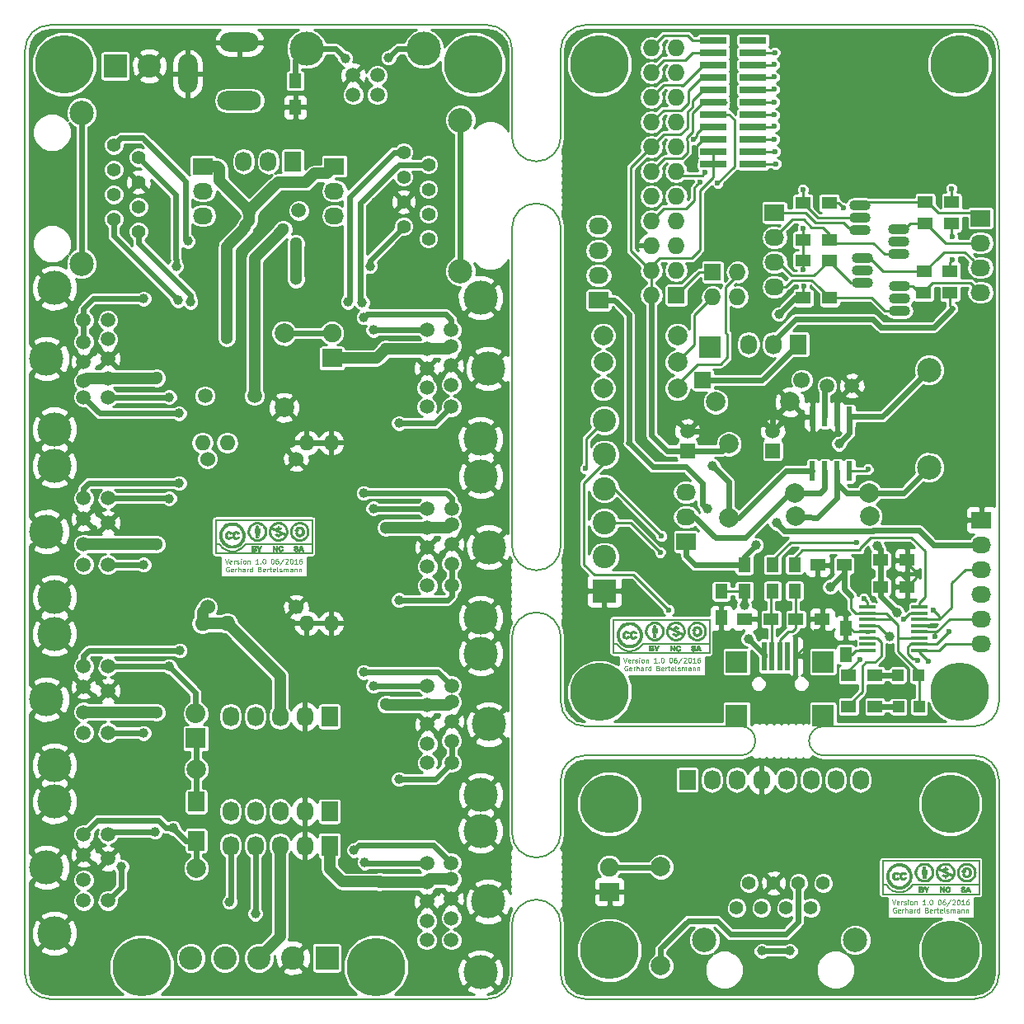
<source format=gtl>
G04 #@! TF.FileFunction,Copper,L1,Top,Signal*
%FSLAX46Y46*%
G04 Gerber Fmt 4.6, Leading zero omitted, Abs format (unit mm)*
G04 Created by KiCad (PCBNEW 4.0.2+e4-6225~38~ubuntu14.04.1-stable) date Fri 24 Jun 2016 12:28:15 AM CEST*
%MOMM*%
G01*
G04 APERTURE LIST*
%ADD10C,0.100000*%
%ADD11C,0.150000*%
%ADD12C,0.125000*%
%ADD13C,0.002540*%
%ADD14R,1.727200X1.727200*%
%ADD15O,1.727200X1.727200*%
%ADD16C,6.000000*%
%ADD17C,1.500000*%
%ADD18C,3.500000*%
%ADD19C,1.400000*%
%ADD20C,2.500000*%
%ADD21R,2.032000X1.727200*%
%ADD22O,2.032000X1.727200*%
%ADD23R,1.727200X2.032000*%
%ADD24O,1.727200X2.032000*%
%ADD25C,2.400000*%
%ADD26R,2.400000X2.400000*%
%ADD27O,1.998980X4.000500*%
%ADD28O,4.000500X1.998980*%
%ADD29O,4.500880X1.998980*%
%ADD30R,1.300000X1.500000*%
%ADD31R,0.599440X1.998980*%
%ADD32C,1.501140*%
%ADD33R,2.790000X0.740000*%
%ADD34R,1.500000X1.500000*%
%ADD35C,1.699260*%
%ADD36R,1.699260X1.699260*%
%ADD37C,2.499360*%
%ADD38R,1.500000X1.300000*%
%ADD39R,1.198880X1.198880*%
%ADD40R,2.197100X2.197100*%
%ADD41R,0.497840X3.000000*%
%ADD42R,1.651000X0.406400*%
%ADD43R,2.032000X2.032000*%
%ADD44O,2.032000X2.032000*%
%ADD45R,1.700000X2.000000*%
%ADD46C,1.998980*%
%ADD47R,2.000000X1.900000*%
%ADD48C,1.900000*%
%ADD49C,3.500120*%
%ADD50O,2.200000X1.100000*%
%ADD51R,2.235200X2.235200*%
%ADD52O,1.600000X1.600000*%
%ADD53C,1.524000*%
%ADD54C,1.000000*%
%ADD55C,1.300000*%
%ADD56C,0.600000*%
%ADD57C,0.600000*%
%ADD58C,1.200000*%
%ADD59C,0.250000*%
%ADD60C,0.254000*%
G04 APERTURE END LIST*
D10*
D11*
X167000000Y-126500000D02*
X167000000Y-146500000D01*
X167000000Y-118500000D02*
X167000000Y-51500000D01*
X122000000Y-112500000D02*
X122000000Y-118500000D01*
X122000000Y-126500000D02*
X122000000Y-132000000D01*
D12*
X87523812Y-103813690D02*
X87690479Y-104313690D01*
X87857145Y-103813690D01*
X88214288Y-104289881D02*
X88166669Y-104313690D01*
X88071431Y-104313690D01*
X88023812Y-104289881D01*
X88000002Y-104242262D01*
X88000002Y-104051786D01*
X88023812Y-104004167D01*
X88071431Y-103980357D01*
X88166669Y-103980357D01*
X88214288Y-104004167D01*
X88238097Y-104051786D01*
X88238097Y-104099405D01*
X88000002Y-104147024D01*
X88452383Y-104313690D02*
X88452383Y-103980357D01*
X88452383Y-104075595D02*
X88476192Y-104027976D01*
X88500002Y-104004167D01*
X88547621Y-103980357D01*
X88595240Y-103980357D01*
X88738097Y-104289881D02*
X88785716Y-104313690D01*
X88880954Y-104313690D01*
X88928573Y-104289881D01*
X88952383Y-104242262D01*
X88952383Y-104218452D01*
X88928573Y-104170833D01*
X88880954Y-104147024D01*
X88809526Y-104147024D01*
X88761907Y-104123214D01*
X88738097Y-104075595D01*
X88738097Y-104051786D01*
X88761907Y-104004167D01*
X88809526Y-103980357D01*
X88880954Y-103980357D01*
X88928573Y-104004167D01*
X89166669Y-104313690D02*
X89166669Y-103980357D01*
X89166669Y-103813690D02*
X89142859Y-103837500D01*
X89166669Y-103861310D01*
X89190478Y-103837500D01*
X89166669Y-103813690D01*
X89166669Y-103861310D01*
X89476192Y-104313690D02*
X89428573Y-104289881D01*
X89404764Y-104266071D01*
X89380954Y-104218452D01*
X89380954Y-104075595D01*
X89404764Y-104027976D01*
X89428573Y-104004167D01*
X89476192Y-103980357D01*
X89547621Y-103980357D01*
X89595240Y-104004167D01*
X89619049Y-104027976D01*
X89642859Y-104075595D01*
X89642859Y-104218452D01*
X89619049Y-104266071D01*
X89595240Y-104289881D01*
X89547621Y-104313690D01*
X89476192Y-104313690D01*
X89857145Y-103980357D02*
X89857145Y-104313690D01*
X89857145Y-104027976D02*
X89880954Y-104004167D01*
X89928573Y-103980357D01*
X90000002Y-103980357D01*
X90047621Y-104004167D01*
X90071430Y-104051786D01*
X90071430Y-104313690D01*
X90952382Y-104313690D02*
X90666668Y-104313690D01*
X90809525Y-104313690D02*
X90809525Y-103813690D01*
X90761906Y-103885119D01*
X90714287Y-103932738D01*
X90666668Y-103956548D01*
X91166668Y-104266071D02*
X91190477Y-104289881D01*
X91166668Y-104313690D01*
X91142858Y-104289881D01*
X91166668Y-104266071D01*
X91166668Y-104313690D01*
X91500001Y-103813690D02*
X91547620Y-103813690D01*
X91595239Y-103837500D01*
X91619048Y-103861310D01*
X91642858Y-103908929D01*
X91666667Y-104004167D01*
X91666667Y-104123214D01*
X91642858Y-104218452D01*
X91619048Y-104266071D01*
X91595239Y-104289881D01*
X91547620Y-104313690D01*
X91500001Y-104313690D01*
X91452382Y-104289881D01*
X91428572Y-104266071D01*
X91404763Y-104218452D01*
X91380953Y-104123214D01*
X91380953Y-104004167D01*
X91404763Y-103908929D01*
X91428572Y-103861310D01*
X91452382Y-103837500D01*
X91500001Y-103813690D01*
X92357143Y-103813690D02*
X92404762Y-103813690D01*
X92452381Y-103837500D01*
X92476190Y-103861310D01*
X92500000Y-103908929D01*
X92523809Y-104004167D01*
X92523809Y-104123214D01*
X92500000Y-104218452D01*
X92476190Y-104266071D01*
X92452381Y-104289881D01*
X92404762Y-104313690D01*
X92357143Y-104313690D01*
X92309524Y-104289881D01*
X92285714Y-104266071D01*
X92261905Y-104218452D01*
X92238095Y-104123214D01*
X92238095Y-104004167D01*
X92261905Y-103908929D01*
X92285714Y-103861310D01*
X92309524Y-103837500D01*
X92357143Y-103813690D01*
X92952380Y-103813690D02*
X92857142Y-103813690D01*
X92809523Y-103837500D01*
X92785714Y-103861310D01*
X92738095Y-103932738D01*
X92714285Y-104027976D01*
X92714285Y-104218452D01*
X92738095Y-104266071D01*
X92761904Y-104289881D01*
X92809523Y-104313690D01*
X92904761Y-104313690D01*
X92952380Y-104289881D01*
X92976190Y-104266071D01*
X92999999Y-104218452D01*
X92999999Y-104099405D01*
X92976190Y-104051786D01*
X92952380Y-104027976D01*
X92904761Y-104004167D01*
X92809523Y-104004167D01*
X92761904Y-104027976D01*
X92738095Y-104051786D01*
X92714285Y-104099405D01*
X93571427Y-103789881D02*
X93142856Y-104432738D01*
X93714285Y-103861310D02*
X93738095Y-103837500D01*
X93785714Y-103813690D01*
X93904761Y-103813690D01*
X93952380Y-103837500D01*
X93976190Y-103861310D01*
X93999999Y-103908929D01*
X93999999Y-103956548D01*
X93976190Y-104027976D01*
X93690476Y-104313690D01*
X93999999Y-104313690D01*
X94309523Y-103813690D02*
X94357142Y-103813690D01*
X94404761Y-103837500D01*
X94428570Y-103861310D01*
X94452380Y-103908929D01*
X94476189Y-104004167D01*
X94476189Y-104123214D01*
X94452380Y-104218452D01*
X94428570Y-104266071D01*
X94404761Y-104289881D01*
X94357142Y-104313690D01*
X94309523Y-104313690D01*
X94261904Y-104289881D01*
X94238094Y-104266071D01*
X94214285Y-104218452D01*
X94190475Y-104123214D01*
X94190475Y-104004167D01*
X94214285Y-103908929D01*
X94238094Y-103861310D01*
X94261904Y-103837500D01*
X94309523Y-103813690D01*
X94952379Y-104313690D02*
X94666665Y-104313690D01*
X94809522Y-104313690D02*
X94809522Y-103813690D01*
X94761903Y-103885119D01*
X94714284Y-103932738D01*
X94666665Y-103956548D01*
X95380950Y-103813690D02*
X95285712Y-103813690D01*
X95238093Y-103837500D01*
X95214284Y-103861310D01*
X95166665Y-103932738D01*
X95142855Y-104027976D01*
X95142855Y-104218452D01*
X95166665Y-104266071D01*
X95190474Y-104289881D01*
X95238093Y-104313690D01*
X95333331Y-104313690D01*
X95380950Y-104289881D01*
X95404760Y-104266071D01*
X95428569Y-104218452D01*
X95428569Y-104099405D01*
X95404760Y-104051786D01*
X95380950Y-104027976D01*
X95333331Y-104004167D01*
X95238093Y-104004167D01*
X95190474Y-104027976D01*
X95166665Y-104051786D01*
X95142855Y-104099405D01*
X87916667Y-104662500D02*
X87869048Y-104638690D01*
X87797620Y-104638690D01*
X87726191Y-104662500D01*
X87678572Y-104710119D01*
X87654763Y-104757738D01*
X87630953Y-104852976D01*
X87630953Y-104924405D01*
X87654763Y-105019643D01*
X87678572Y-105067262D01*
X87726191Y-105114881D01*
X87797620Y-105138690D01*
X87845239Y-105138690D01*
X87916667Y-105114881D01*
X87940477Y-105091071D01*
X87940477Y-104924405D01*
X87845239Y-104924405D01*
X88345239Y-105114881D02*
X88297620Y-105138690D01*
X88202382Y-105138690D01*
X88154763Y-105114881D01*
X88130953Y-105067262D01*
X88130953Y-104876786D01*
X88154763Y-104829167D01*
X88202382Y-104805357D01*
X88297620Y-104805357D01*
X88345239Y-104829167D01*
X88369048Y-104876786D01*
X88369048Y-104924405D01*
X88130953Y-104972024D01*
X88583334Y-105138690D02*
X88583334Y-104805357D01*
X88583334Y-104900595D02*
X88607143Y-104852976D01*
X88630953Y-104829167D01*
X88678572Y-104805357D01*
X88726191Y-104805357D01*
X88892858Y-105138690D02*
X88892858Y-104638690D01*
X89107143Y-105138690D02*
X89107143Y-104876786D01*
X89083334Y-104829167D01*
X89035715Y-104805357D01*
X88964286Y-104805357D01*
X88916667Y-104829167D01*
X88892858Y-104852976D01*
X89559524Y-105138690D02*
X89559524Y-104876786D01*
X89535715Y-104829167D01*
X89488096Y-104805357D01*
X89392858Y-104805357D01*
X89345239Y-104829167D01*
X89559524Y-105114881D02*
X89511905Y-105138690D01*
X89392858Y-105138690D01*
X89345239Y-105114881D01*
X89321429Y-105067262D01*
X89321429Y-105019643D01*
X89345239Y-104972024D01*
X89392858Y-104948214D01*
X89511905Y-104948214D01*
X89559524Y-104924405D01*
X89797620Y-105138690D02*
X89797620Y-104805357D01*
X89797620Y-104900595D02*
X89821429Y-104852976D01*
X89845239Y-104829167D01*
X89892858Y-104805357D01*
X89940477Y-104805357D01*
X90321429Y-105138690D02*
X90321429Y-104638690D01*
X90321429Y-105114881D02*
X90273810Y-105138690D01*
X90178572Y-105138690D01*
X90130953Y-105114881D01*
X90107144Y-105091071D01*
X90083334Y-105043452D01*
X90083334Y-104900595D01*
X90107144Y-104852976D01*
X90130953Y-104829167D01*
X90178572Y-104805357D01*
X90273810Y-104805357D01*
X90321429Y-104829167D01*
X91107143Y-104876786D02*
X91178572Y-104900595D01*
X91202381Y-104924405D01*
X91226191Y-104972024D01*
X91226191Y-105043452D01*
X91202381Y-105091071D01*
X91178572Y-105114881D01*
X91130953Y-105138690D01*
X90940477Y-105138690D01*
X90940477Y-104638690D01*
X91107143Y-104638690D01*
X91154762Y-104662500D01*
X91178572Y-104686310D01*
X91202381Y-104733929D01*
X91202381Y-104781548D01*
X91178572Y-104829167D01*
X91154762Y-104852976D01*
X91107143Y-104876786D01*
X90940477Y-104876786D01*
X91630953Y-105114881D02*
X91583334Y-105138690D01*
X91488096Y-105138690D01*
X91440477Y-105114881D01*
X91416667Y-105067262D01*
X91416667Y-104876786D01*
X91440477Y-104829167D01*
X91488096Y-104805357D01*
X91583334Y-104805357D01*
X91630953Y-104829167D01*
X91654762Y-104876786D01*
X91654762Y-104924405D01*
X91416667Y-104972024D01*
X91869048Y-105138690D02*
X91869048Y-104805357D01*
X91869048Y-104900595D02*
X91892857Y-104852976D01*
X91916667Y-104829167D01*
X91964286Y-104805357D01*
X92011905Y-104805357D01*
X92107143Y-104805357D02*
X92297619Y-104805357D01*
X92178572Y-104638690D02*
X92178572Y-105067262D01*
X92202381Y-105114881D01*
X92250000Y-105138690D01*
X92297619Y-105138690D01*
X92654762Y-105114881D02*
X92607143Y-105138690D01*
X92511905Y-105138690D01*
X92464286Y-105114881D01*
X92440476Y-105067262D01*
X92440476Y-104876786D01*
X92464286Y-104829167D01*
X92511905Y-104805357D01*
X92607143Y-104805357D01*
X92654762Y-104829167D01*
X92678571Y-104876786D01*
X92678571Y-104924405D01*
X92440476Y-104972024D01*
X92964285Y-105138690D02*
X92916666Y-105114881D01*
X92892857Y-105067262D01*
X92892857Y-104638690D01*
X93130952Y-105114881D02*
X93178571Y-105138690D01*
X93273809Y-105138690D01*
X93321428Y-105114881D01*
X93345238Y-105067262D01*
X93345238Y-105043452D01*
X93321428Y-104995833D01*
X93273809Y-104972024D01*
X93202381Y-104972024D01*
X93154762Y-104948214D01*
X93130952Y-104900595D01*
X93130952Y-104876786D01*
X93154762Y-104829167D01*
X93202381Y-104805357D01*
X93273809Y-104805357D01*
X93321428Y-104829167D01*
X93559524Y-105138690D02*
X93559524Y-104805357D01*
X93559524Y-104852976D02*
X93583333Y-104829167D01*
X93630952Y-104805357D01*
X93702381Y-104805357D01*
X93750000Y-104829167D01*
X93773809Y-104876786D01*
X93773809Y-105138690D01*
X93773809Y-104876786D02*
X93797619Y-104829167D01*
X93845238Y-104805357D01*
X93916666Y-104805357D01*
X93964286Y-104829167D01*
X93988095Y-104876786D01*
X93988095Y-105138690D01*
X94440476Y-105138690D02*
X94440476Y-104876786D01*
X94416667Y-104829167D01*
X94369048Y-104805357D01*
X94273810Y-104805357D01*
X94226191Y-104829167D01*
X94440476Y-105114881D02*
X94392857Y-105138690D01*
X94273810Y-105138690D01*
X94226191Y-105114881D01*
X94202381Y-105067262D01*
X94202381Y-105019643D01*
X94226191Y-104972024D01*
X94273810Y-104948214D01*
X94392857Y-104948214D01*
X94440476Y-104924405D01*
X94678572Y-104805357D02*
X94678572Y-105138690D01*
X94678572Y-104852976D02*
X94702381Y-104829167D01*
X94750000Y-104805357D01*
X94821429Y-104805357D01*
X94869048Y-104829167D01*
X94892857Y-104876786D01*
X94892857Y-105138690D01*
X95130953Y-104805357D02*
X95130953Y-105138690D01*
X95130953Y-104852976D02*
X95154762Y-104829167D01*
X95202381Y-104805357D01*
X95273810Y-104805357D01*
X95321429Y-104829167D01*
X95345238Y-104876786D01*
X95345238Y-105138690D01*
X128434012Y-113969290D02*
X128600679Y-114469290D01*
X128767345Y-113969290D01*
X129124488Y-114445481D02*
X129076869Y-114469290D01*
X128981631Y-114469290D01*
X128934012Y-114445481D01*
X128910202Y-114397862D01*
X128910202Y-114207386D01*
X128934012Y-114159767D01*
X128981631Y-114135957D01*
X129076869Y-114135957D01*
X129124488Y-114159767D01*
X129148297Y-114207386D01*
X129148297Y-114255005D01*
X128910202Y-114302624D01*
X129362583Y-114469290D02*
X129362583Y-114135957D01*
X129362583Y-114231195D02*
X129386392Y-114183576D01*
X129410202Y-114159767D01*
X129457821Y-114135957D01*
X129505440Y-114135957D01*
X129648297Y-114445481D02*
X129695916Y-114469290D01*
X129791154Y-114469290D01*
X129838773Y-114445481D01*
X129862583Y-114397862D01*
X129862583Y-114374052D01*
X129838773Y-114326433D01*
X129791154Y-114302624D01*
X129719726Y-114302624D01*
X129672107Y-114278814D01*
X129648297Y-114231195D01*
X129648297Y-114207386D01*
X129672107Y-114159767D01*
X129719726Y-114135957D01*
X129791154Y-114135957D01*
X129838773Y-114159767D01*
X130076869Y-114469290D02*
X130076869Y-114135957D01*
X130076869Y-113969290D02*
X130053059Y-113993100D01*
X130076869Y-114016910D01*
X130100678Y-113993100D01*
X130076869Y-113969290D01*
X130076869Y-114016910D01*
X130386392Y-114469290D02*
X130338773Y-114445481D01*
X130314964Y-114421671D01*
X130291154Y-114374052D01*
X130291154Y-114231195D01*
X130314964Y-114183576D01*
X130338773Y-114159767D01*
X130386392Y-114135957D01*
X130457821Y-114135957D01*
X130505440Y-114159767D01*
X130529249Y-114183576D01*
X130553059Y-114231195D01*
X130553059Y-114374052D01*
X130529249Y-114421671D01*
X130505440Y-114445481D01*
X130457821Y-114469290D01*
X130386392Y-114469290D01*
X130767345Y-114135957D02*
X130767345Y-114469290D01*
X130767345Y-114183576D02*
X130791154Y-114159767D01*
X130838773Y-114135957D01*
X130910202Y-114135957D01*
X130957821Y-114159767D01*
X130981630Y-114207386D01*
X130981630Y-114469290D01*
X131862582Y-114469290D02*
X131576868Y-114469290D01*
X131719725Y-114469290D02*
X131719725Y-113969290D01*
X131672106Y-114040719D01*
X131624487Y-114088338D01*
X131576868Y-114112148D01*
X132076868Y-114421671D02*
X132100677Y-114445481D01*
X132076868Y-114469290D01*
X132053058Y-114445481D01*
X132076868Y-114421671D01*
X132076868Y-114469290D01*
X132410201Y-113969290D02*
X132457820Y-113969290D01*
X132505439Y-113993100D01*
X132529248Y-114016910D01*
X132553058Y-114064529D01*
X132576867Y-114159767D01*
X132576867Y-114278814D01*
X132553058Y-114374052D01*
X132529248Y-114421671D01*
X132505439Y-114445481D01*
X132457820Y-114469290D01*
X132410201Y-114469290D01*
X132362582Y-114445481D01*
X132338772Y-114421671D01*
X132314963Y-114374052D01*
X132291153Y-114278814D01*
X132291153Y-114159767D01*
X132314963Y-114064529D01*
X132338772Y-114016910D01*
X132362582Y-113993100D01*
X132410201Y-113969290D01*
X133267343Y-113969290D02*
X133314962Y-113969290D01*
X133362581Y-113993100D01*
X133386390Y-114016910D01*
X133410200Y-114064529D01*
X133434009Y-114159767D01*
X133434009Y-114278814D01*
X133410200Y-114374052D01*
X133386390Y-114421671D01*
X133362581Y-114445481D01*
X133314962Y-114469290D01*
X133267343Y-114469290D01*
X133219724Y-114445481D01*
X133195914Y-114421671D01*
X133172105Y-114374052D01*
X133148295Y-114278814D01*
X133148295Y-114159767D01*
X133172105Y-114064529D01*
X133195914Y-114016910D01*
X133219724Y-113993100D01*
X133267343Y-113969290D01*
X133862580Y-113969290D02*
X133767342Y-113969290D01*
X133719723Y-113993100D01*
X133695914Y-114016910D01*
X133648295Y-114088338D01*
X133624485Y-114183576D01*
X133624485Y-114374052D01*
X133648295Y-114421671D01*
X133672104Y-114445481D01*
X133719723Y-114469290D01*
X133814961Y-114469290D01*
X133862580Y-114445481D01*
X133886390Y-114421671D01*
X133910199Y-114374052D01*
X133910199Y-114255005D01*
X133886390Y-114207386D01*
X133862580Y-114183576D01*
X133814961Y-114159767D01*
X133719723Y-114159767D01*
X133672104Y-114183576D01*
X133648295Y-114207386D01*
X133624485Y-114255005D01*
X134481627Y-113945481D02*
X134053056Y-114588338D01*
X134624485Y-114016910D02*
X134648295Y-113993100D01*
X134695914Y-113969290D01*
X134814961Y-113969290D01*
X134862580Y-113993100D01*
X134886390Y-114016910D01*
X134910199Y-114064529D01*
X134910199Y-114112148D01*
X134886390Y-114183576D01*
X134600676Y-114469290D01*
X134910199Y-114469290D01*
X135219723Y-113969290D02*
X135267342Y-113969290D01*
X135314961Y-113993100D01*
X135338770Y-114016910D01*
X135362580Y-114064529D01*
X135386389Y-114159767D01*
X135386389Y-114278814D01*
X135362580Y-114374052D01*
X135338770Y-114421671D01*
X135314961Y-114445481D01*
X135267342Y-114469290D01*
X135219723Y-114469290D01*
X135172104Y-114445481D01*
X135148294Y-114421671D01*
X135124485Y-114374052D01*
X135100675Y-114278814D01*
X135100675Y-114159767D01*
X135124485Y-114064529D01*
X135148294Y-114016910D01*
X135172104Y-113993100D01*
X135219723Y-113969290D01*
X135862579Y-114469290D02*
X135576865Y-114469290D01*
X135719722Y-114469290D02*
X135719722Y-113969290D01*
X135672103Y-114040719D01*
X135624484Y-114088338D01*
X135576865Y-114112148D01*
X136291150Y-113969290D02*
X136195912Y-113969290D01*
X136148293Y-113993100D01*
X136124484Y-114016910D01*
X136076865Y-114088338D01*
X136053055Y-114183576D01*
X136053055Y-114374052D01*
X136076865Y-114421671D01*
X136100674Y-114445481D01*
X136148293Y-114469290D01*
X136243531Y-114469290D01*
X136291150Y-114445481D01*
X136314960Y-114421671D01*
X136338769Y-114374052D01*
X136338769Y-114255005D01*
X136314960Y-114207386D01*
X136291150Y-114183576D01*
X136243531Y-114159767D01*
X136148293Y-114159767D01*
X136100674Y-114183576D01*
X136076865Y-114207386D01*
X136053055Y-114255005D01*
X128826867Y-114818100D02*
X128779248Y-114794290D01*
X128707820Y-114794290D01*
X128636391Y-114818100D01*
X128588772Y-114865719D01*
X128564963Y-114913338D01*
X128541153Y-115008576D01*
X128541153Y-115080005D01*
X128564963Y-115175243D01*
X128588772Y-115222862D01*
X128636391Y-115270481D01*
X128707820Y-115294290D01*
X128755439Y-115294290D01*
X128826867Y-115270481D01*
X128850677Y-115246671D01*
X128850677Y-115080005D01*
X128755439Y-115080005D01*
X129255439Y-115270481D02*
X129207820Y-115294290D01*
X129112582Y-115294290D01*
X129064963Y-115270481D01*
X129041153Y-115222862D01*
X129041153Y-115032386D01*
X129064963Y-114984767D01*
X129112582Y-114960957D01*
X129207820Y-114960957D01*
X129255439Y-114984767D01*
X129279248Y-115032386D01*
X129279248Y-115080005D01*
X129041153Y-115127624D01*
X129493534Y-115294290D02*
X129493534Y-114960957D01*
X129493534Y-115056195D02*
X129517343Y-115008576D01*
X129541153Y-114984767D01*
X129588772Y-114960957D01*
X129636391Y-114960957D01*
X129803058Y-115294290D02*
X129803058Y-114794290D01*
X130017343Y-115294290D02*
X130017343Y-115032386D01*
X129993534Y-114984767D01*
X129945915Y-114960957D01*
X129874486Y-114960957D01*
X129826867Y-114984767D01*
X129803058Y-115008576D01*
X130469724Y-115294290D02*
X130469724Y-115032386D01*
X130445915Y-114984767D01*
X130398296Y-114960957D01*
X130303058Y-114960957D01*
X130255439Y-114984767D01*
X130469724Y-115270481D02*
X130422105Y-115294290D01*
X130303058Y-115294290D01*
X130255439Y-115270481D01*
X130231629Y-115222862D01*
X130231629Y-115175243D01*
X130255439Y-115127624D01*
X130303058Y-115103814D01*
X130422105Y-115103814D01*
X130469724Y-115080005D01*
X130707820Y-115294290D02*
X130707820Y-114960957D01*
X130707820Y-115056195D02*
X130731629Y-115008576D01*
X130755439Y-114984767D01*
X130803058Y-114960957D01*
X130850677Y-114960957D01*
X131231629Y-115294290D02*
X131231629Y-114794290D01*
X131231629Y-115270481D02*
X131184010Y-115294290D01*
X131088772Y-115294290D01*
X131041153Y-115270481D01*
X131017344Y-115246671D01*
X130993534Y-115199052D01*
X130993534Y-115056195D01*
X131017344Y-115008576D01*
X131041153Y-114984767D01*
X131088772Y-114960957D01*
X131184010Y-114960957D01*
X131231629Y-114984767D01*
X132017343Y-115032386D02*
X132088772Y-115056195D01*
X132112581Y-115080005D01*
X132136391Y-115127624D01*
X132136391Y-115199052D01*
X132112581Y-115246671D01*
X132088772Y-115270481D01*
X132041153Y-115294290D01*
X131850677Y-115294290D01*
X131850677Y-114794290D01*
X132017343Y-114794290D01*
X132064962Y-114818100D01*
X132088772Y-114841910D01*
X132112581Y-114889529D01*
X132112581Y-114937148D01*
X132088772Y-114984767D01*
X132064962Y-115008576D01*
X132017343Y-115032386D01*
X131850677Y-115032386D01*
X132541153Y-115270481D02*
X132493534Y-115294290D01*
X132398296Y-115294290D01*
X132350677Y-115270481D01*
X132326867Y-115222862D01*
X132326867Y-115032386D01*
X132350677Y-114984767D01*
X132398296Y-114960957D01*
X132493534Y-114960957D01*
X132541153Y-114984767D01*
X132564962Y-115032386D01*
X132564962Y-115080005D01*
X132326867Y-115127624D01*
X132779248Y-115294290D02*
X132779248Y-114960957D01*
X132779248Y-115056195D02*
X132803057Y-115008576D01*
X132826867Y-114984767D01*
X132874486Y-114960957D01*
X132922105Y-114960957D01*
X133017343Y-114960957D02*
X133207819Y-114960957D01*
X133088772Y-114794290D02*
X133088772Y-115222862D01*
X133112581Y-115270481D01*
X133160200Y-115294290D01*
X133207819Y-115294290D01*
X133564962Y-115270481D02*
X133517343Y-115294290D01*
X133422105Y-115294290D01*
X133374486Y-115270481D01*
X133350676Y-115222862D01*
X133350676Y-115032386D01*
X133374486Y-114984767D01*
X133422105Y-114960957D01*
X133517343Y-114960957D01*
X133564962Y-114984767D01*
X133588771Y-115032386D01*
X133588771Y-115080005D01*
X133350676Y-115127624D01*
X133874485Y-115294290D02*
X133826866Y-115270481D01*
X133803057Y-115222862D01*
X133803057Y-114794290D01*
X134041152Y-115270481D02*
X134088771Y-115294290D01*
X134184009Y-115294290D01*
X134231628Y-115270481D01*
X134255438Y-115222862D01*
X134255438Y-115199052D01*
X134231628Y-115151433D01*
X134184009Y-115127624D01*
X134112581Y-115127624D01*
X134064962Y-115103814D01*
X134041152Y-115056195D01*
X134041152Y-115032386D01*
X134064962Y-114984767D01*
X134112581Y-114960957D01*
X134184009Y-114960957D01*
X134231628Y-114984767D01*
X134469724Y-115294290D02*
X134469724Y-114960957D01*
X134469724Y-115008576D02*
X134493533Y-114984767D01*
X134541152Y-114960957D01*
X134612581Y-114960957D01*
X134660200Y-114984767D01*
X134684009Y-115032386D01*
X134684009Y-115294290D01*
X134684009Y-115032386D02*
X134707819Y-114984767D01*
X134755438Y-114960957D01*
X134826866Y-114960957D01*
X134874486Y-114984767D01*
X134898295Y-115032386D01*
X134898295Y-115294290D01*
X135350676Y-115294290D02*
X135350676Y-115032386D01*
X135326867Y-114984767D01*
X135279248Y-114960957D01*
X135184010Y-114960957D01*
X135136391Y-114984767D01*
X135350676Y-115270481D02*
X135303057Y-115294290D01*
X135184010Y-115294290D01*
X135136391Y-115270481D01*
X135112581Y-115222862D01*
X135112581Y-115175243D01*
X135136391Y-115127624D01*
X135184010Y-115103814D01*
X135303057Y-115103814D01*
X135350676Y-115080005D01*
X135588772Y-114960957D02*
X135588772Y-115294290D01*
X135588772Y-115008576D02*
X135612581Y-114984767D01*
X135660200Y-114960957D01*
X135731629Y-114960957D01*
X135779248Y-114984767D01*
X135803057Y-115032386D01*
X135803057Y-115294290D01*
X136041153Y-114960957D02*
X136041153Y-115294290D01*
X136041153Y-115008576D02*
X136064962Y-114984767D01*
X136112581Y-114960957D01*
X136184010Y-114960957D01*
X136231629Y-114984767D01*
X136255438Y-115032386D01*
X136255438Y-115294290D01*
X156023812Y-138813690D02*
X156190479Y-139313690D01*
X156357145Y-138813690D01*
X156714288Y-139289881D02*
X156666669Y-139313690D01*
X156571431Y-139313690D01*
X156523812Y-139289881D01*
X156500002Y-139242262D01*
X156500002Y-139051786D01*
X156523812Y-139004167D01*
X156571431Y-138980357D01*
X156666669Y-138980357D01*
X156714288Y-139004167D01*
X156738097Y-139051786D01*
X156738097Y-139099405D01*
X156500002Y-139147024D01*
X156952383Y-139313690D02*
X156952383Y-138980357D01*
X156952383Y-139075595D02*
X156976192Y-139027976D01*
X157000002Y-139004167D01*
X157047621Y-138980357D01*
X157095240Y-138980357D01*
X157238097Y-139289881D02*
X157285716Y-139313690D01*
X157380954Y-139313690D01*
X157428573Y-139289881D01*
X157452383Y-139242262D01*
X157452383Y-139218452D01*
X157428573Y-139170833D01*
X157380954Y-139147024D01*
X157309526Y-139147024D01*
X157261907Y-139123214D01*
X157238097Y-139075595D01*
X157238097Y-139051786D01*
X157261907Y-139004167D01*
X157309526Y-138980357D01*
X157380954Y-138980357D01*
X157428573Y-139004167D01*
X157666669Y-139313690D02*
X157666669Y-138980357D01*
X157666669Y-138813690D02*
X157642859Y-138837500D01*
X157666669Y-138861310D01*
X157690478Y-138837500D01*
X157666669Y-138813690D01*
X157666669Y-138861310D01*
X157976192Y-139313690D02*
X157928573Y-139289881D01*
X157904764Y-139266071D01*
X157880954Y-139218452D01*
X157880954Y-139075595D01*
X157904764Y-139027976D01*
X157928573Y-139004167D01*
X157976192Y-138980357D01*
X158047621Y-138980357D01*
X158095240Y-139004167D01*
X158119049Y-139027976D01*
X158142859Y-139075595D01*
X158142859Y-139218452D01*
X158119049Y-139266071D01*
X158095240Y-139289881D01*
X158047621Y-139313690D01*
X157976192Y-139313690D01*
X158357145Y-138980357D02*
X158357145Y-139313690D01*
X158357145Y-139027976D02*
X158380954Y-139004167D01*
X158428573Y-138980357D01*
X158500002Y-138980357D01*
X158547621Y-139004167D01*
X158571430Y-139051786D01*
X158571430Y-139313690D01*
X159452382Y-139313690D02*
X159166668Y-139313690D01*
X159309525Y-139313690D02*
X159309525Y-138813690D01*
X159261906Y-138885119D01*
X159214287Y-138932738D01*
X159166668Y-138956548D01*
X159666668Y-139266071D02*
X159690477Y-139289881D01*
X159666668Y-139313690D01*
X159642858Y-139289881D01*
X159666668Y-139266071D01*
X159666668Y-139313690D01*
X160000001Y-138813690D02*
X160047620Y-138813690D01*
X160095239Y-138837500D01*
X160119048Y-138861310D01*
X160142858Y-138908929D01*
X160166667Y-139004167D01*
X160166667Y-139123214D01*
X160142858Y-139218452D01*
X160119048Y-139266071D01*
X160095239Y-139289881D01*
X160047620Y-139313690D01*
X160000001Y-139313690D01*
X159952382Y-139289881D01*
X159928572Y-139266071D01*
X159904763Y-139218452D01*
X159880953Y-139123214D01*
X159880953Y-139004167D01*
X159904763Y-138908929D01*
X159928572Y-138861310D01*
X159952382Y-138837500D01*
X160000001Y-138813690D01*
X160857143Y-138813690D02*
X160904762Y-138813690D01*
X160952381Y-138837500D01*
X160976190Y-138861310D01*
X161000000Y-138908929D01*
X161023809Y-139004167D01*
X161023809Y-139123214D01*
X161000000Y-139218452D01*
X160976190Y-139266071D01*
X160952381Y-139289881D01*
X160904762Y-139313690D01*
X160857143Y-139313690D01*
X160809524Y-139289881D01*
X160785714Y-139266071D01*
X160761905Y-139218452D01*
X160738095Y-139123214D01*
X160738095Y-139004167D01*
X160761905Y-138908929D01*
X160785714Y-138861310D01*
X160809524Y-138837500D01*
X160857143Y-138813690D01*
X161452380Y-138813690D02*
X161357142Y-138813690D01*
X161309523Y-138837500D01*
X161285714Y-138861310D01*
X161238095Y-138932738D01*
X161214285Y-139027976D01*
X161214285Y-139218452D01*
X161238095Y-139266071D01*
X161261904Y-139289881D01*
X161309523Y-139313690D01*
X161404761Y-139313690D01*
X161452380Y-139289881D01*
X161476190Y-139266071D01*
X161499999Y-139218452D01*
X161499999Y-139099405D01*
X161476190Y-139051786D01*
X161452380Y-139027976D01*
X161404761Y-139004167D01*
X161309523Y-139004167D01*
X161261904Y-139027976D01*
X161238095Y-139051786D01*
X161214285Y-139099405D01*
X162071427Y-138789881D02*
X161642856Y-139432738D01*
X162214285Y-138861310D02*
X162238095Y-138837500D01*
X162285714Y-138813690D01*
X162404761Y-138813690D01*
X162452380Y-138837500D01*
X162476190Y-138861310D01*
X162499999Y-138908929D01*
X162499999Y-138956548D01*
X162476190Y-139027976D01*
X162190476Y-139313690D01*
X162499999Y-139313690D01*
X162809523Y-138813690D02*
X162857142Y-138813690D01*
X162904761Y-138837500D01*
X162928570Y-138861310D01*
X162952380Y-138908929D01*
X162976189Y-139004167D01*
X162976189Y-139123214D01*
X162952380Y-139218452D01*
X162928570Y-139266071D01*
X162904761Y-139289881D01*
X162857142Y-139313690D01*
X162809523Y-139313690D01*
X162761904Y-139289881D01*
X162738094Y-139266071D01*
X162714285Y-139218452D01*
X162690475Y-139123214D01*
X162690475Y-139004167D01*
X162714285Y-138908929D01*
X162738094Y-138861310D01*
X162761904Y-138837500D01*
X162809523Y-138813690D01*
X163452379Y-139313690D02*
X163166665Y-139313690D01*
X163309522Y-139313690D02*
X163309522Y-138813690D01*
X163261903Y-138885119D01*
X163214284Y-138932738D01*
X163166665Y-138956548D01*
X163880950Y-138813690D02*
X163785712Y-138813690D01*
X163738093Y-138837500D01*
X163714284Y-138861310D01*
X163666665Y-138932738D01*
X163642855Y-139027976D01*
X163642855Y-139218452D01*
X163666665Y-139266071D01*
X163690474Y-139289881D01*
X163738093Y-139313690D01*
X163833331Y-139313690D01*
X163880950Y-139289881D01*
X163904760Y-139266071D01*
X163928569Y-139218452D01*
X163928569Y-139099405D01*
X163904760Y-139051786D01*
X163880950Y-139027976D01*
X163833331Y-139004167D01*
X163738093Y-139004167D01*
X163690474Y-139027976D01*
X163666665Y-139051786D01*
X163642855Y-139099405D01*
X156416667Y-139662500D02*
X156369048Y-139638690D01*
X156297620Y-139638690D01*
X156226191Y-139662500D01*
X156178572Y-139710119D01*
X156154763Y-139757738D01*
X156130953Y-139852976D01*
X156130953Y-139924405D01*
X156154763Y-140019643D01*
X156178572Y-140067262D01*
X156226191Y-140114881D01*
X156297620Y-140138690D01*
X156345239Y-140138690D01*
X156416667Y-140114881D01*
X156440477Y-140091071D01*
X156440477Y-139924405D01*
X156345239Y-139924405D01*
X156845239Y-140114881D02*
X156797620Y-140138690D01*
X156702382Y-140138690D01*
X156654763Y-140114881D01*
X156630953Y-140067262D01*
X156630953Y-139876786D01*
X156654763Y-139829167D01*
X156702382Y-139805357D01*
X156797620Y-139805357D01*
X156845239Y-139829167D01*
X156869048Y-139876786D01*
X156869048Y-139924405D01*
X156630953Y-139972024D01*
X157083334Y-140138690D02*
X157083334Y-139805357D01*
X157083334Y-139900595D02*
X157107143Y-139852976D01*
X157130953Y-139829167D01*
X157178572Y-139805357D01*
X157226191Y-139805357D01*
X157392858Y-140138690D02*
X157392858Y-139638690D01*
X157607143Y-140138690D02*
X157607143Y-139876786D01*
X157583334Y-139829167D01*
X157535715Y-139805357D01*
X157464286Y-139805357D01*
X157416667Y-139829167D01*
X157392858Y-139852976D01*
X158059524Y-140138690D02*
X158059524Y-139876786D01*
X158035715Y-139829167D01*
X157988096Y-139805357D01*
X157892858Y-139805357D01*
X157845239Y-139829167D01*
X158059524Y-140114881D02*
X158011905Y-140138690D01*
X157892858Y-140138690D01*
X157845239Y-140114881D01*
X157821429Y-140067262D01*
X157821429Y-140019643D01*
X157845239Y-139972024D01*
X157892858Y-139948214D01*
X158011905Y-139948214D01*
X158059524Y-139924405D01*
X158297620Y-140138690D02*
X158297620Y-139805357D01*
X158297620Y-139900595D02*
X158321429Y-139852976D01*
X158345239Y-139829167D01*
X158392858Y-139805357D01*
X158440477Y-139805357D01*
X158821429Y-140138690D02*
X158821429Y-139638690D01*
X158821429Y-140114881D02*
X158773810Y-140138690D01*
X158678572Y-140138690D01*
X158630953Y-140114881D01*
X158607144Y-140091071D01*
X158583334Y-140043452D01*
X158583334Y-139900595D01*
X158607144Y-139852976D01*
X158630953Y-139829167D01*
X158678572Y-139805357D01*
X158773810Y-139805357D01*
X158821429Y-139829167D01*
X159607143Y-139876786D02*
X159678572Y-139900595D01*
X159702381Y-139924405D01*
X159726191Y-139972024D01*
X159726191Y-140043452D01*
X159702381Y-140091071D01*
X159678572Y-140114881D01*
X159630953Y-140138690D01*
X159440477Y-140138690D01*
X159440477Y-139638690D01*
X159607143Y-139638690D01*
X159654762Y-139662500D01*
X159678572Y-139686310D01*
X159702381Y-139733929D01*
X159702381Y-139781548D01*
X159678572Y-139829167D01*
X159654762Y-139852976D01*
X159607143Y-139876786D01*
X159440477Y-139876786D01*
X160130953Y-140114881D02*
X160083334Y-140138690D01*
X159988096Y-140138690D01*
X159940477Y-140114881D01*
X159916667Y-140067262D01*
X159916667Y-139876786D01*
X159940477Y-139829167D01*
X159988096Y-139805357D01*
X160083334Y-139805357D01*
X160130953Y-139829167D01*
X160154762Y-139876786D01*
X160154762Y-139924405D01*
X159916667Y-139972024D01*
X160369048Y-140138690D02*
X160369048Y-139805357D01*
X160369048Y-139900595D02*
X160392857Y-139852976D01*
X160416667Y-139829167D01*
X160464286Y-139805357D01*
X160511905Y-139805357D01*
X160607143Y-139805357D02*
X160797619Y-139805357D01*
X160678572Y-139638690D02*
X160678572Y-140067262D01*
X160702381Y-140114881D01*
X160750000Y-140138690D01*
X160797619Y-140138690D01*
X161154762Y-140114881D02*
X161107143Y-140138690D01*
X161011905Y-140138690D01*
X160964286Y-140114881D01*
X160940476Y-140067262D01*
X160940476Y-139876786D01*
X160964286Y-139829167D01*
X161011905Y-139805357D01*
X161107143Y-139805357D01*
X161154762Y-139829167D01*
X161178571Y-139876786D01*
X161178571Y-139924405D01*
X160940476Y-139972024D01*
X161464285Y-140138690D02*
X161416666Y-140114881D01*
X161392857Y-140067262D01*
X161392857Y-139638690D01*
X161630952Y-140114881D02*
X161678571Y-140138690D01*
X161773809Y-140138690D01*
X161821428Y-140114881D01*
X161845238Y-140067262D01*
X161845238Y-140043452D01*
X161821428Y-139995833D01*
X161773809Y-139972024D01*
X161702381Y-139972024D01*
X161654762Y-139948214D01*
X161630952Y-139900595D01*
X161630952Y-139876786D01*
X161654762Y-139829167D01*
X161702381Y-139805357D01*
X161773809Y-139805357D01*
X161821428Y-139829167D01*
X162059524Y-140138690D02*
X162059524Y-139805357D01*
X162059524Y-139852976D02*
X162083333Y-139829167D01*
X162130952Y-139805357D01*
X162202381Y-139805357D01*
X162250000Y-139829167D01*
X162273809Y-139876786D01*
X162273809Y-140138690D01*
X162273809Y-139876786D02*
X162297619Y-139829167D01*
X162345238Y-139805357D01*
X162416666Y-139805357D01*
X162464286Y-139829167D01*
X162488095Y-139876786D01*
X162488095Y-140138690D01*
X162940476Y-140138690D02*
X162940476Y-139876786D01*
X162916667Y-139829167D01*
X162869048Y-139805357D01*
X162773810Y-139805357D01*
X162726191Y-139829167D01*
X162940476Y-140114881D02*
X162892857Y-140138690D01*
X162773810Y-140138690D01*
X162726191Y-140114881D01*
X162702381Y-140067262D01*
X162702381Y-140019643D01*
X162726191Y-139972024D01*
X162773810Y-139948214D01*
X162892857Y-139948214D01*
X162940476Y-139924405D01*
X163178572Y-139805357D02*
X163178572Y-140138690D01*
X163178572Y-139852976D02*
X163202381Y-139829167D01*
X163250000Y-139805357D01*
X163321429Y-139805357D01*
X163369048Y-139829167D01*
X163392857Y-139876786D01*
X163392857Y-140138690D01*
X163630953Y-139805357D02*
X163630953Y-140138690D01*
X163630953Y-139852976D02*
X163654762Y-139829167D01*
X163702381Y-139805357D01*
X163773810Y-139805357D01*
X163821429Y-139829167D01*
X163845238Y-139876786D01*
X163845238Y-140138690D01*
D11*
X117000000Y-69800000D02*
X117000000Y-102500000D01*
X122000000Y-102500000D02*
X122000000Y-69800000D01*
X117000000Y-112500000D02*
X117000000Y-111800000D01*
X122000000Y-112500000D02*
X122000000Y-111800000D01*
X117000000Y-146500000D02*
X117000000Y-141300000D01*
X122000000Y-141300000D02*
X122000000Y-146500000D01*
X117000000Y-129500000D02*
X117000000Y-132000000D01*
X117000000Y-112500000D02*
X117000000Y-129500000D01*
X117000000Y-102500000D02*
G75*
G03X119500000Y-105000000I2500000J0D01*
G01*
X119500000Y-105000000D02*
G75*
G03X122000000Y-102500000I0J2500000D01*
G01*
X119500000Y-109300000D02*
G75*
G03X117000000Y-111800000I0J-2500000D01*
G01*
X122000000Y-111800000D02*
G75*
G03X119500000Y-109300000I-2500000J0D01*
G01*
X149000000Y-124000000D02*
X164500000Y-124000000D01*
X167000000Y-126500000D02*
G75*
G03X164500000Y-124000000I-2500000J0D01*
G01*
X149000000Y-121000000D02*
X164500000Y-121000000D01*
X124500000Y-124000000D02*
X140500000Y-124000000D01*
X124500000Y-121000000D02*
X140500000Y-121000000D01*
X164500000Y-121000000D02*
G75*
G03X167000000Y-118500000I0J2500000D01*
G01*
X147500000Y-122500000D02*
G75*
G03X149000000Y-124000000I1500000J0D01*
G01*
X149000000Y-121000000D02*
G75*
G03X147500000Y-122500000I0J-1500000D01*
G01*
X140500000Y-124000000D02*
G75*
G03X142000000Y-122500000I0J1500000D01*
G01*
X142000000Y-122500000D02*
G75*
G03X140500000Y-121000000I-1500000J0D01*
G01*
X122000000Y-118500000D02*
G75*
G03X124500000Y-121000000I2500000J0D01*
G01*
X124500000Y-124000000D02*
G75*
G03X122000000Y-126500000I0J-2500000D01*
G01*
X119500000Y-67300000D02*
G75*
G03X117000000Y-69800000I0J-2500000D01*
G01*
X122000000Y-69800000D02*
G75*
G03X119500000Y-67300000I-2500000J0D01*
G01*
X117000000Y-132000000D02*
G75*
G03X119500000Y-134500000I2500000J0D01*
G01*
X119500000Y-134500000D02*
G75*
G03X122000000Y-132000000I0J2500000D01*
G01*
X122000000Y-60500000D02*
X122000000Y-51500000D01*
X119500000Y-63000000D02*
G75*
G03X122000000Y-60500000I0J2500000D01*
G01*
X117000000Y-60500000D02*
G75*
G03X119500000Y-63000000I2500000J0D01*
G01*
X124500000Y-49000000D02*
G75*
G03X122000000Y-51500000I0J-2500000D01*
G01*
X119500000Y-138800000D02*
G75*
G03X117000000Y-141300000I0J-2500000D01*
G01*
X122000000Y-141300000D02*
G75*
G03X119500000Y-138800000I-2500000J0D01*
G01*
X117000000Y-51500000D02*
X117000000Y-60500000D01*
X124500000Y-49000000D02*
X164500000Y-49000000D01*
X124500000Y-149000000D02*
X164500000Y-149000000D01*
X122000000Y-146500000D02*
G75*
G03X124500000Y-149000000I2500000J0D01*
G01*
X117000000Y-51500000D02*
G75*
G03X114500000Y-49000000I-2500000J0D01*
G01*
X114500000Y-149000000D02*
G75*
G03X117000000Y-146500000I0J2500000D01*
G01*
X67000000Y-146500000D02*
G75*
G03X69500000Y-149000000I2500000J0D01*
G01*
X164500000Y-149000000D02*
G75*
G03X167000000Y-146500000I0J2500000D01*
G01*
X69500000Y-49000000D02*
G75*
G03X67000000Y-51500000I0J-2500000D01*
G01*
X167000000Y-51500000D02*
G75*
G03X164500000Y-49000000I-2500000J0D01*
G01*
X67000000Y-146500000D02*
X67000000Y-51500000D01*
X69500000Y-149000000D02*
X114500000Y-149000000D01*
X69500000Y-49000000D02*
X114500000Y-49000000D01*
D13*
G36*
X96498720Y-103250060D02*
X96409820Y-103250060D01*
X96409820Y-102198500D01*
X96409820Y-101050420D01*
X96409820Y-99899800D01*
X96379340Y-99869320D01*
X96351400Y-99841380D01*
X91500000Y-99841380D01*
X86648600Y-99841380D01*
X86620660Y-99869320D01*
X86590180Y-99899800D01*
X86590180Y-101050420D01*
X86590180Y-102198500D01*
X86767980Y-102198500D01*
X86945780Y-102198500D01*
X87011820Y-102300100D01*
X87108340Y-102432180D01*
X87220100Y-102551560D01*
X87344560Y-102658240D01*
X87481720Y-102752220D01*
X87626500Y-102830960D01*
X87781440Y-102891920D01*
X87944000Y-102937640D01*
X88073540Y-102957960D01*
X88139580Y-102963040D01*
X88220860Y-102965580D01*
X88307220Y-102963040D01*
X88393580Y-102955420D01*
X88472320Y-102947800D01*
X88518040Y-102940180D01*
X88688220Y-102894460D01*
X88845700Y-102836040D01*
X88995560Y-102757300D01*
X89132720Y-102663320D01*
X89262260Y-102549020D01*
X89315600Y-102495680D01*
X89358780Y-102447420D01*
X89404500Y-102391540D01*
X89445140Y-102338200D01*
X89470540Y-102300100D01*
X89536580Y-102201040D01*
X92970660Y-102198500D01*
X96409820Y-102198500D01*
X96409820Y-103250060D01*
X96399660Y-103250060D01*
X96399660Y-103168780D01*
X96399660Y-102729360D01*
X96399660Y-102289940D01*
X92998600Y-102289940D01*
X89602620Y-102289940D01*
X89539120Y-102381380D01*
X89462920Y-102488060D01*
X89389260Y-102582040D01*
X89310520Y-102660780D01*
X89229240Y-102726820D01*
X89137800Y-102790320D01*
X89069220Y-102830960D01*
X88960000Y-102886840D01*
X88863480Y-102932560D01*
X88772040Y-102968120D01*
X88678060Y-102998600D01*
X88581540Y-103024000D01*
X88576460Y-103024000D01*
X88431680Y-103049400D01*
X88299600Y-103062100D01*
X88170060Y-103062100D01*
X88037980Y-103049400D01*
X87903360Y-103024000D01*
X87750960Y-102978280D01*
X87598560Y-102912240D01*
X87441080Y-102828420D01*
X87283600Y-102724280D01*
X87230260Y-102686180D01*
X87189620Y-102653160D01*
X87143900Y-102607440D01*
X87093100Y-102556640D01*
X87039760Y-102500760D01*
X86991500Y-102444880D01*
X86948320Y-102394080D01*
X86915300Y-102348360D01*
X86900060Y-102320420D01*
X86882280Y-102289940D01*
X86732420Y-102289940D01*
X86580020Y-102289940D01*
X86580020Y-102729360D01*
X86580020Y-103168780D01*
X91492380Y-103168780D01*
X96399660Y-103168780D01*
X96399660Y-103250060D01*
X91505080Y-103250060D01*
X86513980Y-103250060D01*
X86506360Y-103105280D01*
X86506360Y-103077340D01*
X86503820Y-103031620D01*
X86503820Y-102968120D01*
X86503820Y-102889380D01*
X86503820Y-102797940D01*
X86501280Y-102696340D01*
X86501280Y-102579500D01*
X86501280Y-102455040D01*
X86501280Y-102322960D01*
X86501280Y-102180720D01*
X86501280Y-102033400D01*
X86501280Y-101881000D01*
X86501280Y-101726060D01*
X86501280Y-101568580D01*
X86503820Y-101413640D01*
X86503820Y-101253620D01*
X86503820Y-101096140D01*
X86503820Y-100943740D01*
X86503820Y-100791340D01*
X86506360Y-100646560D01*
X86506360Y-100509400D01*
X86506360Y-100379860D01*
X86506360Y-100257940D01*
X86508900Y-100146180D01*
X86508900Y-100047120D01*
X86508900Y-99960760D01*
X86511440Y-99887100D01*
X86511440Y-99831220D01*
X86511440Y-99790580D01*
X86513980Y-99767720D01*
X86513980Y-99765180D01*
X86524140Y-99762640D01*
X86554620Y-99762640D01*
X86602880Y-99762640D01*
X86668920Y-99762640D01*
X86750200Y-99762640D01*
X86851800Y-99762640D01*
X86966100Y-99760100D01*
X87095640Y-99760100D01*
X87240420Y-99760100D01*
X87397900Y-99760100D01*
X87568080Y-99760100D01*
X87748420Y-99760100D01*
X87941460Y-99757560D01*
X88144660Y-99757560D01*
X88358020Y-99757560D01*
X88581540Y-99757560D01*
X88812680Y-99757560D01*
X89048900Y-99757560D01*
X89295280Y-99757560D01*
X89546740Y-99757560D01*
X89803280Y-99755020D01*
X90062360Y-99755020D01*
X90329060Y-99755020D01*
X90595760Y-99755020D01*
X90867540Y-99755020D01*
X91139320Y-99755020D01*
X91411100Y-99755020D01*
X91682880Y-99755020D01*
X91954660Y-99755020D01*
X92226440Y-99755020D01*
X92495680Y-99755020D01*
X92762380Y-99755020D01*
X93024000Y-99755020D01*
X93283080Y-99755020D01*
X93537080Y-99755020D01*
X93786000Y-99755020D01*
X94027300Y-99755020D01*
X94263520Y-99755020D01*
X94489580Y-99755020D01*
X94708020Y-99755020D01*
X94916300Y-99755020D01*
X95114420Y-99755020D01*
X95304920Y-99755020D01*
X95480180Y-99755020D01*
X95645280Y-99755020D01*
X95795140Y-99755020D01*
X95932300Y-99755020D01*
X96056760Y-99755020D01*
X96163440Y-99755020D01*
X96254880Y-99757560D01*
X96331080Y-99757560D01*
X96389500Y-99757560D01*
X96427600Y-99757560D01*
X96450460Y-99757560D01*
X96453000Y-99757560D01*
X96498720Y-99762640D01*
X96498720Y-101505080D01*
X96498720Y-103250060D01*
X96498720Y-103250060D01*
X96498720Y-103250060D01*
G37*
X96498720Y-103250060D02*
X96409820Y-103250060D01*
X96409820Y-102198500D01*
X96409820Y-101050420D01*
X96409820Y-99899800D01*
X96379340Y-99869320D01*
X96351400Y-99841380D01*
X91500000Y-99841380D01*
X86648600Y-99841380D01*
X86620660Y-99869320D01*
X86590180Y-99899800D01*
X86590180Y-101050420D01*
X86590180Y-102198500D01*
X86767980Y-102198500D01*
X86945780Y-102198500D01*
X87011820Y-102300100D01*
X87108340Y-102432180D01*
X87220100Y-102551560D01*
X87344560Y-102658240D01*
X87481720Y-102752220D01*
X87626500Y-102830960D01*
X87781440Y-102891920D01*
X87944000Y-102937640D01*
X88073540Y-102957960D01*
X88139580Y-102963040D01*
X88220860Y-102965580D01*
X88307220Y-102963040D01*
X88393580Y-102955420D01*
X88472320Y-102947800D01*
X88518040Y-102940180D01*
X88688220Y-102894460D01*
X88845700Y-102836040D01*
X88995560Y-102757300D01*
X89132720Y-102663320D01*
X89262260Y-102549020D01*
X89315600Y-102495680D01*
X89358780Y-102447420D01*
X89404500Y-102391540D01*
X89445140Y-102338200D01*
X89470540Y-102300100D01*
X89536580Y-102201040D01*
X92970660Y-102198500D01*
X96409820Y-102198500D01*
X96409820Y-103250060D01*
X96399660Y-103250060D01*
X96399660Y-103168780D01*
X96399660Y-102729360D01*
X96399660Y-102289940D01*
X92998600Y-102289940D01*
X89602620Y-102289940D01*
X89539120Y-102381380D01*
X89462920Y-102488060D01*
X89389260Y-102582040D01*
X89310520Y-102660780D01*
X89229240Y-102726820D01*
X89137800Y-102790320D01*
X89069220Y-102830960D01*
X88960000Y-102886840D01*
X88863480Y-102932560D01*
X88772040Y-102968120D01*
X88678060Y-102998600D01*
X88581540Y-103024000D01*
X88576460Y-103024000D01*
X88431680Y-103049400D01*
X88299600Y-103062100D01*
X88170060Y-103062100D01*
X88037980Y-103049400D01*
X87903360Y-103024000D01*
X87750960Y-102978280D01*
X87598560Y-102912240D01*
X87441080Y-102828420D01*
X87283600Y-102724280D01*
X87230260Y-102686180D01*
X87189620Y-102653160D01*
X87143900Y-102607440D01*
X87093100Y-102556640D01*
X87039760Y-102500760D01*
X86991500Y-102444880D01*
X86948320Y-102394080D01*
X86915300Y-102348360D01*
X86900060Y-102320420D01*
X86882280Y-102289940D01*
X86732420Y-102289940D01*
X86580020Y-102289940D01*
X86580020Y-102729360D01*
X86580020Y-103168780D01*
X91492380Y-103168780D01*
X96399660Y-103168780D01*
X96399660Y-103250060D01*
X91505080Y-103250060D01*
X86513980Y-103250060D01*
X86506360Y-103105280D01*
X86506360Y-103077340D01*
X86503820Y-103031620D01*
X86503820Y-102968120D01*
X86503820Y-102889380D01*
X86503820Y-102797940D01*
X86501280Y-102696340D01*
X86501280Y-102579500D01*
X86501280Y-102455040D01*
X86501280Y-102322960D01*
X86501280Y-102180720D01*
X86501280Y-102033400D01*
X86501280Y-101881000D01*
X86501280Y-101726060D01*
X86501280Y-101568580D01*
X86503820Y-101413640D01*
X86503820Y-101253620D01*
X86503820Y-101096140D01*
X86503820Y-100943740D01*
X86503820Y-100791340D01*
X86506360Y-100646560D01*
X86506360Y-100509400D01*
X86506360Y-100379860D01*
X86506360Y-100257940D01*
X86508900Y-100146180D01*
X86508900Y-100047120D01*
X86508900Y-99960760D01*
X86511440Y-99887100D01*
X86511440Y-99831220D01*
X86511440Y-99790580D01*
X86513980Y-99767720D01*
X86513980Y-99765180D01*
X86524140Y-99762640D01*
X86554620Y-99762640D01*
X86602880Y-99762640D01*
X86668920Y-99762640D01*
X86750200Y-99762640D01*
X86851800Y-99762640D01*
X86966100Y-99760100D01*
X87095640Y-99760100D01*
X87240420Y-99760100D01*
X87397900Y-99760100D01*
X87568080Y-99760100D01*
X87748420Y-99760100D01*
X87941460Y-99757560D01*
X88144660Y-99757560D01*
X88358020Y-99757560D01*
X88581540Y-99757560D01*
X88812680Y-99757560D01*
X89048900Y-99757560D01*
X89295280Y-99757560D01*
X89546740Y-99757560D01*
X89803280Y-99755020D01*
X90062360Y-99755020D01*
X90329060Y-99755020D01*
X90595760Y-99755020D01*
X90867540Y-99755020D01*
X91139320Y-99755020D01*
X91411100Y-99755020D01*
X91682880Y-99755020D01*
X91954660Y-99755020D01*
X92226440Y-99755020D01*
X92495680Y-99755020D01*
X92762380Y-99755020D01*
X93024000Y-99755020D01*
X93283080Y-99755020D01*
X93537080Y-99755020D01*
X93786000Y-99755020D01*
X94027300Y-99755020D01*
X94263520Y-99755020D01*
X94489580Y-99755020D01*
X94708020Y-99755020D01*
X94916300Y-99755020D01*
X95114420Y-99755020D01*
X95304920Y-99755020D01*
X95480180Y-99755020D01*
X95645280Y-99755020D01*
X95795140Y-99755020D01*
X95932300Y-99755020D01*
X96056760Y-99755020D01*
X96163440Y-99755020D01*
X96254880Y-99757560D01*
X96331080Y-99757560D01*
X96389500Y-99757560D01*
X96427600Y-99757560D01*
X96450460Y-99757560D01*
X96453000Y-99757560D01*
X96498720Y-99762640D01*
X96498720Y-101505080D01*
X96498720Y-103250060D01*
X96498720Y-103250060D01*
G36*
X93488820Y-102818260D02*
X93483740Y-102846200D01*
X93458340Y-102917320D01*
X93420240Y-102970660D01*
X93369440Y-103011300D01*
X93308480Y-103034160D01*
X93237360Y-103041780D01*
X93194180Y-103036700D01*
X93140840Y-103026540D01*
X93100200Y-103006220D01*
X93059560Y-102973200D01*
X93041780Y-102955420D01*
X93003680Y-102899540D01*
X92978280Y-102833500D01*
X92970660Y-102764920D01*
X92975740Y-102693800D01*
X92993520Y-102625220D01*
X93029080Y-102564260D01*
X93049400Y-102538860D01*
X93102740Y-102498220D01*
X93163700Y-102472820D01*
X93227200Y-102462660D01*
X93290700Y-102467740D01*
X93349120Y-102485520D01*
X93402460Y-102518540D01*
X93445640Y-102564260D01*
X93458340Y-102589660D01*
X93471040Y-102617600D01*
X93478660Y-102643000D01*
X93478660Y-102648080D01*
X93476120Y-102660780D01*
X93465960Y-102665860D01*
X93443100Y-102668400D01*
X93425320Y-102668400D01*
X93392300Y-102668400D01*
X93374520Y-102663320D01*
X93361820Y-102653160D01*
X93354200Y-102637920D01*
X93323720Y-102599820D01*
X93285620Y-102579500D01*
X93242440Y-102569340D01*
X93199260Y-102576960D01*
X93158620Y-102597280D01*
X93125600Y-102632840D01*
X93115440Y-102653160D01*
X93102740Y-102693800D01*
X93097660Y-102747140D01*
X93100200Y-102800480D01*
X93110360Y-102846200D01*
X93115440Y-102856360D01*
X93145920Y-102899540D01*
X93186560Y-102924940D01*
X93232280Y-102937640D01*
X93278000Y-102932560D01*
X93298320Y-102922400D01*
X93326260Y-102902080D01*
X93346580Y-102871600D01*
X93359280Y-102841120D01*
X93359280Y-102833500D01*
X93361820Y-102825880D01*
X93377060Y-102820800D01*
X93405000Y-102818260D01*
X93422780Y-102818260D01*
X93488820Y-102818260D01*
X93488820Y-102818260D01*
X93488820Y-102818260D01*
G37*
X93488820Y-102818260D02*
X93483740Y-102846200D01*
X93458340Y-102917320D01*
X93420240Y-102970660D01*
X93369440Y-103011300D01*
X93308480Y-103034160D01*
X93237360Y-103041780D01*
X93194180Y-103036700D01*
X93140840Y-103026540D01*
X93100200Y-103006220D01*
X93059560Y-102973200D01*
X93041780Y-102955420D01*
X93003680Y-102899540D01*
X92978280Y-102833500D01*
X92970660Y-102764920D01*
X92975740Y-102693800D01*
X92993520Y-102625220D01*
X93029080Y-102564260D01*
X93049400Y-102538860D01*
X93102740Y-102498220D01*
X93163700Y-102472820D01*
X93227200Y-102462660D01*
X93290700Y-102467740D01*
X93349120Y-102485520D01*
X93402460Y-102518540D01*
X93445640Y-102564260D01*
X93458340Y-102589660D01*
X93471040Y-102617600D01*
X93478660Y-102643000D01*
X93478660Y-102648080D01*
X93476120Y-102660780D01*
X93465960Y-102665860D01*
X93443100Y-102668400D01*
X93425320Y-102668400D01*
X93392300Y-102668400D01*
X93374520Y-102663320D01*
X93361820Y-102653160D01*
X93354200Y-102637920D01*
X93323720Y-102599820D01*
X93285620Y-102579500D01*
X93242440Y-102569340D01*
X93199260Y-102576960D01*
X93158620Y-102597280D01*
X93125600Y-102632840D01*
X93115440Y-102653160D01*
X93102740Y-102693800D01*
X93097660Y-102747140D01*
X93100200Y-102800480D01*
X93110360Y-102846200D01*
X93115440Y-102856360D01*
X93145920Y-102899540D01*
X93186560Y-102924940D01*
X93232280Y-102937640D01*
X93278000Y-102932560D01*
X93298320Y-102922400D01*
X93326260Y-102902080D01*
X93346580Y-102871600D01*
X93359280Y-102841120D01*
X93359280Y-102833500D01*
X93361820Y-102825880D01*
X93377060Y-102820800D01*
X93405000Y-102818260D01*
X93422780Y-102818260D01*
X93488820Y-102818260D01*
X93488820Y-102818260D01*
G36*
X95038220Y-102889380D02*
X95028060Y-102927480D01*
X95005200Y-102963040D01*
X94997580Y-102973200D01*
X94959480Y-103006220D01*
X94906140Y-103029080D01*
X94845180Y-103041780D01*
X94781680Y-103041780D01*
X94774060Y-103041780D01*
X94702940Y-103026540D01*
X94647060Y-102996060D01*
X94606420Y-102955420D01*
X94581020Y-102902080D01*
X94578480Y-102897000D01*
X94573400Y-102866520D01*
X94578480Y-102848740D01*
X94596260Y-102841120D01*
X94629280Y-102841120D01*
X94639440Y-102841120D01*
X94669920Y-102843660D01*
X94687700Y-102848740D01*
X94697860Y-102861440D01*
X94702940Y-102879220D01*
X94723260Y-102912240D01*
X94756280Y-102937640D01*
X94799460Y-102947800D01*
X94847720Y-102942720D01*
X94875660Y-102935100D01*
X94906140Y-102917320D01*
X94918840Y-102894460D01*
X94916300Y-102866520D01*
X94908680Y-102851280D01*
X94893440Y-102838580D01*
X94868040Y-102825880D01*
X94829940Y-102810640D01*
X94776600Y-102792860D01*
X94748660Y-102785240D01*
X94700400Y-102770000D01*
X94667380Y-102754760D01*
X94644520Y-102739520D01*
X94631820Y-102724280D01*
X94601340Y-102678560D01*
X94591180Y-102635380D01*
X94596260Y-102589660D01*
X94616580Y-102549020D01*
X94649600Y-102513460D01*
X94692780Y-102485520D01*
X94743580Y-102467740D01*
X94802000Y-102462660D01*
X94857880Y-102467740D01*
X94921380Y-102488060D01*
X94969640Y-102516000D01*
X95000120Y-102556640D01*
X95015360Y-102607440D01*
X95015360Y-102607440D01*
X95020440Y-102648080D01*
X94964560Y-102648080D01*
X94931540Y-102648080D01*
X94913760Y-102643000D01*
X94903600Y-102635380D01*
X94895980Y-102617600D01*
X94878200Y-102587120D01*
X94845180Y-102569340D01*
X94807080Y-102559180D01*
X94768980Y-102564260D01*
X94735960Y-102579500D01*
X94733420Y-102584580D01*
X94715640Y-102604900D01*
X94710560Y-102622680D01*
X94720720Y-102640460D01*
X94725800Y-102648080D01*
X94748660Y-102660780D01*
X94789300Y-102678560D01*
X94847720Y-102696340D01*
X94852800Y-102696340D01*
X94918840Y-102719200D01*
X94969640Y-102739520D01*
X95002660Y-102764920D01*
X95025520Y-102795400D01*
X95035680Y-102833500D01*
X95035680Y-102841120D01*
X95038220Y-102889380D01*
X95038220Y-102889380D01*
X95038220Y-102889380D01*
G37*
X95038220Y-102889380D02*
X95028060Y-102927480D01*
X95005200Y-102963040D01*
X94997580Y-102973200D01*
X94959480Y-103006220D01*
X94906140Y-103029080D01*
X94845180Y-103041780D01*
X94781680Y-103041780D01*
X94774060Y-103041780D01*
X94702940Y-103026540D01*
X94647060Y-102996060D01*
X94606420Y-102955420D01*
X94581020Y-102902080D01*
X94578480Y-102897000D01*
X94573400Y-102866520D01*
X94578480Y-102848740D01*
X94596260Y-102841120D01*
X94629280Y-102841120D01*
X94639440Y-102841120D01*
X94669920Y-102843660D01*
X94687700Y-102848740D01*
X94697860Y-102861440D01*
X94702940Y-102879220D01*
X94723260Y-102912240D01*
X94756280Y-102937640D01*
X94799460Y-102947800D01*
X94847720Y-102942720D01*
X94875660Y-102935100D01*
X94906140Y-102917320D01*
X94918840Y-102894460D01*
X94916300Y-102866520D01*
X94908680Y-102851280D01*
X94893440Y-102838580D01*
X94868040Y-102825880D01*
X94829940Y-102810640D01*
X94776600Y-102792860D01*
X94748660Y-102785240D01*
X94700400Y-102770000D01*
X94667380Y-102754760D01*
X94644520Y-102739520D01*
X94631820Y-102724280D01*
X94601340Y-102678560D01*
X94591180Y-102635380D01*
X94596260Y-102589660D01*
X94616580Y-102549020D01*
X94649600Y-102513460D01*
X94692780Y-102485520D01*
X94743580Y-102467740D01*
X94802000Y-102462660D01*
X94857880Y-102467740D01*
X94921380Y-102488060D01*
X94969640Y-102516000D01*
X95000120Y-102556640D01*
X95015360Y-102607440D01*
X95015360Y-102607440D01*
X95020440Y-102648080D01*
X94964560Y-102648080D01*
X94931540Y-102648080D01*
X94913760Y-102643000D01*
X94903600Y-102635380D01*
X94895980Y-102617600D01*
X94878200Y-102587120D01*
X94845180Y-102569340D01*
X94807080Y-102559180D01*
X94768980Y-102564260D01*
X94735960Y-102579500D01*
X94733420Y-102584580D01*
X94715640Y-102604900D01*
X94710560Y-102622680D01*
X94720720Y-102640460D01*
X94725800Y-102648080D01*
X94748660Y-102660780D01*
X94789300Y-102678560D01*
X94847720Y-102696340D01*
X94852800Y-102696340D01*
X94918840Y-102719200D01*
X94969640Y-102739520D01*
X95002660Y-102764920D01*
X95025520Y-102795400D01*
X95035680Y-102833500D01*
X95035680Y-102841120D01*
X95038220Y-102889380D01*
X95038220Y-102889380D01*
G36*
X90738000Y-102889380D02*
X90722760Y-102940180D01*
X90689740Y-102983360D01*
X90646560Y-103008760D01*
X90628780Y-103016380D01*
X90611000Y-103021460D01*
X90611000Y-102858900D01*
X90608460Y-102828420D01*
X90595760Y-102808100D01*
X90590680Y-102805560D01*
X90590680Y-102630300D01*
X90580520Y-102602360D01*
X90575440Y-102594740D01*
X90560200Y-102584580D01*
X90532260Y-102579500D01*
X90491620Y-102579500D01*
X90481460Y-102579500D01*
X90402720Y-102579500D01*
X90400180Y-102609980D01*
X90397640Y-102643000D01*
X90400180Y-102670940D01*
X90402720Y-102686180D01*
X90407800Y-102693800D01*
X90423040Y-102698880D01*
X90450980Y-102698880D01*
X90473840Y-102698880D01*
X90524640Y-102696340D01*
X90560200Y-102688720D01*
X90567820Y-102683640D01*
X90585600Y-102660780D01*
X90590680Y-102630300D01*
X90590680Y-102805560D01*
X90570360Y-102795400D01*
X90532260Y-102790320D01*
X90484000Y-102787780D01*
X90400180Y-102787780D01*
X90400180Y-102858900D01*
X90400180Y-102930020D01*
X90489080Y-102930020D01*
X90534800Y-102927480D01*
X90565280Y-102924940D01*
X90585600Y-102917320D01*
X90593220Y-102912240D01*
X90608460Y-102886840D01*
X90611000Y-102858900D01*
X90611000Y-103021460D01*
X90605920Y-103021460D01*
X90577980Y-103026540D01*
X90539880Y-103026540D01*
X90486540Y-103029080D01*
X90438280Y-103029080D01*
X90270640Y-103029080D01*
X90270640Y-102754760D01*
X90270640Y-102477900D01*
X90435740Y-102477900D01*
X90509400Y-102480440D01*
X90562740Y-102480440D01*
X90605920Y-102485520D01*
X90636400Y-102493140D01*
X90659260Y-102503300D01*
X90677040Y-102518540D01*
X90684660Y-102526160D01*
X90699900Y-102554100D01*
X90707520Y-102592200D01*
X90710060Y-102632840D01*
X90707520Y-102653160D01*
X90694820Y-102678560D01*
X90674500Y-102703960D01*
X90671960Y-102706500D01*
X90656720Y-102724280D01*
X90654180Y-102734440D01*
X90661800Y-102736980D01*
X90687200Y-102754760D01*
X90715140Y-102782700D01*
X90732920Y-102818260D01*
X90735460Y-102833500D01*
X90738000Y-102889380D01*
X90738000Y-102889380D01*
X90738000Y-102889380D01*
G37*
X90738000Y-102889380D02*
X90722760Y-102940180D01*
X90689740Y-102983360D01*
X90646560Y-103008760D01*
X90628780Y-103016380D01*
X90611000Y-103021460D01*
X90611000Y-102858900D01*
X90608460Y-102828420D01*
X90595760Y-102808100D01*
X90590680Y-102805560D01*
X90590680Y-102630300D01*
X90580520Y-102602360D01*
X90575440Y-102594740D01*
X90560200Y-102584580D01*
X90532260Y-102579500D01*
X90491620Y-102579500D01*
X90481460Y-102579500D01*
X90402720Y-102579500D01*
X90400180Y-102609980D01*
X90397640Y-102643000D01*
X90400180Y-102670940D01*
X90402720Y-102686180D01*
X90407800Y-102693800D01*
X90423040Y-102698880D01*
X90450980Y-102698880D01*
X90473840Y-102698880D01*
X90524640Y-102696340D01*
X90560200Y-102688720D01*
X90567820Y-102683640D01*
X90585600Y-102660780D01*
X90590680Y-102630300D01*
X90590680Y-102805560D01*
X90570360Y-102795400D01*
X90532260Y-102790320D01*
X90484000Y-102787780D01*
X90400180Y-102787780D01*
X90400180Y-102858900D01*
X90400180Y-102930020D01*
X90489080Y-102930020D01*
X90534800Y-102927480D01*
X90565280Y-102924940D01*
X90585600Y-102917320D01*
X90593220Y-102912240D01*
X90608460Y-102886840D01*
X90611000Y-102858900D01*
X90611000Y-103021460D01*
X90605920Y-103021460D01*
X90577980Y-103026540D01*
X90539880Y-103026540D01*
X90486540Y-103029080D01*
X90438280Y-103029080D01*
X90270640Y-103029080D01*
X90270640Y-102754760D01*
X90270640Y-102477900D01*
X90435740Y-102477900D01*
X90509400Y-102480440D01*
X90562740Y-102480440D01*
X90605920Y-102485520D01*
X90636400Y-102493140D01*
X90659260Y-102503300D01*
X90677040Y-102518540D01*
X90684660Y-102526160D01*
X90699900Y-102554100D01*
X90707520Y-102592200D01*
X90710060Y-102632840D01*
X90707520Y-102653160D01*
X90694820Y-102678560D01*
X90674500Y-102703960D01*
X90671960Y-102706500D01*
X90656720Y-102724280D01*
X90654180Y-102734440D01*
X90661800Y-102736980D01*
X90687200Y-102754760D01*
X90715140Y-102782700D01*
X90732920Y-102818260D01*
X90735460Y-102833500D01*
X90738000Y-102889380D01*
X90738000Y-102889380D01*
G36*
X91289180Y-102477900D02*
X91185040Y-102653160D01*
X91080900Y-102828420D01*
X91080900Y-102927480D01*
X91080900Y-103029080D01*
X91022480Y-103029080D01*
X90961520Y-103029080D01*
X90961520Y-102922400D01*
X90961520Y-102815720D01*
X90865000Y-102655700D01*
X90834520Y-102604900D01*
X90806580Y-102559180D01*
X90786260Y-102521080D01*
X90771020Y-102498220D01*
X90763400Y-102485520D01*
X90771020Y-102482980D01*
X90793880Y-102480440D01*
X90826900Y-102477900D01*
X90829440Y-102477900D01*
X90900560Y-102477900D01*
X90961520Y-102584580D01*
X90989460Y-102632840D01*
X91009780Y-102663320D01*
X91025020Y-102678560D01*
X91032640Y-102678560D01*
X91040260Y-102663320D01*
X91055500Y-102637920D01*
X91078360Y-102599820D01*
X91093600Y-102574420D01*
X91146940Y-102482980D01*
X91218060Y-102480440D01*
X91289180Y-102477900D01*
X91289180Y-102477900D01*
X91289180Y-102477900D01*
G37*
X91289180Y-102477900D02*
X91185040Y-102653160D01*
X91080900Y-102828420D01*
X91080900Y-102927480D01*
X91080900Y-103029080D01*
X91022480Y-103029080D01*
X90961520Y-103029080D01*
X90961520Y-102922400D01*
X90961520Y-102815720D01*
X90865000Y-102655700D01*
X90834520Y-102604900D01*
X90806580Y-102559180D01*
X90786260Y-102521080D01*
X90771020Y-102498220D01*
X90763400Y-102485520D01*
X90771020Y-102482980D01*
X90793880Y-102480440D01*
X90826900Y-102477900D01*
X90829440Y-102477900D01*
X90900560Y-102477900D01*
X90961520Y-102584580D01*
X90989460Y-102632840D01*
X91009780Y-102663320D01*
X91025020Y-102678560D01*
X91032640Y-102678560D01*
X91040260Y-102663320D01*
X91055500Y-102637920D01*
X91078360Y-102599820D01*
X91093600Y-102574420D01*
X91146940Y-102482980D01*
X91218060Y-102480440D01*
X91289180Y-102477900D01*
X91289180Y-102477900D01*
G36*
X92889380Y-103029080D02*
X92825880Y-103029080D01*
X92764920Y-103029080D01*
X92653160Y-102851280D01*
X92543940Y-102676020D01*
X92541400Y-102853820D01*
X92538860Y-103029080D01*
X92477900Y-103029080D01*
X92419480Y-103029080D01*
X92419480Y-102754760D01*
X92419480Y-102477900D01*
X92482980Y-102477900D01*
X92546480Y-102477900D01*
X92653160Y-102653160D01*
X92686180Y-102706500D01*
X92716660Y-102752220D01*
X92739520Y-102787780D01*
X92757300Y-102813180D01*
X92764920Y-102823340D01*
X92767460Y-102823340D01*
X92767460Y-102813180D01*
X92770000Y-102785240D01*
X92770000Y-102744600D01*
X92770000Y-102693800D01*
X92770000Y-102650620D01*
X92767460Y-102477900D01*
X92828420Y-102477900D01*
X92889380Y-102477900D01*
X92889380Y-102754760D01*
X92889380Y-103029080D01*
X92889380Y-103029080D01*
X92889380Y-103029080D01*
G37*
X92889380Y-103029080D02*
X92825880Y-103029080D01*
X92764920Y-103029080D01*
X92653160Y-102851280D01*
X92543940Y-102676020D01*
X92541400Y-102853820D01*
X92538860Y-103029080D01*
X92477900Y-103029080D01*
X92419480Y-103029080D01*
X92419480Y-102754760D01*
X92419480Y-102477900D01*
X92482980Y-102477900D01*
X92546480Y-102477900D01*
X92653160Y-102653160D01*
X92686180Y-102706500D01*
X92716660Y-102752220D01*
X92739520Y-102787780D01*
X92757300Y-102813180D01*
X92764920Y-102823340D01*
X92767460Y-102823340D01*
X92767460Y-102813180D01*
X92770000Y-102785240D01*
X92770000Y-102744600D01*
X92770000Y-102693800D01*
X92770000Y-102650620D01*
X92767460Y-102477900D01*
X92828420Y-102477900D01*
X92889380Y-102477900D01*
X92889380Y-102754760D01*
X92889380Y-103029080D01*
X92889380Y-103029080D01*
G36*
X95589400Y-103021460D02*
X95579240Y-103026540D01*
X95556380Y-103029080D01*
X95525900Y-103029080D01*
X95462400Y-103029080D01*
X95444620Y-102968120D01*
X95426840Y-102909700D01*
X95388740Y-102909700D01*
X95388740Y-102808100D01*
X95358260Y-102719200D01*
X95343020Y-102681100D01*
X95332860Y-102650620D01*
X95322700Y-102637920D01*
X95320160Y-102635380D01*
X95312540Y-102648080D01*
X95302380Y-102673480D01*
X95289680Y-102706500D01*
X95276980Y-102742060D01*
X95266820Y-102772540D01*
X95261740Y-102795400D01*
X95259200Y-102803020D01*
X95269360Y-102805560D01*
X95292220Y-102808100D01*
X95322700Y-102808100D01*
X95388740Y-102808100D01*
X95388740Y-102909700D01*
X95322700Y-102909700D01*
X95221100Y-102909700D01*
X95198240Y-102968120D01*
X95175380Y-103029080D01*
X95114420Y-103029080D01*
X95050920Y-103029080D01*
X95155060Y-102757300D01*
X95256660Y-102482980D01*
X95325240Y-102482980D01*
X95391280Y-102482980D01*
X95490340Y-102749680D01*
X95515740Y-102818260D01*
X95538600Y-102879220D01*
X95558920Y-102935100D01*
X95574160Y-102978280D01*
X95584320Y-103006220D01*
X95589400Y-103021460D01*
X95589400Y-103021460D01*
X95589400Y-103021460D01*
X95589400Y-103021460D01*
G37*
X95589400Y-103021460D02*
X95579240Y-103026540D01*
X95556380Y-103029080D01*
X95525900Y-103029080D01*
X95462400Y-103029080D01*
X95444620Y-102968120D01*
X95426840Y-102909700D01*
X95388740Y-102909700D01*
X95388740Y-102808100D01*
X95358260Y-102719200D01*
X95343020Y-102681100D01*
X95332860Y-102650620D01*
X95322700Y-102637920D01*
X95320160Y-102635380D01*
X95312540Y-102648080D01*
X95302380Y-102673480D01*
X95289680Y-102706500D01*
X95276980Y-102742060D01*
X95266820Y-102772540D01*
X95261740Y-102795400D01*
X95259200Y-102803020D01*
X95269360Y-102805560D01*
X95292220Y-102808100D01*
X95322700Y-102808100D01*
X95388740Y-102808100D01*
X95388740Y-102909700D01*
X95322700Y-102909700D01*
X95221100Y-102909700D01*
X95198240Y-102968120D01*
X95175380Y-103029080D01*
X95114420Y-103029080D01*
X95050920Y-103029080D01*
X95155060Y-102757300D01*
X95256660Y-102482980D01*
X95325240Y-102482980D01*
X95391280Y-102482980D01*
X95490340Y-102749680D01*
X95515740Y-102818260D01*
X95538600Y-102879220D01*
X95558920Y-102935100D01*
X95574160Y-102978280D01*
X95584320Y-103006220D01*
X95589400Y-103021460D01*
X95589400Y-103021460D01*
X95589400Y-103021460D01*
G36*
X89539120Y-101362840D02*
X89539120Y-101433960D01*
X89534040Y-101527940D01*
X89526420Y-101611760D01*
X89513720Y-101687960D01*
X89495940Y-101759080D01*
X89470540Y-101832740D01*
X89452760Y-101883540D01*
X89389260Y-102013080D01*
X89310520Y-102135000D01*
X89307980Y-102137540D01*
X89307980Y-101362840D01*
X89297820Y-101223140D01*
X89269880Y-101088520D01*
X89224160Y-100958980D01*
X89160660Y-100834520D01*
X89081920Y-100720220D01*
X88987940Y-100616080D01*
X88878720Y-100522100D01*
X88756800Y-100440820D01*
X88749180Y-100438280D01*
X88629800Y-100382400D01*
X88502800Y-100341760D01*
X88368180Y-100318900D01*
X88231020Y-100313820D01*
X88093860Y-100323980D01*
X87961780Y-100349380D01*
X87834780Y-100392560D01*
X87753500Y-100430660D01*
X87639200Y-100501780D01*
X87532520Y-100590680D01*
X87438540Y-100689740D01*
X87354720Y-100798960D01*
X87286140Y-100915800D01*
X87232800Y-101037720D01*
X87212480Y-101106300D01*
X87182000Y-101251080D01*
X87174380Y-101393320D01*
X87184540Y-101530480D01*
X87215020Y-101667640D01*
X87263280Y-101797180D01*
X87331860Y-101921640D01*
X87415680Y-102041020D01*
X87514740Y-102147700D01*
X87631580Y-102244220D01*
X87750960Y-102320420D01*
X87877960Y-102378840D01*
X88010040Y-102419480D01*
X88147200Y-102439800D01*
X88294520Y-102439800D01*
X88426600Y-102427100D01*
X88548520Y-102399160D01*
X88667900Y-102353440D01*
X88784740Y-102292480D01*
X88893960Y-102216280D01*
X88995560Y-102129920D01*
X89084460Y-102033400D01*
X89158120Y-101929260D01*
X89216540Y-101820040D01*
X89231780Y-101787020D01*
X89277500Y-101644780D01*
X89302900Y-101502540D01*
X89307980Y-101362840D01*
X89307980Y-102137540D01*
X89216540Y-102249300D01*
X89112400Y-102353440D01*
X88995560Y-102444880D01*
X88868560Y-102523620D01*
X88736480Y-102587120D01*
X88601860Y-102635380D01*
X88462160Y-102665860D01*
X88396120Y-102673480D01*
X88332620Y-102678560D01*
X88281820Y-102681100D01*
X88238640Y-102683640D01*
X88200540Y-102683640D01*
X88159900Y-102681100D01*
X88124340Y-102678560D01*
X87971940Y-102658240D01*
X87827160Y-102620140D01*
X87690000Y-102561720D01*
X87557920Y-102488060D01*
X87430920Y-102394080D01*
X87309000Y-102279780D01*
X87306460Y-102277240D01*
X87199780Y-102155320D01*
X87110880Y-102030860D01*
X87042300Y-101898780D01*
X86991500Y-101761620D01*
X86958480Y-101614300D01*
X86943240Y-101461900D01*
X86940700Y-101380620D01*
X86945780Y-101238380D01*
X86966100Y-101103760D01*
X86999120Y-100979300D01*
X87044840Y-100854840D01*
X87082940Y-100778640D01*
X87164220Y-100644020D01*
X87260740Y-100519560D01*
X87369960Y-100407800D01*
X87489340Y-100311280D01*
X87621420Y-100227460D01*
X87758580Y-100161420D01*
X87903360Y-100113160D01*
X87994800Y-100092840D01*
X88060840Y-100085220D01*
X88142120Y-100080140D01*
X88228480Y-100077600D01*
X88314840Y-100080140D01*
X88398660Y-100082680D01*
X88469780Y-100090300D01*
X88485020Y-100095380D01*
X88637420Y-100130940D01*
X88782200Y-100186820D01*
X88916820Y-100257940D01*
X89043820Y-100344300D01*
X89160660Y-100445900D01*
X89262260Y-100560200D01*
X89353700Y-100684660D01*
X89427360Y-100821820D01*
X89483240Y-100964060D01*
X89493400Y-101002160D01*
X89513720Y-101070740D01*
X89526420Y-101136780D01*
X89534040Y-101205360D01*
X89539120Y-101279020D01*
X89539120Y-101362840D01*
X89539120Y-101362840D01*
X89539120Y-101362840D01*
G37*
X89539120Y-101362840D02*
X89539120Y-101433960D01*
X89534040Y-101527940D01*
X89526420Y-101611760D01*
X89513720Y-101687960D01*
X89495940Y-101759080D01*
X89470540Y-101832740D01*
X89452760Y-101883540D01*
X89389260Y-102013080D01*
X89310520Y-102135000D01*
X89307980Y-102137540D01*
X89307980Y-101362840D01*
X89297820Y-101223140D01*
X89269880Y-101088520D01*
X89224160Y-100958980D01*
X89160660Y-100834520D01*
X89081920Y-100720220D01*
X88987940Y-100616080D01*
X88878720Y-100522100D01*
X88756800Y-100440820D01*
X88749180Y-100438280D01*
X88629800Y-100382400D01*
X88502800Y-100341760D01*
X88368180Y-100318900D01*
X88231020Y-100313820D01*
X88093860Y-100323980D01*
X87961780Y-100349380D01*
X87834780Y-100392560D01*
X87753500Y-100430660D01*
X87639200Y-100501780D01*
X87532520Y-100590680D01*
X87438540Y-100689740D01*
X87354720Y-100798960D01*
X87286140Y-100915800D01*
X87232800Y-101037720D01*
X87212480Y-101106300D01*
X87182000Y-101251080D01*
X87174380Y-101393320D01*
X87184540Y-101530480D01*
X87215020Y-101667640D01*
X87263280Y-101797180D01*
X87331860Y-101921640D01*
X87415680Y-102041020D01*
X87514740Y-102147700D01*
X87631580Y-102244220D01*
X87750960Y-102320420D01*
X87877960Y-102378840D01*
X88010040Y-102419480D01*
X88147200Y-102439800D01*
X88294520Y-102439800D01*
X88426600Y-102427100D01*
X88548520Y-102399160D01*
X88667900Y-102353440D01*
X88784740Y-102292480D01*
X88893960Y-102216280D01*
X88995560Y-102129920D01*
X89084460Y-102033400D01*
X89158120Y-101929260D01*
X89216540Y-101820040D01*
X89231780Y-101787020D01*
X89277500Y-101644780D01*
X89302900Y-101502540D01*
X89307980Y-101362840D01*
X89307980Y-102137540D01*
X89216540Y-102249300D01*
X89112400Y-102353440D01*
X88995560Y-102444880D01*
X88868560Y-102523620D01*
X88736480Y-102587120D01*
X88601860Y-102635380D01*
X88462160Y-102665860D01*
X88396120Y-102673480D01*
X88332620Y-102678560D01*
X88281820Y-102681100D01*
X88238640Y-102683640D01*
X88200540Y-102683640D01*
X88159900Y-102681100D01*
X88124340Y-102678560D01*
X87971940Y-102658240D01*
X87827160Y-102620140D01*
X87690000Y-102561720D01*
X87557920Y-102488060D01*
X87430920Y-102394080D01*
X87309000Y-102279780D01*
X87306460Y-102277240D01*
X87199780Y-102155320D01*
X87110880Y-102030860D01*
X87042300Y-101898780D01*
X86991500Y-101761620D01*
X86958480Y-101614300D01*
X86943240Y-101461900D01*
X86940700Y-101380620D01*
X86945780Y-101238380D01*
X86966100Y-101103760D01*
X86999120Y-100979300D01*
X87044840Y-100854840D01*
X87082940Y-100778640D01*
X87164220Y-100644020D01*
X87260740Y-100519560D01*
X87369960Y-100407800D01*
X87489340Y-100311280D01*
X87621420Y-100227460D01*
X87758580Y-100161420D01*
X87903360Y-100113160D01*
X87994800Y-100092840D01*
X88060840Y-100085220D01*
X88142120Y-100080140D01*
X88228480Y-100077600D01*
X88314840Y-100080140D01*
X88398660Y-100082680D01*
X88469780Y-100090300D01*
X88485020Y-100095380D01*
X88637420Y-100130940D01*
X88782200Y-100186820D01*
X88916820Y-100257940D01*
X89043820Y-100344300D01*
X89160660Y-100445900D01*
X89262260Y-100560200D01*
X89353700Y-100684660D01*
X89427360Y-100821820D01*
X89483240Y-100964060D01*
X89493400Y-101002160D01*
X89513720Y-101070740D01*
X89526420Y-101136780D01*
X89534040Y-101205360D01*
X89539120Y-101279020D01*
X89539120Y-101362840D01*
X89539120Y-101362840D01*
G36*
X91776860Y-100976760D02*
X91774320Y-101068200D01*
X91766700Y-101154560D01*
X91754000Y-101233300D01*
X91748920Y-101256160D01*
X91726060Y-101332360D01*
X91690500Y-101413640D01*
X91649860Y-101492380D01*
X91606680Y-101558420D01*
X91599060Y-101568580D01*
X91599060Y-101002160D01*
X91593980Y-100892940D01*
X91576200Y-100798960D01*
X91548260Y-100704980D01*
X91525400Y-100656720D01*
X91469520Y-100557660D01*
X91395860Y-100466220D01*
X91306960Y-100384940D01*
X91210440Y-100316360D01*
X91103760Y-100263020D01*
X91040260Y-100240160D01*
X91007240Y-100230000D01*
X90976760Y-100222380D01*
X90941200Y-100219840D01*
X90898020Y-100217300D01*
X90844680Y-100217300D01*
X90816740Y-100217300D01*
X90753240Y-100217300D01*
X90707520Y-100217300D01*
X90669420Y-100222380D01*
X90638940Y-100227460D01*
X90605920Y-100235080D01*
X90590680Y-100240160D01*
X90476380Y-100285880D01*
X90369700Y-100349380D01*
X90273180Y-100428120D01*
X90191900Y-100519560D01*
X90123320Y-100621160D01*
X90069980Y-100735460D01*
X90049660Y-100798960D01*
X90036960Y-100862460D01*
X90029340Y-100938660D01*
X90026800Y-101017400D01*
X90029340Y-101096140D01*
X90039500Y-101164720D01*
X90044580Y-101190120D01*
X90087760Y-101306960D01*
X90148720Y-101416180D01*
X90222380Y-101515240D01*
X90313820Y-101601600D01*
X90367160Y-101644780D01*
X90473840Y-101708280D01*
X90585600Y-101754000D01*
X90704980Y-101779400D01*
X90826900Y-101787020D01*
X90928500Y-101779400D01*
X91019940Y-101759080D01*
X91113920Y-101726060D01*
X91200280Y-101685420D01*
X91223140Y-101672720D01*
X91256160Y-101649860D01*
X91296800Y-101619380D01*
X91339980Y-101578740D01*
X91380620Y-101540640D01*
X91380620Y-101538100D01*
X91426340Y-101494920D01*
X91459360Y-101456820D01*
X91484760Y-101421260D01*
X91505080Y-101383160D01*
X91517780Y-101360300D01*
X91555880Y-101271400D01*
X91581280Y-101187580D01*
X91593980Y-101096140D01*
X91599060Y-101002160D01*
X91599060Y-101568580D01*
X91596520Y-101576200D01*
X91510160Y-101670180D01*
X91416180Y-101756540D01*
X91306960Y-101830200D01*
X91192660Y-101891160D01*
X91075820Y-101931800D01*
X91050420Y-101939420D01*
X90992000Y-101949580D01*
X90920880Y-101957200D01*
X90847220Y-101962280D01*
X90773560Y-101964820D01*
X90707520Y-101962280D01*
X90666880Y-101957200D01*
X90534800Y-101926720D01*
X90410340Y-101878460D01*
X90290960Y-101809880D01*
X90179200Y-101726060D01*
X90130940Y-101680340D01*
X90039500Y-101573660D01*
X89963300Y-101461900D01*
X89904880Y-101339980D01*
X89874400Y-101240920D01*
X89861700Y-101197740D01*
X89856620Y-101157100D01*
X89851540Y-101113920D01*
X89849000Y-101065660D01*
X89849000Y-101007240D01*
X89851540Y-100913260D01*
X89856620Y-100839600D01*
X89864240Y-100793880D01*
X89902340Y-100664340D01*
X89958220Y-100544960D01*
X90029340Y-100430660D01*
X90115700Y-100329060D01*
X90212220Y-100240160D01*
X90321440Y-100163960D01*
X90438280Y-100103000D01*
X90562740Y-100059820D01*
X90588140Y-100054740D01*
X90649100Y-100044580D01*
X90722760Y-100036960D01*
X90804040Y-100034420D01*
X90887860Y-100036960D01*
X90966600Y-100042040D01*
X91032640Y-100052200D01*
X91065660Y-100059820D01*
X91195200Y-100105540D01*
X91317120Y-100166500D01*
X91426340Y-100245240D01*
X91520320Y-100336680D01*
X91604140Y-100440820D01*
X91675260Y-100555120D01*
X91728600Y-100679580D01*
X91764160Y-100811660D01*
X91764160Y-100816740D01*
X91774320Y-100892940D01*
X91776860Y-100976760D01*
X91776860Y-100976760D01*
X91776860Y-100976760D01*
G37*
X91776860Y-100976760D02*
X91774320Y-101068200D01*
X91766700Y-101154560D01*
X91754000Y-101233300D01*
X91748920Y-101256160D01*
X91726060Y-101332360D01*
X91690500Y-101413640D01*
X91649860Y-101492380D01*
X91606680Y-101558420D01*
X91599060Y-101568580D01*
X91599060Y-101002160D01*
X91593980Y-100892940D01*
X91576200Y-100798960D01*
X91548260Y-100704980D01*
X91525400Y-100656720D01*
X91469520Y-100557660D01*
X91395860Y-100466220D01*
X91306960Y-100384940D01*
X91210440Y-100316360D01*
X91103760Y-100263020D01*
X91040260Y-100240160D01*
X91007240Y-100230000D01*
X90976760Y-100222380D01*
X90941200Y-100219840D01*
X90898020Y-100217300D01*
X90844680Y-100217300D01*
X90816740Y-100217300D01*
X90753240Y-100217300D01*
X90707520Y-100217300D01*
X90669420Y-100222380D01*
X90638940Y-100227460D01*
X90605920Y-100235080D01*
X90590680Y-100240160D01*
X90476380Y-100285880D01*
X90369700Y-100349380D01*
X90273180Y-100428120D01*
X90191900Y-100519560D01*
X90123320Y-100621160D01*
X90069980Y-100735460D01*
X90049660Y-100798960D01*
X90036960Y-100862460D01*
X90029340Y-100938660D01*
X90026800Y-101017400D01*
X90029340Y-101096140D01*
X90039500Y-101164720D01*
X90044580Y-101190120D01*
X90087760Y-101306960D01*
X90148720Y-101416180D01*
X90222380Y-101515240D01*
X90313820Y-101601600D01*
X90367160Y-101644780D01*
X90473840Y-101708280D01*
X90585600Y-101754000D01*
X90704980Y-101779400D01*
X90826900Y-101787020D01*
X90928500Y-101779400D01*
X91019940Y-101759080D01*
X91113920Y-101726060D01*
X91200280Y-101685420D01*
X91223140Y-101672720D01*
X91256160Y-101649860D01*
X91296800Y-101619380D01*
X91339980Y-101578740D01*
X91380620Y-101540640D01*
X91380620Y-101538100D01*
X91426340Y-101494920D01*
X91459360Y-101456820D01*
X91484760Y-101421260D01*
X91505080Y-101383160D01*
X91517780Y-101360300D01*
X91555880Y-101271400D01*
X91581280Y-101187580D01*
X91593980Y-101096140D01*
X91599060Y-101002160D01*
X91599060Y-101568580D01*
X91596520Y-101576200D01*
X91510160Y-101670180D01*
X91416180Y-101756540D01*
X91306960Y-101830200D01*
X91192660Y-101891160D01*
X91075820Y-101931800D01*
X91050420Y-101939420D01*
X90992000Y-101949580D01*
X90920880Y-101957200D01*
X90847220Y-101962280D01*
X90773560Y-101964820D01*
X90707520Y-101962280D01*
X90666880Y-101957200D01*
X90534800Y-101926720D01*
X90410340Y-101878460D01*
X90290960Y-101809880D01*
X90179200Y-101726060D01*
X90130940Y-101680340D01*
X90039500Y-101573660D01*
X89963300Y-101461900D01*
X89904880Y-101339980D01*
X89874400Y-101240920D01*
X89861700Y-101197740D01*
X89856620Y-101157100D01*
X89851540Y-101113920D01*
X89849000Y-101065660D01*
X89849000Y-101007240D01*
X89851540Y-100913260D01*
X89856620Y-100839600D01*
X89864240Y-100793880D01*
X89902340Y-100664340D01*
X89958220Y-100544960D01*
X90029340Y-100430660D01*
X90115700Y-100329060D01*
X90212220Y-100240160D01*
X90321440Y-100163960D01*
X90438280Y-100103000D01*
X90562740Y-100059820D01*
X90588140Y-100054740D01*
X90649100Y-100044580D01*
X90722760Y-100036960D01*
X90804040Y-100034420D01*
X90887860Y-100036960D01*
X90966600Y-100042040D01*
X91032640Y-100052200D01*
X91065660Y-100059820D01*
X91195200Y-100105540D01*
X91317120Y-100166500D01*
X91426340Y-100245240D01*
X91520320Y-100336680D01*
X91604140Y-100440820D01*
X91675260Y-100555120D01*
X91728600Y-100679580D01*
X91764160Y-100811660D01*
X91764160Y-100816740D01*
X91774320Y-100892940D01*
X91776860Y-100976760D01*
X91776860Y-100976760D01*
G36*
X93953640Y-101025020D02*
X93948560Y-101103760D01*
X93938400Y-101187580D01*
X93923160Y-101261240D01*
X93902840Y-101329820D01*
X93872360Y-101400940D01*
X93867280Y-101408560D01*
X93824100Y-101492380D01*
X93778380Y-101560960D01*
X93778380Y-100989460D01*
X93765680Y-100867540D01*
X93737740Y-100750700D01*
X93689480Y-100641480D01*
X93628520Y-100537340D01*
X93549780Y-100445900D01*
X93458340Y-100364620D01*
X93351660Y-100296040D01*
X93331340Y-100285880D01*
X93244980Y-100250320D01*
X93156080Y-100224920D01*
X93062100Y-100214760D01*
X92952880Y-100214760D01*
X92894460Y-100214760D01*
X92848740Y-100219840D01*
X92813180Y-100224920D01*
X92775080Y-100235080D01*
X92736980Y-100247780D01*
X92688720Y-100265560D01*
X92640460Y-100288420D01*
X92599820Y-100308740D01*
X92592200Y-100313820D01*
X92561720Y-100331600D01*
X92526160Y-100362080D01*
X92485520Y-100397640D01*
X92442340Y-100435740D01*
X92404240Y-100473840D01*
X92371220Y-100509400D01*
X92348360Y-100537340D01*
X92340740Y-100550040D01*
X92333120Y-100565280D01*
X92340740Y-100575440D01*
X92361060Y-100585600D01*
X92381380Y-100595760D01*
X92416940Y-100608460D01*
X92460120Y-100628780D01*
X92513460Y-100651640D01*
X92541400Y-100664340D01*
X92688720Y-100730380D01*
X92714120Y-100687200D01*
X92749680Y-100641480D01*
X92800480Y-100603380D01*
X92858900Y-100577980D01*
X92884300Y-100570360D01*
X92937640Y-100557660D01*
X92937640Y-100484000D01*
X92937640Y-100410340D01*
X92993520Y-100410340D01*
X93049400Y-100410340D01*
X93049400Y-100484000D01*
X93049400Y-100557660D01*
X93110360Y-100567820D01*
X93148460Y-100577980D01*
X93189100Y-100593220D01*
X93227200Y-100608460D01*
X93260220Y-100626240D01*
X93280540Y-100638940D01*
X93285620Y-100646560D01*
X93280540Y-100656720D01*
X93265300Y-100679580D01*
X93242440Y-100707520D01*
X93232280Y-100720220D01*
X93173860Y-100783720D01*
X93115440Y-100755780D01*
X93064640Y-100738000D01*
X93013840Y-100727840D01*
X92968120Y-100730380D01*
X92930020Y-100743080D01*
X92904620Y-100763400D01*
X92894460Y-100791340D01*
X92894460Y-100793880D01*
X92894460Y-100801500D01*
X92897000Y-100809120D01*
X92904620Y-100816740D01*
X92917320Y-100824360D01*
X92937640Y-100837060D01*
X92965580Y-100849760D01*
X93003680Y-100870080D01*
X93054480Y-100892940D01*
X93115440Y-100920880D01*
X93194180Y-100956440D01*
X93288160Y-100999620D01*
X93313560Y-101009780D01*
X93399920Y-101047880D01*
X93481200Y-101085980D01*
X93554860Y-101116460D01*
X93618360Y-101146940D01*
X93671700Y-101169800D01*
X93712340Y-101185040D01*
X93737740Y-101197740D01*
X93745360Y-101200280D01*
X93752980Y-101190120D01*
X93760600Y-101164720D01*
X93768220Y-101124080D01*
X93768220Y-101113920D01*
X93778380Y-100989460D01*
X93778380Y-101560960D01*
X93773300Y-101566040D01*
X93712340Y-101639700D01*
X93664080Y-101687960D01*
X93664080Y-101393320D01*
X93653920Y-101378080D01*
X93628520Y-101362840D01*
X93587880Y-101342520D01*
X93532000Y-101317120D01*
X93501520Y-101304420D01*
X93323720Y-101225680D01*
X93293240Y-101286640D01*
X93255140Y-101345060D01*
X93201800Y-101388240D01*
X93135760Y-101418720D01*
X93125600Y-101421260D01*
X93090040Y-101431420D01*
X93067180Y-101444120D01*
X93057020Y-101461900D01*
X93051940Y-101489840D01*
X93051940Y-101512700D01*
X93046860Y-101578740D01*
X92993520Y-101578740D01*
X92937640Y-101578740D01*
X92937640Y-101510160D01*
X92937640Y-101477140D01*
X92937640Y-101454280D01*
X92927480Y-101441580D01*
X92909700Y-101436500D01*
X92876680Y-101428880D01*
X92853820Y-101426340D01*
X92818260Y-101416180D01*
X92772540Y-101398400D01*
X92724280Y-101375540D01*
X92686180Y-101352680D01*
X92668400Y-101339980D01*
X92645540Y-101319660D01*
X92711580Y-101253620D01*
X92747140Y-101220600D01*
X92770000Y-101200280D01*
X92785240Y-101195200D01*
X92792860Y-101195200D01*
X92843660Y-101230760D01*
X92889380Y-101253620D01*
X92930020Y-101266320D01*
X92978280Y-101271400D01*
X92985900Y-101271400D01*
X93041780Y-101263780D01*
X93082420Y-101246000D01*
X93107820Y-101215520D01*
X93107820Y-101212980D01*
X93115440Y-101182500D01*
X93110360Y-101154560D01*
X93110360Y-101152020D01*
X93105280Y-101144400D01*
X93097660Y-101136780D01*
X93084960Y-101126620D01*
X93064640Y-101116460D01*
X93036700Y-101101220D01*
X92998600Y-101080900D01*
X92947800Y-101058040D01*
X92884300Y-101030100D01*
X92808100Y-100994540D01*
X92714120Y-100953900D01*
X92670940Y-100933580D01*
X92584580Y-100895480D01*
X92503300Y-100859920D01*
X92429640Y-100829440D01*
X92366140Y-100801500D01*
X92312800Y-100778640D01*
X92272160Y-100763400D01*
X92246760Y-100753240D01*
X92236600Y-100750700D01*
X92228980Y-100765940D01*
X92218820Y-100798960D01*
X92211200Y-100842140D01*
X92203580Y-100892940D01*
X92201040Y-100943740D01*
X92198500Y-100994540D01*
X92198500Y-101007240D01*
X92208660Y-101124080D01*
X92234060Y-101238380D01*
X92279780Y-101345060D01*
X92338200Y-101444120D01*
X92409320Y-101530480D01*
X92493140Y-101609220D01*
X92584580Y-101675260D01*
X92686180Y-101726060D01*
X92795400Y-101764160D01*
X92909700Y-101784480D01*
X93026540Y-101787020D01*
X93100200Y-101779400D01*
X93222120Y-101748920D01*
X93338960Y-101700660D01*
X93445640Y-101637160D01*
X93542160Y-101555880D01*
X93603120Y-101492380D01*
X93631060Y-101456820D01*
X93653920Y-101428880D01*
X93664080Y-101408560D01*
X93664080Y-101393320D01*
X93664080Y-101687960D01*
X93659000Y-101693040D01*
X93549780Y-101784480D01*
X93435480Y-101855600D01*
X93313560Y-101911480D01*
X93196720Y-101944500D01*
X93138300Y-101954660D01*
X93067180Y-101959740D01*
X92993520Y-101964820D01*
X92922400Y-101964820D01*
X92863980Y-101959740D01*
X92851280Y-101959740D01*
X92721740Y-101931800D01*
X92597280Y-101886080D01*
X92480440Y-101822580D01*
X92371220Y-101741300D01*
X92282320Y-101654940D01*
X92195960Y-101553340D01*
X92129920Y-101454280D01*
X92079120Y-101347600D01*
X92046100Y-101233300D01*
X92025780Y-101108840D01*
X92023240Y-101035180D01*
X92020700Y-100971680D01*
X92020700Y-100920880D01*
X92023240Y-100877700D01*
X92030860Y-100834520D01*
X92035940Y-100801500D01*
X92074040Y-100671960D01*
X92127380Y-100547500D01*
X92198500Y-100433200D01*
X92284860Y-100329060D01*
X92383920Y-100237620D01*
X92495680Y-100161420D01*
X92569340Y-100120780D01*
X92658240Y-100082680D01*
X92747140Y-100057280D01*
X92843660Y-100042040D01*
X92937640Y-100034420D01*
X93082420Y-100036960D01*
X93217040Y-100057280D01*
X93341500Y-100092840D01*
X93460880Y-100148720D01*
X93572640Y-100222380D01*
X93653920Y-100293500D01*
X93747900Y-100392560D01*
X93824100Y-100504320D01*
X93882520Y-100623700D01*
X93925700Y-100750700D01*
X93948560Y-100885320D01*
X93953640Y-101025020D01*
X93953640Y-101025020D01*
X93953640Y-101025020D01*
G37*
X93953640Y-101025020D02*
X93948560Y-101103760D01*
X93938400Y-101187580D01*
X93923160Y-101261240D01*
X93902840Y-101329820D01*
X93872360Y-101400940D01*
X93867280Y-101408560D01*
X93824100Y-101492380D01*
X93778380Y-101560960D01*
X93778380Y-100989460D01*
X93765680Y-100867540D01*
X93737740Y-100750700D01*
X93689480Y-100641480D01*
X93628520Y-100537340D01*
X93549780Y-100445900D01*
X93458340Y-100364620D01*
X93351660Y-100296040D01*
X93331340Y-100285880D01*
X93244980Y-100250320D01*
X93156080Y-100224920D01*
X93062100Y-100214760D01*
X92952880Y-100214760D01*
X92894460Y-100214760D01*
X92848740Y-100219840D01*
X92813180Y-100224920D01*
X92775080Y-100235080D01*
X92736980Y-100247780D01*
X92688720Y-100265560D01*
X92640460Y-100288420D01*
X92599820Y-100308740D01*
X92592200Y-100313820D01*
X92561720Y-100331600D01*
X92526160Y-100362080D01*
X92485520Y-100397640D01*
X92442340Y-100435740D01*
X92404240Y-100473840D01*
X92371220Y-100509400D01*
X92348360Y-100537340D01*
X92340740Y-100550040D01*
X92333120Y-100565280D01*
X92340740Y-100575440D01*
X92361060Y-100585600D01*
X92381380Y-100595760D01*
X92416940Y-100608460D01*
X92460120Y-100628780D01*
X92513460Y-100651640D01*
X92541400Y-100664340D01*
X92688720Y-100730380D01*
X92714120Y-100687200D01*
X92749680Y-100641480D01*
X92800480Y-100603380D01*
X92858900Y-100577980D01*
X92884300Y-100570360D01*
X92937640Y-100557660D01*
X92937640Y-100484000D01*
X92937640Y-100410340D01*
X92993520Y-100410340D01*
X93049400Y-100410340D01*
X93049400Y-100484000D01*
X93049400Y-100557660D01*
X93110360Y-100567820D01*
X93148460Y-100577980D01*
X93189100Y-100593220D01*
X93227200Y-100608460D01*
X93260220Y-100626240D01*
X93280540Y-100638940D01*
X93285620Y-100646560D01*
X93280540Y-100656720D01*
X93265300Y-100679580D01*
X93242440Y-100707520D01*
X93232280Y-100720220D01*
X93173860Y-100783720D01*
X93115440Y-100755780D01*
X93064640Y-100738000D01*
X93013840Y-100727840D01*
X92968120Y-100730380D01*
X92930020Y-100743080D01*
X92904620Y-100763400D01*
X92894460Y-100791340D01*
X92894460Y-100793880D01*
X92894460Y-100801500D01*
X92897000Y-100809120D01*
X92904620Y-100816740D01*
X92917320Y-100824360D01*
X92937640Y-100837060D01*
X92965580Y-100849760D01*
X93003680Y-100870080D01*
X93054480Y-100892940D01*
X93115440Y-100920880D01*
X93194180Y-100956440D01*
X93288160Y-100999620D01*
X93313560Y-101009780D01*
X93399920Y-101047880D01*
X93481200Y-101085980D01*
X93554860Y-101116460D01*
X93618360Y-101146940D01*
X93671700Y-101169800D01*
X93712340Y-101185040D01*
X93737740Y-101197740D01*
X93745360Y-101200280D01*
X93752980Y-101190120D01*
X93760600Y-101164720D01*
X93768220Y-101124080D01*
X93768220Y-101113920D01*
X93778380Y-100989460D01*
X93778380Y-101560960D01*
X93773300Y-101566040D01*
X93712340Y-101639700D01*
X93664080Y-101687960D01*
X93664080Y-101393320D01*
X93653920Y-101378080D01*
X93628520Y-101362840D01*
X93587880Y-101342520D01*
X93532000Y-101317120D01*
X93501520Y-101304420D01*
X93323720Y-101225680D01*
X93293240Y-101286640D01*
X93255140Y-101345060D01*
X93201800Y-101388240D01*
X93135760Y-101418720D01*
X93125600Y-101421260D01*
X93090040Y-101431420D01*
X93067180Y-101444120D01*
X93057020Y-101461900D01*
X93051940Y-101489840D01*
X93051940Y-101512700D01*
X93046860Y-101578740D01*
X92993520Y-101578740D01*
X92937640Y-101578740D01*
X92937640Y-101510160D01*
X92937640Y-101477140D01*
X92937640Y-101454280D01*
X92927480Y-101441580D01*
X92909700Y-101436500D01*
X92876680Y-101428880D01*
X92853820Y-101426340D01*
X92818260Y-101416180D01*
X92772540Y-101398400D01*
X92724280Y-101375540D01*
X92686180Y-101352680D01*
X92668400Y-101339980D01*
X92645540Y-101319660D01*
X92711580Y-101253620D01*
X92747140Y-101220600D01*
X92770000Y-101200280D01*
X92785240Y-101195200D01*
X92792860Y-101195200D01*
X92843660Y-101230760D01*
X92889380Y-101253620D01*
X92930020Y-101266320D01*
X92978280Y-101271400D01*
X92985900Y-101271400D01*
X93041780Y-101263780D01*
X93082420Y-101246000D01*
X93107820Y-101215520D01*
X93107820Y-101212980D01*
X93115440Y-101182500D01*
X93110360Y-101154560D01*
X93110360Y-101152020D01*
X93105280Y-101144400D01*
X93097660Y-101136780D01*
X93084960Y-101126620D01*
X93064640Y-101116460D01*
X93036700Y-101101220D01*
X92998600Y-101080900D01*
X92947800Y-101058040D01*
X92884300Y-101030100D01*
X92808100Y-100994540D01*
X92714120Y-100953900D01*
X92670940Y-100933580D01*
X92584580Y-100895480D01*
X92503300Y-100859920D01*
X92429640Y-100829440D01*
X92366140Y-100801500D01*
X92312800Y-100778640D01*
X92272160Y-100763400D01*
X92246760Y-100753240D01*
X92236600Y-100750700D01*
X92228980Y-100765940D01*
X92218820Y-100798960D01*
X92211200Y-100842140D01*
X92203580Y-100892940D01*
X92201040Y-100943740D01*
X92198500Y-100994540D01*
X92198500Y-101007240D01*
X92208660Y-101124080D01*
X92234060Y-101238380D01*
X92279780Y-101345060D01*
X92338200Y-101444120D01*
X92409320Y-101530480D01*
X92493140Y-101609220D01*
X92584580Y-101675260D01*
X92686180Y-101726060D01*
X92795400Y-101764160D01*
X92909700Y-101784480D01*
X93026540Y-101787020D01*
X93100200Y-101779400D01*
X93222120Y-101748920D01*
X93338960Y-101700660D01*
X93445640Y-101637160D01*
X93542160Y-101555880D01*
X93603120Y-101492380D01*
X93631060Y-101456820D01*
X93653920Y-101428880D01*
X93664080Y-101408560D01*
X93664080Y-101393320D01*
X93664080Y-101687960D01*
X93659000Y-101693040D01*
X93549780Y-101784480D01*
X93435480Y-101855600D01*
X93313560Y-101911480D01*
X93196720Y-101944500D01*
X93138300Y-101954660D01*
X93067180Y-101959740D01*
X92993520Y-101964820D01*
X92922400Y-101964820D01*
X92863980Y-101959740D01*
X92851280Y-101959740D01*
X92721740Y-101931800D01*
X92597280Y-101886080D01*
X92480440Y-101822580D01*
X92371220Y-101741300D01*
X92282320Y-101654940D01*
X92195960Y-101553340D01*
X92129920Y-101454280D01*
X92079120Y-101347600D01*
X92046100Y-101233300D01*
X92025780Y-101108840D01*
X92023240Y-101035180D01*
X92020700Y-100971680D01*
X92020700Y-100920880D01*
X92023240Y-100877700D01*
X92030860Y-100834520D01*
X92035940Y-100801500D01*
X92074040Y-100671960D01*
X92127380Y-100547500D01*
X92198500Y-100433200D01*
X92284860Y-100329060D01*
X92383920Y-100237620D01*
X92495680Y-100161420D01*
X92569340Y-100120780D01*
X92658240Y-100082680D01*
X92747140Y-100057280D01*
X92843660Y-100042040D01*
X92937640Y-100034420D01*
X93082420Y-100036960D01*
X93217040Y-100057280D01*
X93341500Y-100092840D01*
X93460880Y-100148720D01*
X93572640Y-100222380D01*
X93653920Y-100293500D01*
X93747900Y-100392560D01*
X93824100Y-100504320D01*
X93882520Y-100623700D01*
X93925700Y-100750700D01*
X93948560Y-100885320D01*
X93953640Y-101025020D01*
X93953640Y-101025020D01*
G36*
X96125340Y-101022480D02*
X96122800Y-101101220D01*
X96117720Y-101169800D01*
X96107560Y-101225680D01*
X96107560Y-101233300D01*
X96064380Y-101365380D01*
X96003420Y-101487300D01*
X95947540Y-101563500D01*
X95947540Y-101030100D01*
X95947540Y-100971680D01*
X95942460Y-100890400D01*
X95932300Y-100821820D01*
X95917060Y-100760860D01*
X95894200Y-100699900D01*
X95868800Y-100646560D01*
X95807840Y-100544960D01*
X95731640Y-100453520D01*
X95640200Y-100372240D01*
X95541140Y-100306200D01*
X95434460Y-100255400D01*
X95401440Y-100242700D01*
X95330320Y-100227460D01*
X95249040Y-100214760D01*
X95160140Y-100212220D01*
X95076320Y-100214760D01*
X95000120Y-100224920D01*
X94992500Y-100224920D01*
X94878200Y-100260480D01*
X94768980Y-100313820D01*
X94669920Y-100382400D01*
X94581020Y-100466220D01*
X94507360Y-100562740D01*
X94443860Y-100671960D01*
X94408300Y-100760860D01*
X94393060Y-100801500D01*
X94385440Y-100831980D01*
X94380360Y-100862460D01*
X94375280Y-100898020D01*
X94375280Y-100941200D01*
X94375280Y-100997080D01*
X94377820Y-101083440D01*
X94385440Y-101154560D01*
X94400680Y-101220600D01*
X94423540Y-101284100D01*
X94446400Y-101334900D01*
X94492120Y-101413640D01*
X94553080Y-101494920D01*
X94621660Y-101566040D01*
X94695320Y-101629540D01*
X94763900Y-101677800D01*
X94865500Y-101728600D01*
X94979800Y-101764160D01*
X95096640Y-101781940D01*
X95213480Y-101784480D01*
X95330320Y-101766700D01*
X95368420Y-101759080D01*
X95475100Y-101718440D01*
X95576700Y-101665100D01*
X95670680Y-101596520D01*
X95754500Y-101515240D01*
X95825620Y-101431420D01*
X95878960Y-101337440D01*
X95884040Y-101324740D01*
X95919600Y-101233300D01*
X95939920Y-101136780D01*
X95947540Y-101030100D01*
X95947540Y-101563500D01*
X95924680Y-101596520D01*
X95830700Y-101698120D01*
X95746880Y-101769240D01*
X95630040Y-101845440D01*
X95505580Y-101903860D01*
X95376040Y-101941960D01*
X95238880Y-101962280D01*
X95099180Y-101964820D01*
X95000120Y-101954660D01*
X94873120Y-101924180D01*
X94748660Y-101875920D01*
X94634360Y-101809880D01*
X94525140Y-101726060D01*
X94426080Y-101627000D01*
X94413380Y-101609220D01*
X94332100Y-101500000D01*
X94271140Y-101383160D01*
X94225420Y-101258700D01*
X94197480Y-101129160D01*
X94189860Y-100997080D01*
X94200020Y-100862460D01*
X94227960Y-100732920D01*
X94276220Y-100603380D01*
X94288920Y-100575440D01*
X94357500Y-100458600D01*
X94438780Y-100354460D01*
X94535300Y-100260480D01*
X94641980Y-100179200D01*
X94758820Y-100115700D01*
X94880740Y-100067440D01*
X94908680Y-100059820D01*
X94944240Y-100049660D01*
X94977260Y-100044580D01*
X95015360Y-100039500D01*
X95058540Y-100039500D01*
X95114420Y-100036960D01*
X95165220Y-100036960D01*
X95231260Y-100036960D01*
X95284600Y-100039500D01*
X95327780Y-100042040D01*
X95363340Y-100047120D01*
X95396360Y-100054740D01*
X95414140Y-100059820D01*
X95495420Y-100087760D01*
X95581780Y-100123320D01*
X95663060Y-100166500D01*
X95724020Y-100204600D01*
X95767200Y-100240160D01*
X95815460Y-100285880D01*
X95866260Y-100334140D01*
X95914520Y-100387480D01*
X95952620Y-100433200D01*
X95967860Y-100453520D01*
X96003420Y-100514480D01*
X96038980Y-100585600D01*
X96072000Y-100659260D01*
X96097400Y-100730380D01*
X96099940Y-100745620D01*
X96112640Y-100798960D01*
X96117720Y-100867540D01*
X96122800Y-100943740D01*
X96125340Y-101022480D01*
X96125340Y-101022480D01*
X96125340Y-101022480D01*
G37*
X96125340Y-101022480D02*
X96122800Y-101101220D01*
X96117720Y-101169800D01*
X96107560Y-101225680D01*
X96107560Y-101233300D01*
X96064380Y-101365380D01*
X96003420Y-101487300D01*
X95947540Y-101563500D01*
X95947540Y-101030100D01*
X95947540Y-100971680D01*
X95942460Y-100890400D01*
X95932300Y-100821820D01*
X95917060Y-100760860D01*
X95894200Y-100699900D01*
X95868800Y-100646560D01*
X95807840Y-100544960D01*
X95731640Y-100453520D01*
X95640200Y-100372240D01*
X95541140Y-100306200D01*
X95434460Y-100255400D01*
X95401440Y-100242700D01*
X95330320Y-100227460D01*
X95249040Y-100214760D01*
X95160140Y-100212220D01*
X95076320Y-100214760D01*
X95000120Y-100224920D01*
X94992500Y-100224920D01*
X94878200Y-100260480D01*
X94768980Y-100313820D01*
X94669920Y-100382400D01*
X94581020Y-100466220D01*
X94507360Y-100562740D01*
X94443860Y-100671960D01*
X94408300Y-100760860D01*
X94393060Y-100801500D01*
X94385440Y-100831980D01*
X94380360Y-100862460D01*
X94375280Y-100898020D01*
X94375280Y-100941200D01*
X94375280Y-100997080D01*
X94377820Y-101083440D01*
X94385440Y-101154560D01*
X94400680Y-101220600D01*
X94423540Y-101284100D01*
X94446400Y-101334900D01*
X94492120Y-101413640D01*
X94553080Y-101494920D01*
X94621660Y-101566040D01*
X94695320Y-101629540D01*
X94763900Y-101677800D01*
X94865500Y-101728600D01*
X94979800Y-101764160D01*
X95096640Y-101781940D01*
X95213480Y-101784480D01*
X95330320Y-101766700D01*
X95368420Y-101759080D01*
X95475100Y-101718440D01*
X95576700Y-101665100D01*
X95670680Y-101596520D01*
X95754500Y-101515240D01*
X95825620Y-101431420D01*
X95878960Y-101337440D01*
X95884040Y-101324740D01*
X95919600Y-101233300D01*
X95939920Y-101136780D01*
X95947540Y-101030100D01*
X95947540Y-101563500D01*
X95924680Y-101596520D01*
X95830700Y-101698120D01*
X95746880Y-101769240D01*
X95630040Y-101845440D01*
X95505580Y-101903860D01*
X95376040Y-101941960D01*
X95238880Y-101962280D01*
X95099180Y-101964820D01*
X95000120Y-101954660D01*
X94873120Y-101924180D01*
X94748660Y-101875920D01*
X94634360Y-101809880D01*
X94525140Y-101726060D01*
X94426080Y-101627000D01*
X94413380Y-101609220D01*
X94332100Y-101500000D01*
X94271140Y-101383160D01*
X94225420Y-101258700D01*
X94197480Y-101129160D01*
X94189860Y-100997080D01*
X94200020Y-100862460D01*
X94227960Y-100732920D01*
X94276220Y-100603380D01*
X94288920Y-100575440D01*
X94357500Y-100458600D01*
X94438780Y-100354460D01*
X94535300Y-100260480D01*
X94641980Y-100179200D01*
X94758820Y-100115700D01*
X94880740Y-100067440D01*
X94908680Y-100059820D01*
X94944240Y-100049660D01*
X94977260Y-100044580D01*
X95015360Y-100039500D01*
X95058540Y-100039500D01*
X95114420Y-100036960D01*
X95165220Y-100036960D01*
X95231260Y-100036960D01*
X95284600Y-100039500D01*
X95327780Y-100042040D01*
X95363340Y-100047120D01*
X95396360Y-100054740D01*
X95414140Y-100059820D01*
X95495420Y-100087760D01*
X95581780Y-100123320D01*
X95663060Y-100166500D01*
X95724020Y-100204600D01*
X95767200Y-100240160D01*
X95815460Y-100285880D01*
X95866260Y-100334140D01*
X95914520Y-100387480D01*
X95952620Y-100433200D01*
X95967860Y-100453520D01*
X96003420Y-100514480D01*
X96038980Y-100585600D01*
X96072000Y-100659260D01*
X96097400Y-100730380D01*
X96099940Y-100745620D01*
X96112640Y-100798960D01*
X96117720Y-100867540D01*
X96122800Y-100943740D01*
X96125340Y-101022480D01*
X96125340Y-101022480D01*
G36*
X88231020Y-101581280D02*
X88213240Y-101609220D01*
X88185300Y-101647320D01*
X88147200Y-101685420D01*
X88104020Y-101720980D01*
X88063380Y-101746380D01*
X88053220Y-101751460D01*
X87982100Y-101771780D01*
X87898280Y-101779400D01*
X87834780Y-101776860D01*
X87750960Y-101761620D01*
X87674760Y-101728600D01*
X87613800Y-101680340D01*
X87563000Y-101619380D01*
X87527440Y-101545720D01*
X87507120Y-101464440D01*
X87502040Y-101367920D01*
X87504580Y-101342520D01*
X87517280Y-101256160D01*
X87542680Y-101182500D01*
X87585860Y-101116460D01*
X87603640Y-101096140D01*
X87667140Y-101040260D01*
X87740800Y-101002160D01*
X87822080Y-100979300D01*
X87913520Y-100976760D01*
X87951620Y-100981840D01*
X87997340Y-100989460D01*
X88045600Y-101004700D01*
X88078620Y-101017400D01*
X88109100Y-101035180D01*
X88142120Y-101060580D01*
X88172600Y-101091060D01*
X88200540Y-101119000D01*
X88215780Y-101144400D01*
X88220860Y-101157100D01*
X88213240Y-101167260D01*
X88190380Y-101182500D01*
X88157360Y-101202820D01*
X88142120Y-101210440D01*
X88060840Y-101251080D01*
X88012580Y-101200280D01*
X87987180Y-101174880D01*
X87966860Y-101159640D01*
X87946540Y-101152020D01*
X87921140Y-101152020D01*
X87908440Y-101152020D01*
X87852560Y-101159640D01*
X87806840Y-101185040D01*
X87768740Y-101225680D01*
X87766200Y-101230760D01*
X87753500Y-101266320D01*
X87745880Y-101314580D01*
X87740800Y-101370460D01*
X87743340Y-101426340D01*
X87748420Y-101477140D01*
X87756040Y-101500000D01*
X87778900Y-101548260D01*
X87811920Y-101581280D01*
X87857640Y-101599060D01*
X87905900Y-101604140D01*
X87959240Y-101599060D01*
X87999880Y-101581280D01*
X88030360Y-101550800D01*
X88045600Y-101530480D01*
X88060840Y-101510160D01*
X88073540Y-101500000D01*
X88073540Y-101500000D01*
X88086240Y-101502540D01*
X88111640Y-101515240D01*
X88144660Y-101533020D01*
X88157360Y-101540640D01*
X88231020Y-101581280D01*
X88231020Y-101581280D01*
X88231020Y-101581280D01*
G37*
X88231020Y-101581280D02*
X88213240Y-101609220D01*
X88185300Y-101647320D01*
X88147200Y-101685420D01*
X88104020Y-101720980D01*
X88063380Y-101746380D01*
X88053220Y-101751460D01*
X87982100Y-101771780D01*
X87898280Y-101779400D01*
X87834780Y-101776860D01*
X87750960Y-101761620D01*
X87674760Y-101728600D01*
X87613800Y-101680340D01*
X87563000Y-101619380D01*
X87527440Y-101545720D01*
X87507120Y-101464440D01*
X87502040Y-101367920D01*
X87504580Y-101342520D01*
X87517280Y-101256160D01*
X87542680Y-101182500D01*
X87585860Y-101116460D01*
X87603640Y-101096140D01*
X87667140Y-101040260D01*
X87740800Y-101002160D01*
X87822080Y-100979300D01*
X87913520Y-100976760D01*
X87951620Y-100981840D01*
X87997340Y-100989460D01*
X88045600Y-101004700D01*
X88078620Y-101017400D01*
X88109100Y-101035180D01*
X88142120Y-101060580D01*
X88172600Y-101091060D01*
X88200540Y-101119000D01*
X88215780Y-101144400D01*
X88220860Y-101157100D01*
X88213240Y-101167260D01*
X88190380Y-101182500D01*
X88157360Y-101202820D01*
X88142120Y-101210440D01*
X88060840Y-101251080D01*
X88012580Y-101200280D01*
X87987180Y-101174880D01*
X87966860Y-101159640D01*
X87946540Y-101152020D01*
X87921140Y-101152020D01*
X87908440Y-101152020D01*
X87852560Y-101159640D01*
X87806840Y-101185040D01*
X87768740Y-101225680D01*
X87766200Y-101230760D01*
X87753500Y-101266320D01*
X87745880Y-101314580D01*
X87740800Y-101370460D01*
X87743340Y-101426340D01*
X87748420Y-101477140D01*
X87756040Y-101500000D01*
X87778900Y-101548260D01*
X87811920Y-101581280D01*
X87857640Y-101599060D01*
X87905900Y-101604140D01*
X87959240Y-101599060D01*
X87999880Y-101581280D01*
X88030360Y-101550800D01*
X88045600Y-101530480D01*
X88060840Y-101510160D01*
X88073540Y-101500000D01*
X88073540Y-101500000D01*
X88086240Y-101502540D01*
X88111640Y-101515240D01*
X88144660Y-101533020D01*
X88157360Y-101540640D01*
X88231020Y-101581280D01*
X88231020Y-101581280D01*
G36*
X88975240Y-101578740D02*
X88975240Y-101591440D01*
X88962540Y-101614300D01*
X88949840Y-101632080D01*
X88891420Y-101695580D01*
X88827920Y-101738760D01*
X88756800Y-101766700D01*
X88675520Y-101779400D01*
X88584080Y-101776860D01*
X88507880Y-101764160D01*
X88444380Y-101736220D01*
X88383420Y-101695580D01*
X88373260Y-101685420D01*
X88322460Y-101624460D01*
X88284360Y-101550800D01*
X88261500Y-101469520D01*
X88258960Y-101451740D01*
X88256420Y-101360300D01*
X88266580Y-101273940D01*
X88291980Y-101192660D01*
X88332620Y-101121540D01*
X88383420Y-101063120D01*
X88446920Y-101019940D01*
X88485020Y-101002160D01*
X88561220Y-100981840D01*
X88645040Y-100976760D01*
X88731400Y-100984380D01*
X88807600Y-101007240D01*
X88817760Y-101009780D01*
X88853320Y-101032640D01*
X88891420Y-101060580D01*
X88929520Y-101093600D01*
X88957460Y-101126620D01*
X88965080Y-101141860D01*
X88972700Y-101154560D01*
X88972700Y-101162180D01*
X88962540Y-101172340D01*
X88944760Y-101185040D01*
X88909200Y-101202820D01*
X88893960Y-101210440D01*
X88810140Y-101251080D01*
X88761880Y-101200280D01*
X88736480Y-101174880D01*
X88716160Y-101159640D01*
X88698380Y-101152020D01*
X88670440Y-101152020D01*
X88660280Y-101152020D01*
X88604400Y-101157100D01*
X88561220Y-101179960D01*
X88525660Y-101220600D01*
X88510420Y-101246000D01*
X88495180Y-101296800D01*
X88485020Y-101360300D01*
X88487560Y-101423800D01*
X88497720Y-101484760D01*
X88507880Y-101510160D01*
X88538360Y-101555880D01*
X88579000Y-101588900D01*
X88627260Y-101604140D01*
X88678060Y-101606680D01*
X88726320Y-101591440D01*
X88772040Y-101560960D01*
X88792360Y-101535560D01*
X88810140Y-101515240D01*
X88812680Y-101507620D01*
X88817760Y-101502540D01*
X88833000Y-101505080D01*
X88855860Y-101515240D01*
X88891420Y-101533020D01*
X88926980Y-101550800D01*
X88954920Y-101568580D01*
X88972700Y-101578740D01*
X88975240Y-101578740D01*
X88975240Y-101578740D01*
X88975240Y-101578740D01*
G37*
X88975240Y-101578740D02*
X88975240Y-101591440D01*
X88962540Y-101614300D01*
X88949840Y-101632080D01*
X88891420Y-101695580D01*
X88827920Y-101738760D01*
X88756800Y-101766700D01*
X88675520Y-101779400D01*
X88584080Y-101776860D01*
X88507880Y-101764160D01*
X88444380Y-101736220D01*
X88383420Y-101695580D01*
X88373260Y-101685420D01*
X88322460Y-101624460D01*
X88284360Y-101550800D01*
X88261500Y-101469520D01*
X88258960Y-101451740D01*
X88256420Y-101360300D01*
X88266580Y-101273940D01*
X88291980Y-101192660D01*
X88332620Y-101121540D01*
X88383420Y-101063120D01*
X88446920Y-101019940D01*
X88485020Y-101002160D01*
X88561220Y-100981840D01*
X88645040Y-100976760D01*
X88731400Y-100984380D01*
X88807600Y-101007240D01*
X88817760Y-101009780D01*
X88853320Y-101032640D01*
X88891420Y-101060580D01*
X88929520Y-101093600D01*
X88957460Y-101126620D01*
X88965080Y-101141860D01*
X88972700Y-101154560D01*
X88972700Y-101162180D01*
X88962540Y-101172340D01*
X88944760Y-101185040D01*
X88909200Y-101202820D01*
X88893960Y-101210440D01*
X88810140Y-101251080D01*
X88761880Y-101200280D01*
X88736480Y-101174880D01*
X88716160Y-101159640D01*
X88698380Y-101152020D01*
X88670440Y-101152020D01*
X88660280Y-101152020D01*
X88604400Y-101157100D01*
X88561220Y-101179960D01*
X88525660Y-101220600D01*
X88510420Y-101246000D01*
X88495180Y-101296800D01*
X88485020Y-101360300D01*
X88487560Y-101423800D01*
X88497720Y-101484760D01*
X88507880Y-101510160D01*
X88538360Y-101555880D01*
X88579000Y-101588900D01*
X88627260Y-101604140D01*
X88678060Y-101606680D01*
X88726320Y-101591440D01*
X88772040Y-101560960D01*
X88792360Y-101535560D01*
X88810140Y-101515240D01*
X88812680Y-101507620D01*
X88817760Y-101502540D01*
X88833000Y-101505080D01*
X88855860Y-101515240D01*
X88891420Y-101533020D01*
X88926980Y-101550800D01*
X88954920Y-101568580D01*
X88972700Y-101578740D01*
X88975240Y-101578740D01*
X88975240Y-101578740D01*
G36*
X91073280Y-100791340D02*
X91073280Y-100821820D01*
X91073280Y-100865000D01*
X91073280Y-100918340D01*
X91073280Y-100971680D01*
X91070740Y-101149480D01*
X91019940Y-101152020D01*
X90966600Y-101157100D01*
X90964060Y-101388240D01*
X90961520Y-101619380D01*
X90811660Y-101619380D01*
X90661800Y-101619380D01*
X90661800Y-101385700D01*
X90661800Y-101149480D01*
X90618620Y-101152020D01*
X90588140Y-101152020D01*
X90567820Y-101152020D01*
X90562740Y-101152020D01*
X90560200Y-101146940D01*
X90555120Y-101131700D01*
X90552580Y-101103760D01*
X90552580Y-101058040D01*
X90552580Y-100999620D01*
X90552580Y-100948820D01*
X90552580Y-100877700D01*
X90552580Y-100821820D01*
X90555120Y-100783720D01*
X90557660Y-100755780D01*
X90560200Y-100738000D01*
X90565280Y-100725300D01*
X90567820Y-100722760D01*
X90572900Y-100715140D01*
X90580520Y-100710060D01*
X90590680Y-100707520D01*
X90608460Y-100704980D01*
X90636400Y-100702440D01*
X90674500Y-100702440D01*
X90727840Y-100699900D01*
X90798960Y-100699900D01*
X90811660Y-100699900D01*
X90890400Y-100702440D01*
X90951360Y-100702440D01*
X90997080Y-100704980D01*
X91030100Y-100707520D01*
X91052960Y-100715140D01*
X91065660Y-100725300D01*
X91070740Y-100738000D01*
X91073280Y-100755780D01*
X91073280Y-100776100D01*
X91073280Y-100791340D01*
X91073280Y-100791340D01*
X91073280Y-100791340D01*
G37*
X91073280Y-100791340D02*
X91073280Y-100821820D01*
X91073280Y-100865000D01*
X91073280Y-100918340D01*
X91073280Y-100971680D01*
X91070740Y-101149480D01*
X91019940Y-101152020D01*
X90966600Y-101157100D01*
X90964060Y-101388240D01*
X90961520Y-101619380D01*
X90811660Y-101619380D01*
X90661800Y-101619380D01*
X90661800Y-101385700D01*
X90661800Y-101149480D01*
X90618620Y-101152020D01*
X90588140Y-101152020D01*
X90567820Y-101152020D01*
X90562740Y-101152020D01*
X90560200Y-101146940D01*
X90555120Y-101131700D01*
X90552580Y-101103760D01*
X90552580Y-101058040D01*
X90552580Y-100999620D01*
X90552580Y-100948820D01*
X90552580Y-100877700D01*
X90552580Y-100821820D01*
X90555120Y-100783720D01*
X90557660Y-100755780D01*
X90560200Y-100738000D01*
X90565280Y-100725300D01*
X90567820Y-100722760D01*
X90572900Y-100715140D01*
X90580520Y-100710060D01*
X90590680Y-100707520D01*
X90608460Y-100704980D01*
X90636400Y-100702440D01*
X90674500Y-100702440D01*
X90727840Y-100699900D01*
X90798960Y-100699900D01*
X90811660Y-100699900D01*
X90890400Y-100702440D01*
X90951360Y-100702440D01*
X90997080Y-100704980D01*
X91030100Y-100707520D01*
X91052960Y-100715140D01*
X91065660Y-100725300D01*
X91070740Y-100738000D01*
X91073280Y-100755780D01*
X91073280Y-100776100D01*
X91073280Y-100791340D01*
X91073280Y-100791340D01*
G36*
X90946280Y-100522100D02*
X90938660Y-100562740D01*
X90918340Y-100598300D01*
X90885320Y-100626240D01*
X90839600Y-100644020D01*
X90837060Y-100644020D01*
X90806580Y-100644020D01*
X90773560Y-100638940D01*
X90765940Y-100636400D01*
X90740540Y-100626240D01*
X90725300Y-100621160D01*
X90725300Y-100621160D01*
X90717680Y-100613540D01*
X90707520Y-100595760D01*
X90702440Y-100588140D01*
X90682120Y-100539880D01*
X90682120Y-100491620D01*
X90694820Y-100448440D01*
X90722760Y-100412880D01*
X90760860Y-100390020D01*
X90811660Y-100379860D01*
X90819280Y-100377320D01*
X90865000Y-100387480D01*
X90903100Y-100410340D01*
X90928500Y-100440820D01*
X90943740Y-100478920D01*
X90946280Y-100522100D01*
X90946280Y-100522100D01*
X90946280Y-100522100D01*
G37*
X90946280Y-100522100D02*
X90938660Y-100562740D01*
X90918340Y-100598300D01*
X90885320Y-100626240D01*
X90839600Y-100644020D01*
X90837060Y-100644020D01*
X90806580Y-100644020D01*
X90773560Y-100638940D01*
X90765940Y-100636400D01*
X90740540Y-100626240D01*
X90725300Y-100621160D01*
X90725300Y-100621160D01*
X90717680Y-100613540D01*
X90707520Y-100595760D01*
X90702440Y-100588140D01*
X90682120Y-100539880D01*
X90682120Y-100491620D01*
X90694820Y-100448440D01*
X90722760Y-100412880D01*
X90760860Y-100390020D01*
X90811660Y-100379860D01*
X90819280Y-100377320D01*
X90865000Y-100387480D01*
X90903100Y-100410340D01*
X90928500Y-100440820D01*
X90943740Y-100478920D01*
X90946280Y-100522100D01*
X90946280Y-100522100D01*
G36*
X95650360Y-100994540D02*
X95645280Y-101091060D01*
X95624960Y-101185040D01*
X95591940Y-101271400D01*
X95571620Y-101304420D01*
X95541140Y-101345060D01*
X95510660Y-101383160D01*
X95505580Y-101385700D01*
X95429380Y-101449200D01*
X95345560Y-101492380D01*
X95251580Y-101517780D01*
X95155060Y-101527940D01*
X95056000Y-101517780D01*
X95050920Y-101517780D01*
X94967100Y-101494920D01*
X94890900Y-101451740D01*
X94829940Y-101393320D01*
X94776600Y-101319660D01*
X94741040Y-101230760D01*
X94725800Y-101179960D01*
X94718180Y-101152020D01*
X94842640Y-101152020D01*
X94967100Y-101152020D01*
X94974720Y-101192660D01*
X94987420Y-101233300D01*
X95015360Y-101271400D01*
X95045840Y-101299340D01*
X95050920Y-101301880D01*
X95071240Y-101309500D01*
X95104260Y-101317120D01*
X95127120Y-101322200D01*
X95195700Y-101324740D01*
X95256660Y-101309500D01*
X95307460Y-101276480D01*
X95348100Y-101228220D01*
X95378580Y-101162180D01*
X95398900Y-101080900D01*
X95398900Y-101080900D01*
X95403980Y-101009780D01*
X95401440Y-100936120D01*
X95386200Y-100865000D01*
X95365880Y-100806580D01*
X95363340Y-100801500D01*
X95330320Y-100753240D01*
X95284600Y-100720220D01*
X95238880Y-100699900D01*
X95175380Y-100694820D01*
X95114420Y-100702440D01*
X95061080Y-100722760D01*
X95015360Y-100755780D01*
X94989960Y-100793880D01*
X94974720Y-100826900D01*
X94972180Y-100847220D01*
X94977260Y-100857380D01*
X95000120Y-100859920D01*
X95007740Y-100862460D01*
X95043300Y-100862460D01*
X94946780Y-100958980D01*
X94850260Y-101055500D01*
X94751200Y-100958980D01*
X94654680Y-100862460D01*
X94690240Y-100862460D01*
X94720720Y-100857380D01*
X94735960Y-100839600D01*
X94738500Y-100811660D01*
X94743580Y-100788800D01*
X94758820Y-100753240D01*
X94781680Y-100710060D01*
X94804540Y-100669420D01*
X94829940Y-100631320D01*
X94852800Y-100605920D01*
X94918840Y-100555120D01*
X94995040Y-100519560D01*
X95078860Y-100496700D01*
X95167760Y-100489080D01*
X95256660Y-100499240D01*
X95348100Y-100524640D01*
X95401440Y-100547500D01*
X95472560Y-100593220D01*
X95533520Y-100654180D01*
X95581780Y-100727840D01*
X95617340Y-100811660D01*
X95640200Y-100900560D01*
X95650360Y-100994540D01*
X95650360Y-100994540D01*
X95650360Y-100994540D01*
G37*
X95650360Y-100994540D02*
X95645280Y-101091060D01*
X95624960Y-101185040D01*
X95591940Y-101271400D01*
X95571620Y-101304420D01*
X95541140Y-101345060D01*
X95510660Y-101383160D01*
X95505580Y-101385700D01*
X95429380Y-101449200D01*
X95345560Y-101492380D01*
X95251580Y-101517780D01*
X95155060Y-101527940D01*
X95056000Y-101517780D01*
X95050920Y-101517780D01*
X94967100Y-101494920D01*
X94890900Y-101451740D01*
X94829940Y-101393320D01*
X94776600Y-101319660D01*
X94741040Y-101230760D01*
X94725800Y-101179960D01*
X94718180Y-101152020D01*
X94842640Y-101152020D01*
X94967100Y-101152020D01*
X94974720Y-101192660D01*
X94987420Y-101233300D01*
X95015360Y-101271400D01*
X95045840Y-101299340D01*
X95050920Y-101301880D01*
X95071240Y-101309500D01*
X95104260Y-101317120D01*
X95127120Y-101322200D01*
X95195700Y-101324740D01*
X95256660Y-101309500D01*
X95307460Y-101276480D01*
X95348100Y-101228220D01*
X95378580Y-101162180D01*
X95398900Y-101080900D01*
X95398900Y-101080900D01*
X95403980Y-101009780D01*
X95401440Y-100936120D01*
X95386200Y-100865000D01*
X95365880Y-100806580D01*
X95363340Y-100801500D01*
X95330320Y-100753240D01*
X95284600Y-100720220D01*
X95238880Y-100699900D01*
X95175380Y-100694820D01*
X95114420Y-100702440D01*
X95061080Y-100722760D01*
X95015360Y-100755780D01*
X94989960Y-100793880D01*
X94974720Y-100826900D01*
X94972180Y-100847220D01*
X94977260Y-100857380D01*
X95000120Y-100859920D01*
X95007740Y-100862460D01*
X95043300Y-100862460D01*
X94946780Y-100958980D01*
X94850260Y-101055500D01*
X94751200Y-100958980D01*
X94654680Y-100862460D01*
X94690240Y-100862460D01*
X94720720Y-100857380D01*
X94735960Y-100839600D01*
X94738500Y-100811660D01*
X94743580Y-100788800D01*
X94758820Y-100753240D01*
X94781680Y-100710060D01*
X94804540Y-100669420D01*
X94829940Y-100631320D01*
X94852800Y-100605920D01*
X94918840Y-100555120D01*
X94995040Y-100519560D01*
X95078860Y-100496700D01*
X95167760Y-100489080D01*
X95256660Y-100499240D01*
X95348100Y-100524640D01*
X95401440Y-100547500D01*
X95472560Y-100593220D01*
X95533520Y-100654180D01*
X95581780Y-100727840D01*
X95617340Y-100811660D01*
X95640200Y-100900560D01*
X95650360Y-100994540D01*
X95650360Y-100994540D01*
G36*
X137307320Y-113484660D02*
X137218420Y-113484660D01*
X137218420Y-112433100D01*
X137218420Y-111285020D01*
X137218420Y-110134400D01*
X137187940Y-110103920D01*
X137160000Y-110075980D01*
X132308600Y-110075980D01*
X127457200Y-110075980D01*
X127429260Y-110103920D01*
X127398780Y-110134400D01*
X127398780Y-111285020D01*
X127398780Y-112433100D01*
X127576580Y-112433100D01*
X127754380Y-112433100D01*
X127820420Y-112534700D01*
X127916940Y-112666780D01*
X128028700Y-112786160D01*
X128153160Y-112892840D01*
X128290320Y-112986820D01*
X128435100Y-113065560D01*
X128590040Y-113126520D01*
X128752600Y-113172240D01*
X128882140Y-113192560D01*
X128948180Y-113197640D01*
X129029460Y-113200180D01*
X129115820Y-113197640D01*
X129202180Y-113190020D01*
X129280920Y-113182400D01*
X129326640Y-113174780D01*
X129496820Y-113129060D01*
X129654300Y-113070640D01*
X129804160Y-112991900D01*
X129941320Y-112897920D01*
X130070860Y-112783620D01*
X130124200Y-112730280D01*
X130167380Y-112682020D01*
X130213100Y-112626140D01*
X130253740Y-112572800D01*
X130279140Y-112534700D01*
X130345180Y-112435640D01*
X133779260Y-112433100D01*
X137218420Y-112433100D01*
X137218420Y-113484660D01*
X137208260Y-113484660D01*
X137208260Y-113403380D01*
X137208260Y-112963960D01*
X137208260Y-112524540D01*
X133807200Y-112524540D01*
X130411220Y-112524540D01*
X130347720Y-112615980D01*
X130271520Y-112722660D01*
X130197860Y-112816640D01*
X130119120Y-112895380D01*
X130037840Y-112961420D01*
X129946400Y-113024920D01*
X129877820Y-113065560D01*
X129768600Y-113121440D01*
X129672080Y-113167160D01*
X129580640Y-113202720D01*
X129486660Y-113233200D01*
X129390140Y-113258600D01*
X129385060Y-113258600D01*
X129240280Y-113284000D01*
X129108200Y-113296700D01*
X128978660Y-113296700D01*
X128846580Y-113284000D01*
X128711960Y-113258600D01*
X128559560Y-113212880D01*
X128407160Y-113146840D01*
X128249680Y-113063020D01*
X128092200Y-112958880D01*
X128038860Y-112920780D01*
X127998220Y-112887760D01*
X127952500Y-112842040D01*
X127901700Y-112791240D01*
X127848360Y-112735360D01*
X127800100Y-112679480D01*
X127756920Y-112628680D01*
X127723900Y-112582960D01*
X127708660Y-112555020D01*
X127690880Y-112524540D01*
X127541020Y-112524540D01*
X127388620Y-112524540D01*
X127388620Y-112963960D01*
X127388620Y-113403380D01*
X132300980Y-113403380D01*
X137208260Y-113403380D01*
X137208260Y-113484660D01*
X132313680Y-113484660D01*
X127322580Y-113484660D01*
X127314960Y-113339880D01*
X127314960Y-113311940D01*
X127312420Y-113266220D01*
X127312420Y-113202720D01*
X127312420Y-113123980D01*
X127312420Y-113032540D01*
X127309880Y-112930940D01*
X127309880Y-112814100D01*
X127309880Y-112689640D01*
X127309880Y-112557560D01*
X127309880Y-112415320D01*
X127309880Y-112268000D01*
X127309880Y-112115600D01*
X127309880Y-111960660D01*
X127309880Y-111803180D01*
X127312420Y-111648240D01*
X127312420Y-111488220D01*
X127312420Y-111330740D01*
X127312420Y-111178340D01*
X127312420Y-111025940D01*
X127314960Y-110881160D01*
X127314960Y-110744000D01*
X127314960Y-110614460D01*
X127314960Y-110492540D01*
X127317500Y-110380780D01*
X127317500Y-110281720D01*
X127317500Y-110195360D01*
X127320040Y-110121700D01*
X127320040Y-110065820D01*
X127320040Y-110025180D01*
X127322580Y-110002320D01*
X127322580Y-109999780D01*
X127332740Y-109997240D01*
X127363220Y-109997240D01*
X127411480Y-109997240D01*
X127477520Y-109997240D01*
X127558800Y-109997240D01*
X127660400Y-109997240D01*
X127774700Y-109994700D01*
X127904240Y-109994700D01*
X128049020Y-109994700D01*
X128206500Y-109994700D01*
X128376680Y-109994700D01*
X128557020Y-109994700D01*
X128750060Y-109992160D01*
X128953260Y-109992160D01*
X129166620Y-109992160D01*
X129390140Y-109992160D01*
X129621280Y-109992160D01*
X129857500Y-109992160D01*
X130103880Y-109992160D01*
X130355340Y-109992160D01*
X130611880Y-109989620D01*
X130870960Y-109989620D01*
X131137660Y-109989620D01*
X131404360Y-109989620D01*
X131676140Y-109989620D01*
X131947920Y-109989620D01*
X132219700Y-109989620D01*
X132491480Y-109989620D01*
X132763260Y-109989620D01*
X133035040Y-109989620D01*
X133304280Y-109989620D01*
X133570980Y-109989620D01*
X133832600Y-109989620D01*
X134091680Y-109989620D01*
X134345680Y-109989620D01*
X134594600Y-109989620D01*
X134835900Y-109989620D01*
X135072120Y-109989620D01*
X135298180Y-109989620D01*
X135516620Y-109989620D01*
X135724900Y-109989620D01*
X135923020Y-109989620D01*
X136113520Y-109989620D01*
X136288780Y-109989620D01*
X136453880Y-109989620D01*
X136603740Y-109989620D01*
X136740900Y-109989620D01*
X136865360Y-109989620D01*
X136972040Y-109989620D01*
X137063480Y-109992160D01*
X137139680Y-109992160D01*
X137198100Y-109992160D01*
X137236200Y-109992160D01*
X137259060Y-109992160D01*
X137261600Y-109992160D01*
X137307320Y-109997240D01*
X137307320Y-111739680D01*
X137307320Y-113484660D01*
X137307320Y-113484660D01*
X137307320Y-113484660D01*
G37*
X137307320Y-113484660D02*
X137218420Y-113484660D01*
X137218420Y-112433100D01*
X137218420Y-111285020D01*
X137218420Y-110134400D01*
X137187940Y-110103920D01*
X137160000Y-110075980D01*
X132308600Y-110075980D01*
X127457200Y-110075980D01*
X127429260Y-110103920D01*
X127398780Y-110134400D01*
X127398780Y-111285020D01*
X127398780Y-112433100D01*
X127576580Y-112433100D01*
X127754380Y-112433100D01*
X127820420Y-112534700D01*
X127916940Y-112666780D01*
X128028700Y-112786160D01*
X128153160Y-112892840D01*
X128290320Y-112986820D01*
X128435100Y-113065560D01*
X128590040Y-113126520D01*
X128752600Y-113172240D01*
X128882140Y-113192560D01*
X128948180Y-113197640D01*
X129029460Y-113200180D01*
X129115820Y-113197640D01*
X129202180Y-113190020D01*
X129280920Y-113182400D01*
X129326640Y-113174780D01*
X129496820Y-113129060D01*
X129654300Y-113070640D01*
X129804160Y-112991900D01*
X129941320Y-112897920D01*
X130070860Y-112783620D01*
X130124200Y-112730280D01*
X130167380Y-112682020D01*
X130213100Y-112626140D01*
X130253740Y-112572800D01*
X130279140Y-112534700D01*
X130345180Y-112435640D01*
X133779260Y-112433100D01*
X137218420Y-112433100D01*
X137218420Y-113484660D01*
X137208260Y-113484660D01*
X137208260Y-113403380D01*
X137208260Y-112963960D01*
X137208260Y-112524540D01*
X133807200Y-112524540D01*
X130411220Y-112524540D01*
X130347720Y-112615980D01*
X130271520Y-112722660D01*
X130197860Y-112816640D01*
X130119120Y-112895380D01*
X130037840Y-112961420D01*
X129946400Y-113024920D01*
X129877820Y-113065560D01*
X129768600Y-113121440D01*
X129672080Y-113167160D01*
X129580640Y-113202720D01*
X129486660Y-113233200D01*
X129390140Y-113258600D01*
X129385060Y-113258600D01*
X129240280Y-113284000D01*
X129108200Y-113296700D01*
X128978660Y-113296700D01*
X128846580Y-113284000D01*
X128711960Y-113258600D01*
X128559560Y-113212880D01*
X128407160Y-113146840D01*
X128249680Y-113063020D01*
X128092200Y-112958880D01*
X128038860Y-112920780D01*
X127998220Y-112887760D01*
X127952500Y-112842040D01*
X127901700Y-112791240D01*
X127848360Y-112735360D01*
X127800100Y-112679480D01*
X127756920Y-112628680D01*
X127723900Y-112582960D01*
X127708660Y-112555020D01*
X127690880Y-112524540D01*
X127541020Y-112524540D01*
X127388620Y-112524540D01*
X127388620Y-112963960D01*
X127388620Y-113403380D01*
X132300980Y-113403380D01*
X137208260Y-113403380D01*
X137208260Y-113484660D01*
X132313680Y-113484660D01*
X127322580Y-113484660D01*
X127314960Y-113339880D01*
X127314960Y-113311940D01*
X127312420Y-113266220D01*
X127312420Y-113202720D01*
X127312420Y-113123980D01*
X127312420Y-113032540D01*
X127309880Y-112930940D01*
X127309880Y-112814100D01*
X127309880Y-112689640D01*
X127309880Y-112557560D01*
X127309880Y-112415320D01*
X127309880Y-112268000D01*
X127309880Y-112115600D01*
X127309880Y-111960660D01*
X127309880Y-111803180D01*
X127312420Y-111648240D01*
X127312420Y-111488220D01*
X127312420Y-111330740D01*
X127312420Y-111178340D01*
X127312420Y-111025940D01*
X127314960Y-110881160D01*
X127314960Y-110744000D01*
X127314960Y-110614460D01*
X127314960Y-110492540D01*
X127317500Y-110380780D01*
X127317500Y-110281720D01*
X127317500Y-110195360D01*
X127320040Y-110121700D01*
X127320040Y-110065820D01*
X127320040Y-110025180D01*
X127322580Y-110002320D01*
X127322580Y-109999780D01*
X127332740Y-109997240D01*
X127363220Y-109997240D01*
X127411480Y-109997240D01*
X127477520Y-109997240D01*
X127558800Y-109997240D01*
X127660400Y-109997240D01*
X127774700Y-109994700D01*
X127904240Y-109994700D01*
X128049020Y-109994700D01*
X128206500Y-109994700D01*
X128376680Y-109994700D01*
X128557020Y-109994700D01*
X128750060Y-109992160D01*
X128953260Y-109992160D01*
X129166620Y-109992160D01*
X129390140Y-109992160D01*
X129621280Y-109992160D01*
X129857500Y-109992160D01*
X130103880Y-109992160D01*
X130355340Y-109992160D01*
X130611880Y-109989620D01*
X130870960Y-109989620D01*
X131137660Y-109989620D01*
X131404360Y-109989620D01*
X131676140Y-109989620D01*
X131947920Y-109989620D01*
X132219700Y-109989620D01*
X132491480Y-109989620D01*
X132763260Y-109989620D01*
X133035040Y-109989620D01*
X133304280Y-109989620D01*
X133570980Y-109989620D01*
X133832600Y-109989620D01*
X134091680Y-109989620D01*
X134345680Y-109989620D01*
X134594600Y-109989620D01*
X134835900Y-109989620D01*
X135072120Y-109989620D01*
X135298180Y-109989620D01*
X135516620Y-109989620D01*
X135724900Y-109989620D01*
X135923020Y-109989620D01*
X136113520Y-109989620D01*
X136288780Y-109989620D01*
X136453880Y-109989620D01*
X136603740Y-109989620D01*
X136740900Y-109989620D01*
X136865360Y-109989620D01*
X136972040Y-109989620D01*
X137063480Y-109992160D01*
X137139680Y-109992160D01*
X137198100Y-109992160D01*
X137236200Y-109992160D01*
X137259060Y-109992160D01*
X137261600Y-109992160D01*
X137307320Y-109997240D01*
X137307320Y-111739680D01*
X137307320Y-113484660D01*
X137307320Y-113484660D01*
G36*
X134297420Y-113052860D02*
X134292340Y-113080800D01*
X134266940Y-113151920D01*
X134228840Y-113205260D01*
X134178040Y-113245900D01*
X134117080Y-113268760D01*
X134045960Y-113276380D01*
X134002780Y-113271300D01*
X133949440Y-113261140D01*
X133908800Y-113240820D01*
X133868160Y-113207800D01*
X133850380Y-113190020D01*
X133812280Y-113134140D01*
X133786880Y-113068100D01*
X133779260Y-112999520D01*
X133784340Y-112928400D01*
X133802120Y-112859820D01*
X133837680Y-112798860D01*
X133858000Y-112773460D01*
X133911340Y-112732820D01*
X133972300Y-112707420D01*
X134035800Y-112697260D01*
X134099300Y-112702340D01*
X134157720Y-112720120D01*
X134211060Y-112753140D01*
X134254240Y-112798860D01*
X134266940Y-112824260D01*
X134279640Y-112852200D01*
X134287260Y-112877600D01*
X134287260Y-112882680D01*
X134284720Y-112895380D01*
X134274560Y-112900460D01*
X134251700Y-112903000D01*
X134233920Y-112903000D01*
X134200900Y-112903000D01*
X134183120Y-112897920D01*
X134170420Y-112887760D01*
X134162800Y-112872520D01*
X134132320Y-112834420D01*
X134094220Y-112814100D01*
X134051040Y-112803940D01*
X134007860Y-112811560D01*
X133967220Y-112831880D01*
X133934200Y-112867440D01*
X133924040Y-112887760D01*
X133911340Y-112928400D01*
X133906260Y-112981740D01*
X133908800Y-113035080D01*
X133918960Y-113080800D01*
X133924040Y-113090960D01*
X133954520Y-113134140D01*
X133995160Y-113159540D01*
X134040880Y-113172240D01*
X134086600Y-113167160D01*
X134106920Y-113157000D01*
X134134860Y-113136680D01*
X134155180Y-113106200D01*
X134167880Y-113075720D01*
X134167880Y-113068100D01*
X134170420Y-113060480D01*
X134185660Y-113055400D01*
X134213600Y-113052860D01*
X134231380Y-113052860D01*
X134297420Y-113052860D01*
X134297420Y-113052860D01*
X134297420Y-113052860D01*
G37*
X134297420Y-113052860D02*
X134292340Y-113080800D01*
X134266940Y-113151920D01*
X134228840Y-113205260D01*
X134178040Y-113245900D01*
X134117080Y-113268760D01*
X134045960Y-113276380D01*
X134002780Y-113271300D01*
X133949440Y-113261140D01*
X133908800Y-113240820D01*
X133868160Y-113207800D01*
X133850380Y-113190020D01*
X133812280Y-113134140D01*
X133786880Y-113068100D01*
X133779260Y-112999520D01*
X133784340Y-112928400D01*
X133802120Y-112859820D01*
X133837680Y-112798860D01*
X133858000Y-112773460D01*
X133911340Y-112732820D01*
X133972300Y-112707420D01*
X134035800Y-112697260D01*
X134099300Y-112702340D01*
X134157720Y-112720120D01*
X134211060Y-112753140D01*
X134254240Y-112798860D01*
X134266940Y-112824260D01*
X134279640Y-112852200D01*
X134287260Y-112877600D01*
X134287260Y-112882680D01*
X134284720Y-112895380D01*
X134274560Y-112900460D01*
X134251700Y-112903000D01*
X134233920Y-112903000D01*
X134200900Y-112903000D01*
X134183120Y-112897920D01*
X134170420Y-112887760D01*
X134162800Y-112872520D01*
X134132320Y-112834420D01*
X134094220Y-112814100D01*
X134051040Y-112803940D01*
X134007860Y-112811560D01*
X133967220Y-112831880D01*
X133934200Y-112867440D01*
X133924040Y-112887760D01*
X133911340Y-112928400D01*
X133906260Y-112981740D01*
X133908800Y-113035080D01*
X133918960Y-113080800D01*
X133924040Y-113090960D01*
X133954520Y-113134140D01*
X133995160Y-113159540D01*
X134040880Y-113172240D01*
X134086600Y-113167160D01*
X134106920Y-113157000D01*
X134134860Y-113136680D01*
X134155180Y-113106200D01*
X134167880Y-113075720D01*
X134167880Y-113068100D01*
X134170420Y-113060480D01*
X134185660Y-113055400D01*
X134213600Y-113052860D01*
X134231380Y-113052860D01*
X134297420Y-113052860D01*
X134297420Y-113052860D01*
G36*
X135846820Y-113123980D02*
X135836660Y-113162080D01*
X135813800Y-113197640D01*
X135806180Y-113207800D01*
X135768080Y-113240820D01*
X135714740Y-113263680D01*
X135653780Y-113276380D01*
X135590280Y-113276380D01*
X135582660Y-113276380D01*
X135511540Y-113261140D01*
X135455660Y-113230660D01*
X135415020Y-113190020D01*
X135389620Y-113136680D01*
X135387080Y-113131600D01*
X135382000Y-113101120D01*
X135387080Y-113083340D01*
X135404860Y-113075720D01*
X135437880Y-113075720D01*
X135448040Y-113075720D01*
X135478520Y-113078260D01*
X135496300Y-113083340D01*
X135506460Y-113096040D01*
X135511540Y-113113820D01*
X135531860Y-113146840D01*
X135564880Y-113172240D01*
X135608060Y-113182400D01*
X135656320Y-113177320D01*
X135684260Y-113169700D01*
X135714740Y-113151920D01*
X135727440Y-113129060D01*
X135724900Y-113101120D01*
X135717280Y-113085880D01*
X135702040Y-113073180D01*
X135676640Y-113060480D01*
X135638540Y-113045240D01*
X135585200Y-113027460D01*
X135557260Y-113019840D01*
X135509000Y-113004600D01*
X135475980Y-112989360D01*
X135453120Y-112974120D01*
X135440420Y-112958880D01*
X135409940Y-112913160D01*
X135399780Y-112869980D01*
X135404860Y-112824260D01*
X135425180Y-112783620D01*
X135458200Y-112748060D01*
X135501380Y-112720120D01*
X135552180Y-112702340D01*
X135610600Y-112697260D01*
X135666480Y-112702340D01*
X135729980Y-112722660D01*
X135778240Y-112750600D01*
X135808720Y-112791240D01*
X135823960Y-112842040D01*
X135823960Y-112842040D01*
X135829040Y-112882680D01*
X135773160Y-112882680D01*
X135740140Y-112882680D01*
X135722360Y-112877600D01*
X135712200Y-112869980D01*
X135704580Y-112852200D01*
X135686800Y-112821720D01*
X135653780Y-112803940D01*
X135615680Y-112793780D01*
X135577580Y-112798860D01*
X135544560Y-112814100D01*
X135542020Y-112819180D01*
X135524240Y-112839500D01*
X135519160Y-112857280D01*
X135529320Y-112875060D01*
X135534400Y-112882680D01*
X135557260Y-112895380D01*
X135597900Y-112913160D01*
X135656320Y-112930940D01*
X135661400Y-112930940D01*
X135727440Y-112953800D01*
X135778240Y-112974120D01*
X135811260Y-112999520D01*
X135834120Y-113030000D01*
X135844280Y-113068100D01*
X135844280Y-113075720D01*
X135846820Y-113123980D01*
X135846820Y-113123980D01*
X135846820Y-113123980D01*
G37*
X135846820Y-113123980D02*
X135836660Y-113162080D01*
X135813800Y-113197640D01*
X135806180Y-113207800D01*
X135768080Y-113240820D01*
X135714740Y-113263680D01*
X135653780Y-113276380D01*
X135590280Y-113276380D01*
X135582660Y-113276380D01*
X135511540Y-113261140D01*
X135455660Y-113230660D01*
X135415020Y-113190020D01*
X135389620Y-113136680D01*
X135387080Y-113131600D01*
X135382000Y-113101120D01*
X135387080Y-113083340D01*
X135404860Y-113075720D01*
X135437880Y-113075720D01*
X135448040Y-113075720D01*
X135478520Y-113078260D01*
X135496300Y-113083340D01*
X135506460Y-113096040D01*
X135511540Y-113113820D01*
X135531860Y-113146840D01*
X135564880Y-113172240D01*
X135608060Y-113182400D01*
X135656320Y-113177320D01*
X135684260Y-113169700D01*
X135714740Y-113151920D01*
X135727440Y-113129060D01*
X135724900Y-113101120D01*
X135717280Y-113085880D01*
X135702040Y-113073180D01*
X135676640Y-113060480D01*
X135638540Y-113045240D01*
X135585200Y-113027460D01*
X135557260Y-113019840D01*
X135509000Y-113004600D01*
X135475980Y-112989360D01*
X135453120Y-112974120D01*
X135440420Y-112958880D01*
X135409940Y-112913160D01*
X135399780Y-112869980D01*
X135404860Y-112824260D01*
X135425180Y-112783620D01*
X135458200Y-112748060D01*
X135501380Y-112720120D01*
X135552180Y-112702340D01*
X135610600Y-112697260D01*
X135666480Y-112702340D01*
X135729980Y-112722660D01*
X135778240Y-112750600D01*
X135808720Y-112791240D01*
X135823960Y-112842040D01*
X135823960Y-112842040D01*
X135829040Y-112882680D01*
X135773160Y-112882680D01*
X135740140Y-112882680D01*
X135722360Y-112877600D01*
X135712200Y-112869980D01*
X135704580Y-112852200D01*
X135686800Y-112821720D01*
X135653780Y-112803940D01*
X135615680Y-112793780D01*
X135577580Y-112798860D01*
X135544560Y-112814100D01*
X135542020Y-112819180D01*
X135524240Y-112839500D01*
X135519160Y-112857280D01*
X135529320Y-112875060D01*
X135534400Y-112882680D01*
X135557260Y-112895380D01*
X135597900Y-112913160D01*
X135656320Y-112930940D01*
X135661400Y-112930940D01*
X135727440Y-112953800D01*
X135778240Y-112974120D01*
X135811260Y-112999520D01*
X135834120Y-113030000D01*
X135844280Y-113068100D01*
X135844280Y-113075720D01*
X135846820Y-113123980D01*
X135846820Y-113123980D01*
G36*
X131546600Y-113123980D02*
X131531360Y-113174780D01*
X131498340Y-113217960D01*
X131455160Y-113243360D01*
X131437380Y-113250980D01*
X131419600Y-113256060D01*
X131419600Y-113093500D01*
X131417060Y-113063020D01*
X131404360Y-113042700D01*
X131399280Y-113040160D01*
X131399280Y-112864900D01*
X131389120Y-112836960D01*
X131384040Y-112829340D01*
X131368800Y-112819180D01*
X131340860Y-112814100D01*
X131300220Y-112814100D01*
X131290060Y-112814100D01*
X131211320Y-112814100D01*
X131208780Y-112844580D01*
X131206240Y-112877600D01*
X131208780Y-112905540D01*
X131211320Y-112920780D01*
X131216400Y-112928400D01*
X131231640Y-112933480D01*
X131259580Y-112933480D01*
X131282440Y-112933480D01*
X131333240Y-112930940D01*
X131368800Y-112923320D01*
X131376420Y-112918240D01*
X131394200Y-112895380D01*
X131399280Y-112864900D01*
X131399280Y-113040160D01*
X131378960Y-113030000D01*
X131340860Y-113024920D01*
X131292600Y-113022380D01*
X131208780Y-113022380D01*
X131208780Y-113093500D01*
X131208780Y-113164620D01*
X131297680Y-113164620D01*
X131343400Y-113162080D01*
X131373880Y-113159540D01*
X131394200Y-113151920D01*
X131401820Y-113146840D01*
X131417060Y-113121440D01*
X131419600Y-113093500D01*
X131419600Y-113256060D01*
X131414520Y-113256060D01*
X131386580Y-113261140D01*
X131348480Y-113261140D01*
X131295140Y-113263680D01*
X131246880Y-113263680D01*
X131079240Y-113263680D01*
X131079240Y-112989360D01*
X131079240Y-112712500D01*
X131244340Y-112712500D01*
X131318000Y-112715040D01*
X131371340Y-112715040D01*
X131414520Y-112720120D01*
X131445000Y-112727740D01*
X131467860Y-112737900D01*
X131485640Y-112753140D01*
X131493260Y-112760760D01*
X131508500Y-112788700D01*
X131516120Y-112826800D01*
X131518660Y-112867440D01*
X131516120Y-112887760D01*
X131503420Y-112913160D01*
X131483100Y-112938560D01*
X131480560Y-112941100D01*
X131465320Y-112958880D01*
X131462780Y-112969040D01*
X131470400Y-112971580D01*
X131495800Y-112989360D01*
X131523740Y-113017300D01*
X131541520Y-113052860D01*
X131544060Y-113068100D01*
X131546600Y-113123980D01*
X131546600Y-113123980D01*
X131546600Y-113123980D01*
G37*
X131546600Y-113123980D02*
X131531360Y-113174780D01*
X131498340Y-113217960D01*
X131455160Y-113243360D01*
X131437380Y-113250980D01*
X131419600Y-113256060D01*
X131419600Y-113093500D01*
X131417060Y-113063020D01*
X131404360Y-113042700D01*
X131399280Y-113040160D01*
X131399280Y-112864900D01*
X131389120Y-112836960D01*
X131384040Y-112829340D01*
X131368800Y-112819180D01*
X131340860Y-112814100D01*
X131300220Y-112814100D01*
X131290060Y-112814100D01*
X131211320Y-112814100D01*
X131208780Y-112844580D01*
X131206240Y-112877600D01*
X131208780Y-112905540D01*
X131211320Y-112920780D01*
X131216400Y-112928400D01*
X131231640Y-112933480D01*
X131259580Y-112933480D01*
X131282440Y-112933480D01*
X131333240Y-112930940D01*
X131368800Y-112923320D01*
X131376420Y-112918240D01*
X131394200Y-112895380D01*
X131399280Y-112864900D01*
X131399280Y-113040160D01*
X131378960Y-113030000D01*
X131340860Y-113024920D01*
X131292600Y-113022380D01*
X131208780Y-113022380D01*
X131208780Y-113093500D01*
X131208780Y-113164620D01*
X131297680Y-113164620D01*
X131343400Y-113162080D01*
X131373880Y-113159540D01*
X131394200Y-113151920D01*
X131401820Y-113146840D01*
X131417060Y-113121440D01*
X131419600Y-113093500D01*
X131419600Y-113256060D01*
X131414520Y-113256060D01*
X131386580Y-113261140D01*
X131348480Y-113261140D01*
X131295140Y-113263680D01*
X131246880Y-113263680D01*
X131079240Y-113263680D01*
X131079240Y-112989360D01*
X131079240Y-112712500D01*
X131244340Y-112712500D01*
X131318000Y-112715040D01*
X131371340Y-112715040D01*
X131414520Y-112720120D01*
X131445000Y-112727740D01*
X131467860Y-112737900D01*
X131485640Y-112753140D01*
X131493260Y-112760760D01*
X131508500Y-112788700D01*
X131516120Y-112826800D01*
X131518660Y-112867440D01*
X131516120Y-112887760D01*
X131503420Y-112913160D01*
X131483100Y-112938560D01*
X131480560Y-112941100D01*
X131465320Y-112958880D01*
X131462780Y-112969040D01*
X131470400Y-112971580D01*
X131495800Y-112989360D01*
X131523740Y-113017300D01*
X131541520Y-113052860D01*
X131544060Y-113068100D01*
X131546600Y-113123980D01*
X131546600Y-113123980D01*
G36*
X132097780Y-112712500D02*
X131993640Y-112887760D01*
X131889500Y-113063020D01*
X131889500Y-113162080D01*
X131889500Y-113263680D01*
X131831080Y-113263680D01*
X131770120Y-113263680D01*
X131770120Y-113157000D01*
X131770120Y-113050320D01*
X131673600Y-112890300D01*
X131643120Y-112839500D01*
X131615180Y-112793780D01*
X131594860Y-112755680D01*
X131579620Y-112732820D01*
X131572000Y-112720120D01*
X131579620Y-112717580D01*
X131602480Y-112715040D01*
X131635500Y-112712500D01*
X131638040Y-112712500D01*
X131709160Y-112712500D01*
X131770120Y-112819180D01*
X131798060Y-112867440D01*
X131818380Y-112897920D01*
X131833620Y-112913160D01*
X131841240Y-112913160D01*
X131848860Y-112897920D01*
X131864100Y-112872520D01*
X131886960Y-112834420D01*
X131902200Y-112809020D01*
X131955540Y-112717580D01*
X132026660Y-112715040D01*
X132097780Y-112712500D01*
X132097780Y-112712500D01*
X132097780Y-112712500D01*
G37*
X132097780Y-112712500D02*
X131993640Y-112887760D01*
X131889500Y-113063020D01*
X131889500Y-113162080D01*
X131889500Y-113263680D01*
X131831080Y-113263680D01*
X131770120Y-113263680D01*
X131770120Y-113157000D01*
X131770120Y-113050320D01*
X131673600Y-112890300D01*
X131643120Y-112839500D01*
X131615180Y-112793780D01*
X131594860Y-112755680D01*
X131579620Y-112732820D01*
X131572000Y-112720120D01*
X131579620Y-112717580D01*
X131602480Y-112715040D01*
X131635500Y-112712500D01*
X131638040Y-112712500D01*
X131709160Y-112712500D01*
X131770120Y-112819180D01*
X131798060Y-112867440D01*
X131818380Y-112897920D01*
X131833620Y-112913160D01*
X131841240Y-112913160D01*
X131848860Y-112897920D01*
X131864100Y-112872520D01*
X131886960Y-112834420D01*
X131902200Y-112809020D01*
X131955540Y-112717580D01*
X132026660Y-112715040D01*
X132097780Y-112712500D01*
X132097780Y-112712500D01*
G36*
X133697980Y-113263680D02*
X133634480Y-113263680D01*
X133573520Y-113263680D01*
X133461760Y-113085880D01*
X133352540Y-112910620D01*
X133350000Y-113088420D01*
X133347460Y-113263680D01*
X133286500Y-113263680D01*
X133228080Y-113263680D01*
X133228080Y-112989360D01*
X133228080Y-112712500D01*
X133291580Y-112712500D01*
X133355080Y-112712500D01*
X133461760Y-112887760D01*
X133494780Y-112941100D01*
X133525260Y-112986820D01*
X133548120Y-113022380D01*
X133565900Y-113047780D01*
X133573520Y-113057940D01*
X133576060Y-113057940D01*
X133576060Y-113047780D01*
X133578600Y-113019840D01*
X133578600Y-112979200D01*
X133578600Y-112928400D01*
X133578600Y-112885220D01*
X133576060Y-112712500D01*
X133637020Y-112712500D01*
X133697980Y-112712500D01*
X133697980Y-112989360D01*
X133697980Y-113263680D01*
X133697980Y-113263680D01*
X133697980Y-113263680D01*
G37*
X133697980Y-113263680D02*
X133634480Y-113263680D01*
X133573520Y-113263680D01*
X133461760Y-113085880D01*
X133352540Y-112910620D01*
X133350000Y-113088420D01*
X133347460Y-113263680D01*
X133286500Y-113263680D01*
X133228080Y-113263680D01*
X133228080Y-112989360D01*
X133228080Y-112712500D01*
X133291580Y-112712500D01*
X133355080Y-112712500D01*
X133461760Y-112887760D01*
X133494780Y-112941100D01*
X133525260Y-112986820D01*
X133548120Y-113022380D01*
X133565900Y-113047780D01*
X133573520Y-113057940D01*
X133576060Y-113057940D01*
X133576060Y-113047780D01*
X133578600Y-113019840D01*
X133578600Y-112979200D01*
X133578600Y-112928400D01*
X133578600Y-112885220D01*
X133576060Y-112712500D01*
X133637020Y-112712500D01*
X133697980Y-112712500D01*
X133697980Y-112989360D01*
X133697980Y-113263680D01*
X133697980Y-113263680D01*
G36*
X136398000Y-113256060D02*
X136387840Y-113261140D01*
X136364980Y-113263680D01*
X136334500Y-113263680D01*
X136271000Y-113263680D01*
X136253220Y-113202720D01*
X136235440Y-113144300D01*
X136197340Y-113144300D01*
X136197340Y-113042700D01*
X136166860Y-112953800D01*
X136151620Y-112915700D01*
X136141460Y-112885220D01*
X136131300Y-112872520D01*
X136128760Y-112869980D01*
X136121140Y-112882680D01*
X136110980Y-112908080D01*
X136098280Y-112941100D01*
X136085580Y-112976660D01*
X136075420Y-113007140D01*
X136070340Y-113030000D01*
X136067800Y-113037620D01*
X136077960Y-113040160D01*
X136100820Y-113042700D01*
X136131300Y-113042700D01*
X136197340Y-113042700D01*
X136197340Y-113144300D01*
X136131300Y-113144300D01*
X136029700Y-113144300D01*
X136006840Y-113202720D01*
X135983980Y-113263680D01*
X135923020Y-113263680D01*
X135859520Y-113263680D01*
X135963660Y-112991900D01*
X136065260Y-112717580D01*
X136133840Y-112717580D01*
X136199880Y-112717580D01*
X136298940Y-112984280D01*
X136324340Y-113052860D01*
X136347200Y-113113820D01*
X136367520Y-113169700D01*
X136382760Y-113212880D01*
X136392920Y-113240820D01*
X136398000Y-113256060D01*
X136398000Y-113256060D01*
X136398000Y-113256060D01*
X136398000Y-113256060D01*
G37*
X136398000Y-113256060D02*
X136387840Y-113261140D01*
X136364980Y-113263680D01*
X136334500Y-113263680D01*
X136271000Y-113263680D01*
X136253220Y-113202720D01*
X136235440Y-113144300D01*
X136197340Y-113144300D01*
X136197340Y-113042700D01*
X136166860Y-112953800D01*
X136151620Y-112915700D01*
X136141460Y-112885220D01*
X136131300Y-112872520D01*
X136128760Y-112869980D01*
X136121140Y-112882680D01*
X136110980Y-112908080D01*
X136098280Y-112941100D01*
X136085580Y-112976660D01*
X136075420Y-113007140D01*
X136070340Y-113030000D01*
X136067800Y-113037620D01*
X136077960Y-113040160D01*
X136100820Y-113042700D01*
X136131300Y-113042700D01*
X136197340Y-113042700D01*
X136197340Y-113144300D01*
X136131300Y-113144300D01*
X136029700Y-113144300D01*
X136006840Y-113202720D01*
X135983980Y-113263680D01*
X135923020Y-113263680D01*
X135859520Y-113263680D01*
X135963660Y-112991900D01*
X136065260Y-112717580D01*
X136133840Y-112717580D01*
X136199880Y-112717580D01*
X136298940Y-112984280D01*
X136324340Y-113052860D01*
X136347200Y-113113820D01*
X136367520Y-113169700D01*
X136382760Y-113212880D01*
X136392920Y-113240820D01*
X136398000Y-113256060D01*
X136398000Y-113256060D01*
X136398000Y-113256060D01*
G36*
X130347720Y-111597440D02*
X130347720Y-111668560D01*
X130342640Y-111762540D01*
X130335020Y-111846360D01*
X130322320Y-111922560D01*
X130304540Y-111993680D01*
X130279140Y-112067340D01*
X130261360Y-112118140D01*
X130197860Y-112247680D01*
X130119120Y-112369600D01*
X130116580Y-112372140D01*
X130116580Y-111597440D01*
X130106420Y-111457740D01*
X130078480Y-111323120D01*
X130032760Y-111193580D01*
X129969260Y-111069120D01*
X129890520Y-110954820D01*
X129796540Y-110850680D01*
X129687320Y-110756700D01*
X129565400Y-110675420D01*
X129557780Y-110672880D01*
X129438400Y-110617000D01*
X129311400Y-110576360D01*
X129176780Y-110553500D01*
X129039620Y-110548420D01*
X128902460Y-110558580D01*
X128770380Y-110583980D01*
X128643380Y-110627160D01*
X128562100Y-110665260D01*
X128447800Y-110736380D01*
X128341120Y-110825280D01*
X128247140Y-110924340D01*
X128163320Y-111033560D01*
X128094740Y-111150400D01*
X128041400Y-111272320D01*
X128021080Y-111340900D01*
X127990600Y-111485680D01*
X127982980Y-111627920D01*
X127993140Y-111765080D01*
X128023620Y-111902240D01*
X128071880Y-112031780D01*
X128140460Y-112156240D01*
X128224280Y-112275620D01*
X128323340Y-112382300D01*
X128440180Y-112478820D01*
X128559560Y-112555020D01*
X128686560Y-112613440D01*
X128818640Y-112654080D01*
X128955800Y-112674400D01*
X129103120Y-112674400D01*
X129235200Y-112661700D01*
X129357120Y-112633760D01*
X129476500Y-112588040D01*
X129593340Y-112527080D01*
X129702560Y-112450880D01*
X129804160Y-112364520D01*
X129893060Y-112268000D01*
X129966720Y-112163860D01*
X130025140Y-112054640D01*
X130040380Y-112021620D01*
X130086100Y-111879380D01*
X130111500Y-111737140D01*
X130116580Y-111597440D01*
X130116580Y-112372140D01*
X130025140Y-112483900D01*
X129921000Y-112588040D01*
X129804160Y-112679480D01*
X129677160Y-112758220D01*
X129545080Y-112821720D01*
X129410460Y-112869980D01*
X129270760Y-112900460D01*
X129204720Y-112908080D01*
X129141220Y-112913160D01*
X129090420Y-112915700D01*
X129047240Y-112918240D01*
X129009140Y-112918240D01*
X128968500Y-112915700D01*
X128932940Y-112913160D01*
X128780540Y-112892840D01*
X128635760Y-112854740D01*
X128498600Y-112796320D01*
X128366520Y-112722660D01*
X128239520Y-112628680D01*
X128117600Y-112514380D01*
X128115060Y-112511840D01*
X128008380Y-112389920D01*
X127919480Y-112265460D01*
X127850900Y-112133380D01*
X127800100Y-111996220D01*
X127767080Y-111848900D01*
X127751840Y-111696500D01*
X127749300Y-111615220D01*
X127754380Y-111472980D01*
X127774700Y-111338360D01*
X127807720Y-111213900D01*
X127853440Y-111089440D01*
X127891540Y-111013240D01*
X127972820Y-110878620D01*
X128069340Y-110754160D01*
X128178560Y-110642400D01*
X128297940Y-110545880D01*
X128430020Y-110462060D01*
X128567180Y-110396020D01*
X128711960Y-110347760D01*
X128803400Y-110327440D01*
X128869440Y-110319820D01*
X128950720Y-110314740D01*
X129037080Y-110312200D01*
X129123440Y-110314740D01*
X129207260Y-110317280D01*
X129278380Y-110324900D01*
X129293620Y-110329980D01*
X129446020Y-110365540D01*
X129590800Y-110421420D01*
X129725420Y-110492540D01*
X129852420Y-110578900D01*
X129969260Y-110680500D01*
X130070860Y-110794800D01*
X130162300Y-110919260D01*
X130235960Y-111056420D01*
X130291840Y-111198660D01*
X130302000Y-111236760D01*
X130322320Y-111305340D01*
X130335020Y-111371380D01*
X130342640Y-111439960D01*
X130347720Y-111513620D01*
X130347720Y-111597440D01*
X130347720Y-111597440D01*
X130347720Y-111597440D01*
G37*
X130347720Y-111597440D02*
X130347720Y-111668560D01*
X130342640Y-111762540D01*
X130335020Y-111846360D01*
X130322320Y-111922560D01*
X130304540Y-111993680D01*
X130279140Y-112067340D01*
X130261360Y-112118140D01*
X130197860Y-112247680D01*
X130119120Y-112369600D01*
X130116580Y-112372140D01*
X130116580Y-111597440D01*
X130106420Y-111457740D01*
X130078480Y-111323120D01*
X130032760Y-111193580D01*
X129969260Y-111069120D01*
X129890520Y-110954820D01*
X129796540Y-110850680D01*
X129687320Y-110756700D01*
X129565400Y-110675420D01*
X129557780Y-110672880D01*
X129438400Y-110617000D01*
X129311400Y-110576360D01*
X129176780Y-110553500D01*
X129039620Y-110548420D01*
X128902460Y-110558580D01*
X128770380Y-110583980D01*
X128643380Y-110627160D01*
X128562100Y-110665260D01*
X128447800Y-110736380D01*
X128341120Y-110825280D01*
X128247140Y-110924340D01*
X128163320Y-111033560D01*
X128094740Y-111150400D01*
X128041400Y-111272320D01*
X128021080Y-111340900D01*
X127990600Y-111485680D01*
X127982980Y-111627920D01*
X127993140Y-111765080D01*
X128023620Y-111902240D01*
X128071880Y-112031780D01*
X128140460Y-112156240D01*
X128224280Y-112275620D01*
X128323340Y-112382300D01*
X128440180Y-112478820D01*
X128559560Y-112555020D01*
X128686560Y-112613440D01*
X128818640Y-112654080D01*
X128955800Y-112674400D01*
X129103120Y-112674400D01*
X129235200Y-112661700D01*
X129357120Y-112633760D01*
X129476500Y-112588040D01*
X129593340Y-112527080D01*
X129702560Y-112450880D01*
X129804160Y-112364520D01*
X129893060Y-112268000D01*
X129966720Y-112163860D01*
X130025140Y-112054640D01*
X130040380Y-112021620D01*
X130086100Y-111879380D01*
X130111500Y-111737140D01*
X130116580Y-111597440D01*
X130116580Y-112372140D01*
X130025140Y-112483900D01*
X129921000Y-112588040D01*
X129804160Y-112679480D01*
X129677160Y-112758220D01*
X129545080Y-112821720D01*
X129410460Y-112869980D01*
X129270760Y-112900460D01*
X129204720Y-112908080D01*
X129141220Y-112913160D01*
X129090420Y-112915700D01*
X129047240Y-112918240D01*
X129009140Y-112918240D01*
X128968500Y-112915700D01*
X128932940Y-112913160D01*
X128780540Y-112892840D01*
X128635760Y-112854740D01*
X128498600Y-112796320D01*
X128366520Y-112722660D01*
X128239520Y-112628680D01*
X128117600Y-112514380D01*
X128115060Y-112511840D01*
X128008380Y-112389920D01*
X127919480Y-112265460D01*
X127850900Y-112133380D01*
X127800100Y-111996220D01*
X127767080Y-111848900D01*
X127751840Y-111696500D01*
X127749300Y-111615220D01*
X127754380Y-111472980D01*
X127774700Y-111338360D01*
X127807720Y-111213900D01*
X127853440Y-111089440D01*
X127891540Y-111013240D01*
X127972820Y-110878620D01*
X128069340Y-110754160D01*
X128178560Y-110642400D01*
X128297940Y-110545880D01*
X128430020Y-110462060D01*
X128567180Y-110396020D01*
X128711960Y-110347760D01*
X128803400Y-110327440D01*
X128869440Y-110319820D01*
X128950720Y-110314740D01*
X129037080Y-110312200D01*
X129123440Y-110314740D01*
X129207260Y-110317280D01*
X129278380Y-110324900D01*
X129293620Y-110329980D01*
X129446020Y-110365540D01*
X129590800Y-110421420D01*
X129725420Y-110492540D01*
X129852420Y-110578900D01*
X129969260Y-110680500D01*
X130070860Y-110794800D01*
X130162300Y-110919260D01*
X130235960Y-111056420D01*
X130291840Y-111198660D01*
X130302000Y-111236760D01*
X130322320Y-111305340D01*
X130335020Y-111371380D01*
X130342640Y-111439960D01*
X130347720Y-111513620D01*
X130347720Y-111597440D01*
X130347720Y-111597440D01*
G36*
X132585460Y-111211360D02*
X132582920Y-111302800D01*
X132575300Y-111389160D01*
X132562600Y-111467900D01*
X132557520Y-111490760D01*
X132534660Y-111566960D01*
X132499100Y-111648240D01*
X132458460Y-111726980D01*
X132415280Y-111793020D01*
X132407660Y-111803180D01*
X132407660Y-111236760D01*
X132402580Y-111127540D01*
X132384800Y-111033560D01*
X132356860Y-110939580D01*
X132334000Y-110891320D01*
X132278120Y-110792260D01*
X132204460Y-110700820D01*
X132115560Y-110619540D01*
X132019040Y-110550960D01*
X131912360Y-110497620D01*
X131848860Y-110474760D01*
X131815840Y-110464600D01*
X131785360Y-110456980D01*
X131749800Y-110454440D01*
X131706620Y-110451900D01*
X131653280Y-110451900D01*
X131625340Y-110451900D01*
X131561840Y-110451900D01*
X131516120Y-110451900D01*
X131478020Y-110456980D01*
X131447540Y-110462060D01*
X131414520Y-110469680D01*
X131399280Y-110474760D01*
X131284980Y-110520480D01*
X131178300Y-110583980D01*
X131081780Y-110662720D01*
X131000500Y-110754160D01*
X130931920Y-110855760D01*
X130878580Y-110970060D01*
X130858260Y-111033560D01*
X130845560Y-111097060D01*
X130837940Y-111173260D01*
X130835400Y-111252000D01*
X130837940Y-111330740D01*
X130848100Y-111399320D01*
X130853180Y-111424720D01*
X130896360Y-111541560D01*
X130957320Y-111650780D01*
X131030980Y-111749840D01*
X131122420Y-111836200D01*
X131175760Y-111879380D01*
X131282440Y-111942880D01*
X131394200Y-111988600D01*
X131513580Y-112014000D01*
X131635500Y-112021620D01*
X131737100Y-112014000D01*
X131828540Y-111993680D01*
X131922520Y-111960660D01*
X132008880Y-111920020D01*
X132031740Y-111907320D01*
X132064760Y-111884460D01*
X132105400Y-111853980D01*
X132148580Y-111813340D01*
X132189220Y-111775240D01*
X132189220Y-111772700D01*
X132234940Y-111729520D01*
X132267960Y-111691420D01*
X132293360Y-111655860D01*
X132313680Y-111617760D01*
X132326380Y-111594900D01*
X132364480Y-111506000D01*
X132389880Y-111422180D01*
X132402580Y-111330740D01*
X132407660Y-111236760D01*
X132407660Y-111803180D01*
X132405120Y-111810800D01*
X132318760Y-111904780D01*
X132224780Y-111991140D01*
X132115560Y-112064800D01*
X132001260Y-112125760D01*
X131884420Y-112166400D01*
X131859020Y-112174020D01*
X131800600Y-112184180D01*
X131729480Y-112191800D01*
X131655820Y-112196880D01*
X131582160Y-112199420D01*
X131516120Y-112196880D01*
X131475480Y-112191800D01*
X131343400Y-112161320D01*
X131218940Y-112113060D01*
X131099560Y-112044480D01*
X130987800Y-111960660D01*
X130939540Y-111914940D01*
X130848100Y-111808260D01*
X130771900Y-111696500D01*
X130713480Y-111574580D01*
X130683000Y-111475520D01*
X130670300Y-111432340D01*
X130665220Y-111391700D01*
X130660140Y-111348520D01*
X130657600Y-111300260D01*
X130657600Y-111241840D01*
X130660140Y-111147860D01*
X130665220Y-111074200D01*
X130672840Y-111028480D01*
X130710940Y-110898940D01*
X130766820Y-110779560D01*
X130837940Y-110665260D01*
X130924300Y-110563660D01*
X131020820Y-110474760D01*
X131130040Y-110398560D01*
X131246880Y-110337600D01*
X131371340Y-110294420D01*
X131396740Y-110289340D01*
X131457700Y-110279180D01*
X131531360Y-110271560D01*
X131612640Y-110269020D01*
X131696460Y-110271560D01*
X131775200Y-110276640D01*
X131841240Y-110286800D01*
X131874260Y-110294420D01*
X132003800Y-110340140D01*
X132125720Y-110401100D01*
X132234940Y-110479840D01*
X132328920Y-110571280D01*
X132412740Y-110675420D01*
X132483860Y-110789720D01*
X132537200Y-110914180D01*
X132572760Y-111046260D01*
X132572760Y-111051340D01*
X132582920Y-111127540D01*
X132585460Y-111211360D01*
X132585460Y-111211360D01*
X132585460Y-111211360D01*
G37*
X132585460Y-111211360D02*
X132582920Y-111302800D01*
X132575300Y-111389160D01*
X132562600Y-111467900D01*
X132557520Y-111490760D01*
X132534660Y-111566960D01*
X132499100Y-111648240D01*
X132458460Y-111726980D01*
X132415280Y-111793020D01*
X132407660Y-111803180D01*
X132407660Y-111236760D01*
X132402580Y-111127540D01*
X132384800Y-111033560D01*
X132356860Y-110939580D01*
X132334000Y-110891320D01*
X132278120Y-110792260D01*
X132204460Y-110700820D01*
X132115560Y-110619540D01*
X132019040Y-110550960D01*
X131912360Y-110497620D01*
X131848860Y-110474760D01*
X131815840Y-110464600D01*
X131785360Y-110456980D01*
X131749800Y-110454440D01*
X131706620Y-110451900D01*
X131653280Y-110451900D01*
X131625340Y-110451900D01*
X131561840Y-110451900D01*
X131516120Y-110451900D01*
X131478020Y-110456980D01*
X131447540Y-110462060D01*
X131414520Y-110469680D01*
X131399280Y-110474760D01*
X131284980Y-110520480D01*
X131178300Y-110583980D01*
X131081780Y-110662720D01*
X131000500Y-110754160D01*
X130931920Y-110855760D01*
X130878580Y-110970060D01*
X130858260Y-111033560D01*
X130845560Y-111097060D01*
X130837940Y-111173260D01*
X130835400Y-111252000D01*
X130837940Y-111330740D01*
X130848100Y-111399320D01*
X130853180Y-111424720D01*
X130896360Y-111541560D01*
X130957320Y-111650780D01*
X131030980Y-111749840D01*
X131122420Y-111836200D01*
X131175760Y-111879380D01*
X131282440Y-111942880D01*
X131394200Y-111988600D01*
X131513580Y-112014000D01*
X131635500Y-112021620D01*
X131737100Y-112014000D01*
X131828540Y-111993680D01*
X131922520Y-111960660D01*
X132008880Y-111920020D01*
X132031740Y-111907320D01*
X132064760Y-111884460D01*
X132105400Y-111853980D01*
X132148580Y-111813340D01*
X132189220Y-111775240D01*
X132189220Y-111772700D01*
X132234940Y-111729520D01*
X132267960Y-111691420D01*
X132293360Y-111655860D01*
X132313680Y-111617760D01*
X132326380Y-111594900D01*
X132364480Y-111506000D01*
X132389880Y-111422180D01*
X132402580Y-111330740D01*
X132407660Y-111236760D01*
X132407660Y-111803180D01*
X132405120Y-111810800D01*
X132318760Y-111904780D01*
X132224780Y-111991140D01*
X132115560Y-112064800D01*
X132001260Y-112125760D01*
X131884420Y-112166400D01*
X131859020Y-112174020D01*
X131800600Y-112184180D01*
X131729480Y-112191800D01*
X131655820Y-112196880D01*
X131582160Y-112199420D01*
X131516120Y-112196880D01*
X131475480Y-112191800D01*
X131343400Y-112161320D01*
X131218940Y-112113060D01*
X131099560Y-112044480D01*
X130987800Y-111960660D01*
X130939540Y-111914940D01*
X130848100Y-111808260D01*
X130771900Y-111696500D01*
X130713480Y-111574580D01*
X130683000Y-111475520D01*
X130670300Y-111432340D01*
X130665220Y-111391700D01*
X130660140Y-111348520D01*
X130657600Y-111300260D01*
X130657600Y-111241840D01*
X130660140Y-111147860D01*
X130665220Y-111074200D01*
X130672840Y-111028480D01*
X130710940Y-110898940D01*
X130766820Y-110779560D01*
X130837940Y-110665260D01*
X130924300Y-110563660D01*
X131020820Y-110474760D01*
X131130040Y-110398560D01*
X131246880Y-110337600D01*
X131371340Y-110294420D01*
X131396740Y-110289340D01*
X131457700Y-110279180D01*
X131531360Y-110271560D01*
X131612640Y-110269020D01*
X131696460Y-110271560D01*
X131775200Y-110276640D01*
X131841240Y-110286800D01*
X131874260Y-110294420D01*
X132003800Y-110340140D01*
X132125720Y-110401100D01*
X132234940Y-110479840D01*
X132328920Y-110571280D01*
X132412740Y-110675420D01*
X132483860Y-110789720D01*
X132537200Y-110914180D01*
X132572760Y-111046260D01*
X132572760Y-111051340D01*
X132582920Y-111127540D01*
X132585460Y-111211360D01*
X132585460Y-111211360D01*
G36*
X134762240Y-111259620D02*
X134757160Y-111338360D01*
X134747000Y-111422180D01*
X134731760Y-111495840D01*
X134711440Y-111564420D01*
X134680960Y-111635540D01*
X134675880Y-111643160D01*
X134632700Y-111726980D01*
X134586980Y-111795560D01*
X134586980Y-111224060D01*
X134574280Y-111102140D01*
X134546340Y-110985300D01*
X134498080Y-110876080D01*
X134437120Y-110771940D01*
X134358380Y-110680500D01*
X134266940Y-110599220D01*
X134160260Y-110530640D01*
X134139940Y-110520480D01*
X134053580Y-110484920D01*
X133964680Y-110459520D01*
X133870700Y-110449360D01*
X133761480Y-110449360D01*
X133703060Y-110449360D01*
X133657340Y-110454440D01*
X133621780Y-110459520D01*
X133583680Y-110469680D01*
X133545580Y-110482380D01*
X133497320Y-110500160D01*
X133449060Y-110523020D01*
X133408420Y-110543340D01*
X133400800Y-110548420D01*
X133370320Y-110566200D01*
X133334760Y-110596680D01*
X133294120Y-110632240D01*
X133250940Y-110670340D01*
X133212840Y-110708440D01*
X133179820Y-110744000D01*
X133156960Y-110771940D01*
X133149340Y-110784640D01*
X133141720Y-110799880D01*
X133149340Y-110810040D01*
X133169660Y-110820200D01*
X133189980Y-110830360D01*
X133225540Y-110843060D01*
X133268720Y-110863380D01*
X133322060Y-110886240D01*
X133350000Y-110898940D01*
X133497320Y-110964980D01*
X133522720Y-110921800D01*
X133558280Y-110876080D01*
X133609080Y-110837980D01*
X133667500Y-110812580D01*
X133692900Y-110804960D01*
X133746240Y-110792260D01*
X133746240Y-110718600D01*
X133746240Y-110644940D01*
X133802120Y-110644940D01*
X133858000Y-110644940D01*
X133858000Y-110718600D01*
X133858000Y-110792260D01*
X133918960Y-110802420D01*
X133957060Y-110812580D01*
X133997700Y-110827820D01*
X134035800Y-110843060D01*
X134068820Y-110860840D01*
X134089140Y-110873540D01*
X134094220Y-110881160D01*
X134089140Y-110891320D01*
X134073900Y-110914180D01*
X134051040Y-110942120D01*
X134040880Y-110954820D01*
X133982460Y-111018320D01*
X133924040Y-110990380D01*
X133873240Y-110972600D01*
X133822440Y-110962440D01*
X133776720Y-110964980D01*
X133738620Y-110977680D01*
X133713220Y-110998000D01*
X133703060Y-111025940D01*
X133703060Y-111028480D01*
X133703060Y-111036100D01*
X133705600Y-111043720D01*
X133713220Y-111051340D01*
X133725920Y-111058960D01*
X133746240Y-111071660D01*
X133774180Y-111084360D01*
X133812280Y-111104680D01*
X133863080Y-111127540D01*
X133924040Y-111155480D01*
X134002780Y-111191040D01*
X134096760Y-111234220D01*
X134122160Y-111244380D01*
X134208520Y-111282480D01*
X134289800Y-111320580D01*
X134363460Y-111351060D01*
X134426960Y-111381540D01*
X134480300Y-111404400D01*
X134520940Y-111419640D01*
X134546340Y-111432340D01*
X134553960Y-111434880D01*
X134561580Y-111424720D01*
X134569200Y-111399320D01*
X134576820Y-111358680D01*
X134576820Y-111348520D01*
X134586980Y-111224060D01*
X134586980Y-111795560D01*
X134581900Y-111800640D01*
X134520940Y-111874300D01*
X134472680Y-111922560D01*
X134472680Y-111627920D01*
X134462520Y-111612680D01*
X134437120Y-111597440D01*
X134396480Y-111577120D01*
X134340600Y-111551720D01*
X134310120Y-111539020D01*
X134132320Y-111460280D01*
X134101840Y-111521240D01*
X134063740Y-111579660D01*
X134010400Y-111622840D01*
X133944360Y-111653320D01*
X133934200Y-111655860D01*
X133898640Y-111666020D01*
X133875780Y-111678720D01*
X133865620Y-111696500D01*
X133860540Y-111724440D01*
X133860540Y-111747300D01*
X133855460Y-111813340D01*
X133802120Y-111813340D01*
X133746240Y-111813340D01*
X133746240Y-111744760D01*
X133746240Y-111711740D01*
X133746240Y-111688880D01*
X133736080Y-111676180D01*
X133718300Y-111671100D01*
X133685280Y-111663480D01*
X133662420Y-111660940D01*
X133626860Y-111650780D01*
X133581140Y-111633000D01*
X133532880Y-111610140D01*
X133494780Y-111587280D01*
X133477000Y-111574580D01*
X133454140Y-111554260D01*
X133520180Y-111488220D01*
X133555740Y-111455200D01*
X133578600Y-111434880D01*
X133593840Y-111429800D01*
X133601460Y-111429800D01*
X133652260Y-111465360D01*
X133697980Y-111488220D01*
X133738620Y-111500920D01*
X133786880Y-111506000D01*
X133794500Y-111506000D01*
X133850380Y-111498380D01*
X133891020Y-111480600D01*
X133916420Y-111450120D01*
X133916420Y-111447580D01*
X133924040Y-111417100D01*
X133918960Y-111389160D01*
X133918960Y-111386620D01*
X133913880Y-111379000D01*
X133906260Y-111371380D01*
X133893560Y-111361220D01*
X133873240Y-111351060D01*
X133845300Y-111335820D01*
X133807200Y-111315500D01*
X133756400Y-111292640D01*
X133692900Y-111264700D01*
X133616700Y-111229140D01*
X133522720Y-111188500D01*
X133479540Y-111168180D01*
X133393180Y-111130080D01*
X133311900Y-111094520D01*
X133238240Y-111064040D01*
X133174740Y-111036100D01*
X133121400Y-111013240D01*
X133080760Y-110998000D01*
X133055360Y-110987840D01*
X133045200Y-110985300D01*
X133037580Y-111000540D01*
X133027420Y-111033560D01*
X133019800Y-111076740D01*
X133012180Y-111127540D01*
X133009640Y-111178340D01*
X133007100Y-111229140D01*
X133007100Y-111241840D01*
X133017260Y-111358680D01*
X133042660Y-111472980D01*
X133088380Y-111579660D01*
X133146800Y-111678720D01*
X133217920Y-111765080D01*
X133301740Y-111843820D01*
X133393180Y-111909860D01*
X133494780Y-111960660D01*
X133604000Y-111998760D01*
X133718300Y-112019080D01*
X133835140Y-112021620D01*
X133908800Y-112014000D01*
X134030720Y-111983520D01*
X134147560Y-111935260D01*
X134254240Y-111871760D01*
X134350760Y-111790480D01*
X134411720Y-111726980D01*
X134439660Y-111691420D01*
X134462520Y-111663480D01*
X134472680Y-111643160D01*
X134472680Y-111627920D01*
X134472680Y-111922560D01*
X134467600Y-111927640D01*
X134358380Y-112019080D01*
X134244080Y-112090200D01*
X134122160Y-112146080D01*
X134005320Y-112179100D01*
X133946900Y-112189260D01*
X133875780Y-112194340D01*
X133802120Y-112199420D01*
X133731000Y-112199420D01*
X133672580Y-112194340D01*
X133659880Y-112194340D01*
X133530340Y-112166400D01*
X133405880Y-112120680D01*
X133289040Y-112057180D01*
X133179820Y-111975900D01*
X133090920Y-111889540D01*
X133004560Y-111787940D01*
X132938520Y-111688880D01*
X132887720Y-111582200D01*
X132854700Y-111467900D01*
X132834380Y-111343440D01*
X132831840Y-111269780D01*
X132829300Y-111206280D01*
X132829300Y-111155480D01*
X132831840Y-111112300D01*
X132839460Y-111069120D01*
X132844540Y-111036100D01*
X132882640Y-110906560D01*
X132935980Y-110782100D01*
X133007100Y-110667800D01*
X133093460Y-110563660D01*
X133192520Y-110472220D01*
X133304280Y-110396020D01*
X133377940Y-110355380D01*
X133466840Y-110317280D01*
X133555740Y-110291880D01*
X133652260Y-110276640D01*
X133746240Y-110269020D01*
X133891020Y-110271560D01*
X134025640Y-110291880D01*
X134150100Y-110327440D01*
X134269480Y-110383320D01*
X134381240Y-110456980D01*
X134462520Y-110528100D01*
X134556500Y-110627160D01*
X134632700Y-110738920D01*
X134691120Y-110858300D01*
X134734300Y-110985300D01*
X134757160Y-111119920D01*
X134762240Y-111259620D01*
X134762240Y-111259620D01*
X134762240Y-111259620D01*
G37*
X134762240Y-111259620D02*
X134757160Y-111338360D01*
X134747000Y-111422180D01*
X134731760Y-111495840D01*
X134711440Y-111564420D01*
X134680960Y-111635540D01*
X134675880Y-111643160D01*
X134632700Y-111726980D01*
X134586980Y-111795560D01*
X134586980Y-111224060D01*
X134574280Y-111102140D01*
X134546340Y-110985300D01*
X134498080Y-110876080D01*
X134437120Y-110771940D01*
X134358380Y-110680500D01*
X134266940Y-110599220D01*
X134160260Y-110530640D01*
X134139940Y-110520480D01*
X134053580Y-110484920D01*
X133964680Y-110459520D01*
X133870700Y-110449360D01*
X133761480Y-110449360D01*
X133703060Y-110449360D01*
X133657340Y-110454440D01*
X133621780Y-110459520D01*
X133583680Y-110469680D01*
X133545580Y-110482380D01*
X133497320Y-110500160D01*
X133449060Y-110523020D01*
X133408420Y-110543340D01*
X133400800Y-110548420D01*
X133370320Y-110566200D01*
X133334760Y-110596680D01*
X133294120Y-110632240D01*
X133250940Y-110670340D01*
X133212840Y-110708440D01*
X133179820Y-110744000D01*
X133156960Y-110771940D01*
X133149340Y-110784640D01*
X133141720Y-110799880D01*
X133149340Y-110810040D01*
X133169660Y-110820200D01*
X133189980Y-110830360D01*
X133225540Y-110843060D01*
X133268720Y-110863380D01*
X133322060Y-110886240D01*
X133350000Y-110898940D01*
X133497320Y-110964980D01*
X133522720Y-110921800D01*
X133558280Y-110876080D01*
X133609080Y-110837980D01*
X133667500Y-110812580D01*
X133692900Y-110804960D01*
X133746240Y-110792260D01*
X133746240Y-110718600D01*
X133746240Y-110644940D01*
X133802120Y-110644940D01*
X133858000Y-110644940D01*
X133858000Y-110718600D01*
X133858000Y-110792260D01*
X133918960Y-110802420D01*
X133957060Y-110812580D01*
X133997700Y-110827820D01*
X134035800Y-110843060D01*
X134068820Y-110860840D01*
X134089140Y-110873540D01*
X134094220Y-110881160D01*
X134089140Y-110891320D01*
X134073900Y-110914180D01*
X134051040Y-110942120D01*
X134040880Y-110954820D01*
X133982460Y-111018320D01*
X133924040Y-110990380D01*
X133873240Y-110972600D01*
X133822440Y-110962440D01*
X133776720Y-110964980D01*
X133738620Y-110977680D01*
X133713220Y-110998000D01*
X133703060Y-111025940D01*
X133703060Y-111028480D01*
X133703060Y-111036100D01*
X133705600Y-111043720D01*
X133713220Y-111051340D01*
X133725920Y-111058960D01*
X133746240Y-111071660D01*
X133774180Y-111084360D01*
X133812280Y-111104680D01*
X133863080Y-111127540D01*
X133924040Y-111155480D01*
X134002780Y-111191040D01*
X134096760Y-111234220D01*
X134122160Y-111244380D01*
X134208520Y-111282480D01*
X134289800Y-111320580D01*
X134363460Y-111351060D01*
X134426960Y-111381540D01*
X134480300Y-111404400D01*
X134520940Y-111419640D01*
X134546340Y-111432340D01*
X134553960Y-111434880D01*
X134561580Y-111424720D01*
X134569200Y-111399320D01*
X134576820Y-111358680D01*
X134576820Y-111348520D01*
X134586980Y-111224060D01*
X134586980Y-111795560D01*
X134581900Y-111800640D01*
X134520940Y-111874300D01*
X134472680Y-111922560D01*
X134472680Y-111627920D01*
X134462520Y-111612680D01*
X134437120Y-111597440D01*
X134396480Y-111577120D01*
X134340600Y-111551720D01*
X134310120Y-111539020D01*
X134132320Y-111460280D01*
X134101840Y-111521240D01*
X134063740Y-111579660D01*
X134010400Y-111622840D01*
X133944360Y-111653320D01*
X133934200Y-111655860D01*
X133898640Y-111666020D01*
X133875780Y-111678720D01*
X133865620Y-111696500D01*
X133860540Y-111724440D01*
X133860540Y-111747300D01*
X133855460Y-111813340D01*
X133802120Y-111813340D01*
X133746240Y-111813340D01*
X133746240Y-111744760D01*
X133746240Y-111711740D01*
X133746240Y-111688880D01*
X133736080Y-111676180D01*
X133718300Y-111671100D01*
X133685280Y-111663480D01*
X133662420Y-111660940D01*
X133626860Y-111650780D01*
X133581140Y-111633000D01*
X133532880Y-111610140D01*
X133494780Y-111587280D01*
X133477000Y-111574580D01*
X133454140Y-111554260D01*
X133520180Y-111488220D01*
X133555740Y-111455200D01*
X133578600Y-111434880D01*
X133593840Y-111429800D01*
X133601460Y-111429800D01*
X133652260Y-111465360D01*
X133697980Y-111488220D01*
X133738620Y-111500920D01*
X133786880Y-111506000D01*
X133794500Y-111506000D01*
X133850380Y-111498380D01*
X133891020Y-111480600D01*
X133916420Y-111450120D01*
X133916420Y-111447580D01*
X133924040Y-111417100D01*
X133918960Y-111389160D01*
X133918960Y-111386620D01*
X133913880Y-111379000D01*
X133906260Y-111371380D01*
X133893560Y-111361220D01*
X133873240Y-111351060D01*
X133845300Y-111335820D01*
X133807200Y-111315500D01*
X133756400Y-111292640D01*
X133692900Y-111264700D01*
X133616700Y-111229140D01*
X133522720Y-111188500D01*
X133479540Y-111168180D01*
X133393180Y-111130080D01*
X133311900Y-111094520D01*
X133238240Y-111064040D01*
X133174740Y-111036100D01*
X133121400Y-111013240D01*
X133080760Y-110998000D01*
X133055360Y-110987840D01*
X133045200Y-110985300D01*
X133037580Y-111000540D01*
X133027420Y-111033560D01*
X133019800Y-111076740D01*
X133012180Y-111127540D01*
X133009640Y-111178340D01*
X133007100Y-111229140D01*
X133007100Y-111241840D01*
X133017260Y-111358680D01*
X133042660Y-111472980D01*
X133088380Y-111579660D01*
X133146800Y-111678720D01*
X133217920Y-111765080D01*
X133301740Y-111843820D01*
X133393180Y-111909860D01*
X133494780Y-111960660D01*
X133604000Y-111998760D01*
X133718300Y-112019080D01*
X133835140Y-112021620D01*
X133908800Y-112014000D01*
X134030720Y-111983520D01*
X134147560Y-111935260D01*
X134254240Y-111871760D01*
X134350760Y-111790480D01*
X134411720Y-111726980D01*
X134439660Y-111691420D01*
X134462520Y-111663480D01*
X134472680Y-111643160D01*
X134472680Y-111627920D01*
X134472680Y-111922560D01*
X134467600Y-111927640D01*
X134358380Y-112019080D01*
X134244080Y-112090200D01*
X134122160Y-112146080D01*
X134005320Y-112179100D01*
X133946900Y-112189260D01*
X133875780Y-112194340D01*
X133802120Y-112199420D01*
X133731000Y-112199420D01*
X133672580Y-112194340D01*
X133659880Y-112194340D01*
X133530340Y-112166400D01*
X133405880Y-112120680D01*
X133289040Y-112057180D01*
X133179820Y-111975900D01*
X133090920Y-111889540D01*
X133004560Y-111787940D01*
X132938520Y-111688880D01*
X132887720Y-111582200D01*
X132854700Y-111467900D01*
X132834380Y-111343440D01*
X132831840Y-111269780D01*
X132829300Y-111206280D01*
X132829300Y-111155480D01*
X132831840Y-111112300D01*
X132839460Y-111069120D01*
X132844540Y-111036100D01*
X132882640Y-110906560D01*
X132935980Y-110782100D01*
X133007100Y-110667800D01*
X133093460Y-110563660D01*
X133192520Y-110472220D01*
X133304280Y-110396020D01*
X133377940Y-110355380D01*
X133466840Y-110317280D01*
X133555740Y-110291880D01*
X133652260Y-110276640D01*
X133746240Y-110269020D01*
X133891020Y-110271560D01*
X134025640Y-110291880D01*
X134150100Y-110327440D01*
X134269480Y-110383320D01*
X134381240Y-110456980D01*
X134462520Y-110528100D01*
X134556500Y-110627160D01*
X134632700Y-110738920D01*
X134691120Y-110858300D01*
X134734300Y-110985300D01*
X134757160Y-111119920D01*
X134762240Y-111259620D01*
X134762240Y-111259620D01*
G36*
X136933940Y-111257080D02*
X136931400Y-111335820D01*
X136926320Y-111404400D01*
X136916160Y-111460280D01*
X136916160Y-111467900D01*
X136872980Y-111599980D01*
X136812020Y-111721900D01*
X136756140Y-111798100D01*
X136756140Y-111264700D01*
X136756140Y-111206280D01*
X136751060Y-111125000D01*
X136740900Y-111056420D01*
X136725660Y-110995460D01*
X136702800Y-110934500D01*
X136677400Y-110881160D01*
X136616440Y-110779560D01*
X136540240Y-110688120D01*
X136448800Y-110606840D01*
X136349740Y-110540800D01*
X136243060Y-110490000D01*
X136210040Y-110477300D01*
X136138920Y-110462060D01*
X136057640Y-110449360D01*
X135968740Y-110446820D01*
X135884920Y-110449360D01*
X135808720Y-110459520D01*
X135801100Y-110459520D01*
X135686800Y-110495080D01*
X135577580Y-110548420D01*
X135478520Y-110617000D01*
X135389620Y-110700820D01*
X135315960Y-110797340D01*
X135252460Y-110906560D01*
X135216900Y-110995460D01*
X135201660Y-111036100D01*
X135194040Y-111066580D01*
X135188960Y-111097060D01*
X135183880Y-111132620D01*
X135183880Y-111175800D01*
X135183880Y-111231680D01*
X135186420Y-111318040D01*
X135194040Y-111389160D01*
X135209280Y-111455200D01*
X135232140Y-111518700D01*
X135255000Y-111569500D01*
X135300720Y-111648240D01*
X135361680Y-111729520D01*
X135430260Y-111800640D01*
X135503920Y-111864140D01*
X135572500Y-111912400D01*
X135674100Y-111963200D01*
X135788400Y-111998760D01*
X135905240Y-112016540D01*
X136022080Y-112019080D01*
X136138920Y-112001300D01*
X136177020Y-111993680D01*
X136283700Y-111953040D01*
X136385300Y-111899700D01*
X136479280Y-111831120D01*
X136563100Y-111749840D01*
X136634220Y-111666020D01*
X136687560Y-111572040D01*
X136692640Y-111559340D01*
X136728200Y-111467900D01*
X136748520Y-111371380D01*
X136756140Y-111264700D01*
X136756140Y-111798100D01*
X136733280Y-111831120D01*
X136639300Y-111932720D01*
X136555480Y-112003840D01*
X136438640Y-112080040D01*
X136314180Y-112138460D01*
X136184640Y-112176560D01*
X136047480Y-112196880D01*
X135907780Y-112199420D01*
X135808720Y-112189260D01*
X135681720Y-112158780D01*
X135557260Y-112110520D01*
X135442960Y-112044480D01*
X135333740Y-111960660D01*
X135234680Y-111861600D01*
X135221980Y-111843820D01*
X135140700Y-111734600D01*
X135079740Y-111617760D01*
X135034020Y-111493300D01*
X135006080Y-111363760D01*
X134998460Y-111231680D01*
X135008620Y-111097060D01*
X135036560Y-110967520D01*
X135084820Y-110837980D01*
X135097520Y-110810040D01*
X135166100Y-110693200D01*
X135247380Y-110589060D01*
X135343900Y-110495080D01*
X135450580Y-110413800D01*
X135567420Y-110350300D01*
X135689340Y-110302040D01*
X135717280Y-110294420D01*
X135752840Y-110284260D01*
X135785860Y-110279180D01*
X135823960Y-110274100D01*
X135867140Y-110274100D01*
X135923020Y-110271560D01*
X135973820Y-110271560D01*
X136039860Y-110271560D01*
X136093200Y-110274100D01*
X136136380Y-110276640D01*
X136171940Y-110281720D01*
X136204960Y-110289340D01*
X136222740Y-110294420D01*
X136304020Y-110322360D01*
X136390380Y-110357920D01*
X136471660Y-110401100D01*
X136532620Y-110439200D01*
X136575800Y-110474760D01*
X136624060Y-110520480D01*
X136674860Y-110568740D01*
X136723120Y-110622080D01*
X136761220Y-110667800D01*
X136776460Y-110688120D01*
X136812020Y-110749080D01*
X136847580Y-110820200D01*
X136880600Y-110893860D01*
X136906000Y-110964980D01*
X136908540Y-110980220D01*
X136921240Y-111033560D01*
X136926320Y-111102140D01*
X136931400Y-111178340D01*
X136933940Y-111257080D01*
X136933940Y-111257080D01*
X136933940Y-111257080D01*
G37*
X136933940Y-111257080D02*
X136931400Y-111335820D01*
X136926320Y-111404400D01*
X136916160Y-111460280D01*
X136916160Y-111467900D01*
X136872980Y-111599980D01*
X136812020Y-111721900D01*
X136756140Y-111798100D01*
X136756140Y-111264700D01*
X136756140Y-111206280D01*
X136751060Y-111125000D01*
X136740900Y-111056420D01*
X136725660Y-110995460D01*
X136702800Y-110934500D01*
X136677400Y-110881160D01*
X136616440Y-110779560D01*
X136540240Y-110688120D01*
X136448800Y-110606840D01*
X136349740Y-110540800D01*
X136243060Y-110490000D01*
X136210040Y-110477300D01*
X136138920Y-110462060D01*
X136057640Y-110449360D01*
X135968740Y-110446820D01*
X135884920Y-110449360D01*
X135808720Y-110459520D01*
X135801100Y-110459520D01*
X135686800Y-110495080D01*
X135577580Y-110548420D01*
X135478520Y-110617000D01*
X135389620Y-110700820D01*
X135315960Y-110797340D01*
X135252460Y-110906560D01*
X135216900Y-110995460D01*
X135201660Y-111036100D01*
X135194040Y-111066580D01*
X135188960Y-111097060D01*
X135183880Y-111132620D01*
X135183880Y-111175800D01*
X135183880Y-111231680D01*
X135186420Y-111318040D01*
X135194040Y-111389160D01*
X135209280Y-111455200D01*
X135232140Y-111518700D01*
X135255000Y-111569500D01*
X135300720Y-111648240D01*
X135361680Y-111729520D01*
X135430260Y-111800640D01*
X135503920Y-111864140D01*
X135572500Y-111912400D01*
X135674100Y-111963200D01*
X135788400Y-111998760D01*
X135905240Y-112016540D01*
X136022080Y-112019080D01*
X136138920Y-112001300D01*
X136177020Y-111993680D01*
X136283700Y-111953040D01*
X136385300Y-111899700D01*
X136479280Y-111831120D01*
X136563100Y-111749840D01*
X136634220Y-111666020D01*
X136687560Y-111572040D01*
X136692640Y-111559340D01*
X136728200Y-111467900D01*
X136748520Y-111371380D01*
X136756140Y-111264700D01*
X136756140Y-111798100D01*
X136733280Y-111831120D01*
X136639300Y-111932720D01*
X136555480Y-112003840D01*
X136438640Y-112080040D01*
X136314180Y-112138460D01*
X136184640Y-112176560D01*
X136047480Y-112196880D01*
X135907780Y-112199420D01*
X135808720Y-112189260D01*
X135681720Y-112158780D01*
X135557260Y-112110520D01*
X135442960Y-112044480D01*
X135333740Y-111960660D01*
X135234680Y-111861600D01*
X135221980Y-111843820D01*
X135140700Y-111734600D01*
X135079740Y-111617760D01*
X135034020Y-111493300D01*
X135006080Y-111363760D01*
X134998460Y-111231680D01*
X135008620Y-111097060D01*
X135036560Y-110967520D01*
X135084820Y-110837980D01*
X135097520Y-110810040D01*
X135166100Y-110693200D01*
X135247380Y-110589060D01*
X135343900Y-110495080D01*
X135450580Y-110413800D01*
X135567420Y-110350300D01*
X135689340Y-110302040D01*
X135717280Y-110294420D01*
X135752840Y-110284260D01*
X135785860Y-110279180D01*
X135823960Y-110274100D01*
X135867140Y-110274100D01*
X135923020Y-110271560D01*
X135973820Y-110271560D01*
X136039860Y-110271560D01*
X136093200Y-110274100D01*
X136136380Y-110276640D01*
X136171940Y-110281720D01*
X136204960Y-110289340D01*
X136222740Y-110294420D01*
X136304020Y-110322360D01*
X136390380Y-110357920D01*
X136471660Y-110401100D01*
X136532620Y-110439200D01*
X136575800Y-110474760D01*
X136624060Y-110520480D01*
X136674860Y-110568740D01*
X136723120Y-110622080D01*
X136761220Y-110667800D01*
X136776460Y-110688120D01*
X136812020Y-110749080D01*
X136847580Y-110820200D01*
X136880600Y-110893860D01*
X136906000Y-110964980D01*
X136908540Y-110980220D01*
X136921240Y-111033560D01*
X136926320Y-111102140D01*
X136931400Y-111178340D01*
X136933940Y-111257080D01*
X136933940Y-111257080D01*
G36*
X129039620Y-111815880D02*
X129021840Y-111843820D01*
X128993900Y-111881920D01*
X128955800Y-111920020D01*
X128912620Y-111955580D01*
X128871980Y-111980980D01*
X128861820Y-111986060D01*
X128790700Y-112006380D01*
X128706880Y-112014000D01*
X128643380Y-112011460D01*
X128559560Y-111996220D01*
X128483360Y-111963200D01*
X128422400Y-111914940D01*
X128371600Y-111853980D01*
X128336040Y-111780320D01*
X128315720Y-111699040D01*
X128310640Y-111602520D01*
X128313180Y-111577120D01*
X128325880Y-111490760D01*
X128351280Y-111417100D01*
X128394460Y-111351060D01*
X128412240Y-111330740D01*
X128475740Y-111274860D01*
X128549400Y-111236760D01*
X128630680Y-111213900D01*
X128722120Y-111211360D01*
X128760220Y-111216440D01*
X128805940Y-111224060D01*
X128854200Y-111239300D01*
X128887220Y-111252000D01*
X128917700Y-111269780D01*
X128950720Y-111295180D01*
X128981200Y-111325660D01*
X129009140Y-111353600D01*
X129024380Y-111379000D01*
X129029460Y-111391700D01*
X129021840Y-111401860D01*
X128998980Y-111417100D01*
X128965960Y-111437420D01*
X128950720Y-111445040D01*
X128869440Y-111485680D01*
X128821180Y-111434880D01*
X128795780Y-111409480D01*
X128775460Y-111394240D01*
X128755140Y-111386620D01*
X128729740Y-111386620D01*
X128717040Y-111386620D01*
X128661160Y-111394240D01*
X128615440Y-111419640D01*
X128577340Y-111460280D01*
X128574800Y-111465360D01*
X128562100Y-111500920D01*
X128554480Y-111549180D01*
X128549400Y-111605060D01*
X128551940Y-111660940D01*
X128557020Y-111711740D01*
X128564640Y-111734600D01*
X128587500Y-111782860D01*
X128620520Y-111815880D01*
X128666240Y-111833660D01*
X128714500Y-111838740D01*
X128767840Y-111833660D01*
X128808480Y-111815880D01*
X128838960Y-111785400D01*
X128854200Y-111765080D01*
X128869440Y-111744760D01*
X128882140Y-111734600D01*
X128882140Y-111734600D01*
X128894840Y-111737140D01*
X128920240Y-111749840D01*
X128953260Y-111767620D01*
X128965960Y-111775240D01*
X129039620Y-111815880D01*
X129039620Y-111815880D01*
X129039620Y-111815880D01*
G37*
X129039620Y-111815880D02*
X129021840Y-111843820D01*
X128993900Y-111881920D01*
X128955800Y-111920020D01*
X128912620Y-111955580D01*
X128871980Y-111980980D01*
X128861820Y-111986060D01*
X128790700Y-112006380D01*
X128706880Y-112014000D01*
X128643380Y-112011460D01*
X128559560Y-111996220D01*
X128483360Y-111963200D01*
X128422400Y-111914940D01*
X128371600Y-111853980D01*
X128336040Y-111780320D01*
X128315720Y-111699040D01*
X128310640Y-111602520D01*
X128313180Y-111577120D01*
X128325880Y-111490760D01*
X128351280Y-111417100D01*
X128394460Y-111351060D01*
X128412240Y-111330740D01*
X128475740Y-111274860D01*
X128549400Y-111236760D01*
X128630680Y-111213900D01*
X128722120Y-111211360D01*
X128760220Y-111216440D01*
X128805940Y-111224060D01*
X128854200Y-111239300D01*
X128887220Y-111252000D01*
X128917700Y-111269780D01*
X128950720Y-111295180D01*
X128981200Y-111325660D01*
X129009140Y-111353600D01*
X129024380Y-111379000D01*
X129029460Y-111391700D01*
X129021840Y-111401860D01*
X128998980Y-111417100D01*
X128965960Y-111437420D01*
X128950720Y-111445040D01*
X128869440Y-111485680D01*
X128821180Y-111434880D01*
X128795780Y-111409480D01*
X128775460Y-111394240D01*
X128755140Y-111386620D01*
X128729740Y-111386620D01*
X128717040Y-111386620D01*
X128661160Y-111394240D01*
X128615440Y-111419640D01*
X128577340Y-111460280D01*
X128574800Y-111465360D01*
X128562100Y-111500920D01*
X128554480Y-111549180D01*
X128549400Y-111605060D01*
X128551940Y-111660940D01*
X128557020Y-111711740D01*
X128564640Y-111734600D01*
X128587500Y-111782860D01*
X128620520Y-111815880D01*
X128666240Y-111833660D01*
X128714500Y-111838740D01*
X128767840Y-111833660D01*
X128808480Y-111815880D01*
X128838960Y-111785400D01*
X128854200Y-111765080D01*
X128869440Y-111744760D01*
X128882140Y-111734600D01*
X128882140Y-111734600D01*
X128894840Y-111737140D01*
X128920240Y-111749840D01*
X128953260Y-111767620D01*
X128965960Y-111775240D01*
X129039620Y-111815880D01*
X129039620Y-111815880D01*
G36*
X129783840Y-111813340D02*
X129783840Y-111826040D01*
X129771140Y-111848900D01*
X129758440Y-111866680D01*
X129700020Y-111930180D01*
X129636520Y-111973360D01*
X129565400Y-112001300D01*
X129484120Y-112014000D01*
X129392680Y-112011460D01*
X129316480Y-111998760D01*
X129252980Y-111970820D01*
X129192020Y-111930180D01*
X129181860Y-111920020D01*
X129131060Y-111859060D01*
X129092960Y-111785400D01*
X129070100Y-111704120D01*
X129067560Y-111686340D01*
X129065020Y-111594900D01*
X129075180Y-111508540D01*
X129100580Y-111427260D01*
X129141220Y-111356140D01*
X129192020Y-111297720D01*
X129255520Y-111254540D01*
X129293620Y-111236760D01*
X129369820Y-111216440D01*
X129453640Y-111211360D01*
X129540000Y-111218980D01*
X129616200Y-111241840D01*
X129626360Y-111244380D01*
X129661920Y-111267240D01*
X129700020Y-111295180D01*
X129738120Y-111328200D01*
X129766060Y-111361220D01*
X129773680Y-111376460D01*
X129781300Y-111389160D01*
X129781300Y-111396780D01*
X129771140Y-111406940D01*
X129753360Y-111419640D01*
X129717800Y-111437420D01*
X129702560Y-111445040D01*
X129618740Y-111485680D01*
X129570480Y-111434880D01*
X129545080Y-111409480D01*
X129524760Y-111394240D01*
X129506980Y-111386620D01*
X129479040Y-111386620D01*
X129468880Y-111386620D01*
X129413000Y-111391700D01*
X129369820Y-111414560D01*
X129334260Y-111455200D01*
X129319020Y-111480600D01*
X129303780Y-111531400D01*
X129293620Y-111594900D01*
X129296160Y-111658400D01*
X129306320Y-111719360D01*
X129316480Y-111744760D01*
X129346960Y-111790480D01*
X129387600Y-111823500D01*
X129435860Y-111838740D01*
X129486660Y-111841280D01*
X129534920Y-111826040D01*
X129580640Y-111795560D01*
X129600960Y-111770160D01*
X129618740Y-111749840D01*
X129621280Y-111742220D01*
X129626360Y-111737140D01*
X129641600Y-111739680D01*
X129664460Y-111749840D01*
X129700020Y-111767620D01*
X129735580Y-111785400D01*
X129763520Y-111803180D01*
X129781300Y-111813340D01*
X129783840Y-111813340D01*
X129783840Y-111813340D01*
X129783840Y-111813340D01*
G37*
X129783840Y-111813340D02*
X129783840Y-111826040D01*
X129771140Y-111848900D01*
X129758440Y-111866680D01*
X129700020Y-111930180D01*
X129636520Y-111973360D01*
X129565400Y-112001300D01*
X129484120Y-112014000D01*
X129392680Y-112011460D01*
X129316480Y-111998760D01*
X129252980Y-111970820D01*
X129192020Y-111930180D01*
X129181860Y-111920020D01*
X129131060Y-111859060D01*
X129092960Y-111785400D01*
X129070100Y-111704120D01*
X129067560Y-111686340D01*
X129065020Y-111594900D01*
X129075180Y-111508540D01*
X129100580Y-111427260D01*
X129141220Y-111356140D01*
X129192020Y-111297720D01*
X129255520Y-111254540D01*
X129293620Y-111236760D01*
X129369820Y-111216440D01*
X129453640Y-111211360D01*
X129540000Y-111218980D01*
X129616200Y-111241840D01*
X129626360Y-111244380D01*
X129661920Y-111267240D01*
X129700020Y-111295180D01*
X129738120Y-111328200D01*
X129766060Y-111361220D01*
X129773680Y-111376460D01*
X129781300Y-111389160D01*
X129781300Y-111396780D01*
X129771140Y-111406940D01*
X129753360Y-111419640D01*
X129717800Y-111437420D01*
X129702560Y-111445040D01*
X129618740Y-111485680D01*
X129570480Y-111434880D01*
X129545080Y-111409480D01*
X129524760Y-111394240D01*
X129506980Y-111386620D01*
X129479040Y-111386620D01*
X129468880Y-111386620D01*
X129413000Y-111391700D01*
X129369820Y-111414560D01*
X129334260Y-111455200D01*
X129319020Y-111480600D01*
X129303780Y-111531400D01*
X129293620Y-111594900D01*
X129296160Y-111658400D01*
X129306320Y-111719360D01*
X129316480Y-111744760D01*
X129346960Y-111790480D01*
X129387600Y-111823500D01*
X129435860Y-111838740D01*
X129486660Y-111841280D01*
X129534920Y-111826040D01*
X129580640Y-111795560D01*
X129600960Y-111770160D01*
X129618740Y-111749840D01*
X129621280Y-111742220D01*
X129626360Y-111737140D01*
X129641600Y-111739680D01*
X129664460Y-111749840D01*
X129700020Y-111767620D01*
X129735580Y-111785400D01*
X129763520Y-111803180D01*
X129781300Y-111813340D01*
X129783840Y-111813340D01*
X129783840Y-111813340D01*
G36*
X131881880Y-111025940D02*
X131881880Y-111056420D01*
X131881880Y-111099600D01*
X131881880Y-111152940D01*
X131881880Y-111206280D01*
X131879340Y-111384080D01*
X131828540Y-111386620D01*
X131775200Y-111391700D01*
X131772660Y-111622840D01*
X131770120Y-111853980D01*
X131620260Y-111853980D01*
X131470400Y-111853980D01*
X131470400Y-111620300D01*
X131470400Y-111384080D01*
X131427220Y-111386620D01*
X131396740Y-111386620D01*
X131376420Y-111386620D01*
X131371340Y-111386620D01*
X131368800Y-111381540D01*
X131363720Y-111366300D01*
X131361180Y-111338360D01*
X131361180Y-111292640D01*
X131361180Y-111234220D01*
X131361180Y-111183420D01*
X131361180Y-111112300D01*
X131361180Y-111056420D01*
X131363720Y-111018320D01*
X131366260Y-110990380D01*
X131368800Y-110972600D01*
X131373880Y-110959900D01*
X131376420Y-110957360D01*
X131381500Y-110949740D01*
X131389120Y-110944660D01*
X131399280Y-110942120D01*
X131417060Y-110939580D01*
X131445000Y-110937040D01*
X131483100Y-110937040D01*
X131536440Y-110934500D01*
X131607560Y-110934500D01*
X131620260Y-110934500D01*
X131699000Y-110937040D01*
X131759960Y-110937040D01*
X131805680Y-110939580D01*
X131838700Y-110942120D01*
X131861560Y-110949740D01*
X131874260Y-110959900D01*
X131879340Y-110972600D01*
X131881880Y-110990380D01*
X131881880Y-111010700D01*
X131881880Y-111025940D01*
X131881880Y-111025940D01*
X131881880Y-111025940D01*
G37*
X131881880Y-111025940D02*
X131881880Y-111056420D01*
X131881880Y-111099600D01*
X131881880Y-111152940D01*
X131881880Y-111206280D01*
X131879340Y-111384080D01*
X131828540Y-111386620D01*
X131775200Y-111391700D01*
X131772660Y-111622840D01*
X131770120Y-111853980D01*
X131620260Y-111853980D01*
X131470400Y-111853980D01*
X131470400Y-111620300D01*
X131470400Y-111384080D01*
X131427220Y-111386620D01*
X131396740Y-111386620D01*
X131376420Y-111386620D01*
X131371340Y-111386620D01*
X131368800Y-111381540D01*
X131363720Y-111366300D01*
X131361180Y-111338360D01*
X131361180Y-111292640D01*
X131361180Y-111234220D01*
X131361180Y-111183420D01*
X131361180Y-111112300D01*
X131361180Y-111056420D01*
X131363720Y-111018320D01*
X131366260Y-110990380D01*
X131368800Y-110972600D01*
X131373880Y-110959900D01*
X131376420Y-110957360D01*
X131381500Y-110949740D01*
X131389120Y-110944660D01*
X131399280Y-110942120D01*
X131417060Y-110939580D01*
X131445000Y-110937040D01*
X131483100Y-110937040D01*
X131536440Y-110934500D01*
X131607560Y-110934500D01*
X131620260Y-110934500D01*
X131699000Y-110937040D01*
X131759960Y-110937040D01*
X131805680Y-110939580D01*
X131838700Y-110942120D01*
X131861560Y-110949740D01*
X131874260Y-110959900D01*
X131879340Y-110972600D01*
X131881880Y-110990380D01*
X131881880Y-111010700D01*
X131881880Y-111025940D01*
X131881880Y-111025940D01*
G36*
X131754880Y-110756700D02*
X131747260Y-110797340D01*
X131726940Y-110832900D01*
X131693920Y-110860840D01*
X131648200Y-110878620D01*
X131645660Y-110878620D01*
X131615180Y-110878620D01*
X131582160Y-110873540D01*
X131574540Y-110871000D01*
X131549140Y-110860840D01*
X131533900Y-110855760D01*
X131533900Y-110855760D01*
X131526280Y-110848140D01*
X131516120Y-110830360D01*
X131511040Y-110822740D01*
X131490720Y-110774480D01*
X131490720Y-110726220D01*
X131503420Y-110683040D01*
X131531360Y-110647480D01*
X131569460Y-110624620D01*
X131620260Y-110614460D01*
X131627880Y-110611920D01*
X131673600Y-110622080D01*
X131711700Y-110644940D01*
X131737100Y-110675420D01*
X131752340Y-110713520D01*
X131754880Y-110756700D01*
X131754880Y-110756700D01*
X131754880Y-110756700D01*
G37*
X131754880Y-110756700D02*
X131747260Y-110797340D01*
X131726940Y-110832900D01*
X131693920Y-110860840D01*
X131648200Y-110878620D01*
X131645660Y-110878620D01*
X131615180Y-110878620D01*
X131582160Y-110873540D01*
X131574540Y-110871000D01*
X131549140Y-110860840D01*
X131533900Y-110855760D01*
X131533900Y-110855760D01*
X131526280Y-110848140D01*
X131516120Y-110830360D01*
X131511040Y-110822740D01*
X131490720Y-110774480D01*
X131490720Y-110726220D01*
X131503420Y-110683040D01*
X131531360Y-110647480D01*
X131569460Y-110624620D01*
X131620260Y-110614460D01*
X131627880Y-110611920D01*
X131673600Y-110622080D01*
X131711700Y-110644940D01*
X131737100Y-110675420D01*
X131752340Y-110713520D01*
X131754880Y-110756700D01*
X131754880Y-110756700D01*
G36*
X136458960Y-111229140D02*
X136453880Y-111325660D01*
X136433560Y-111419640D01*
X136400540Y-111506000D01*
X136380220Y-111539020D01*
X136349740Y-111579660D01*
X136319260Y-111617760D01*
X136314180Y-111620300D01*
X136237980Y-111683800D01*
X136154160Y-111726980D01*
X136060180Y-111752380D01*
X135963660Y-111762540D01*
X135864600Y-111752380D01*
X135859520Y-111752380D01*
X135775700Y-111729520D01*
X135699500Y-111686340D01*
X135638540Y-111627920D01*
X135585200Y-111554260D01*
X135549640Y-111465360D01*
X135534400Y-111414560D01*
X135526780Y-111386620D01*
X135651240Y-111386620D01*
X135775700Y-111386620D01*
X135783320Y-111427260D01*
X135796020Y-111467900D01*
X135823960Y-111506000D01*
X135854440Y-111533940D01*
X135859520Y-111536480D01*
X135879840Y-111544100D01*
X135912860Y-111551720D01*
X135935720Y-111556800D01*
X136004300Y-111559340D01*
X136065260Y-111544100D01*
X136116060Y-111511080D01*
X136156700Y-111462820D01*
X136187180Y-111396780D01*
X136207500Y-111315500D01*
X136207500Y-111315500D01*
X136212580Y-111244380D01*
X136210040Y-111170720D01*
X136194800Y-111099600D01*
X136174480Y-111041180D01*
X136171940Y-111036100D01*
X136138920Y-110987840D01*
X136093200Y-110954820D01*
X136047480Y-110934500D01*
X135983980Y-110929420D01*
X135923020Y-110937040D01*
X135869680Y-110957360D01*
X135823960Y-110990380D01*
X135798560Y-111028480D01*
X135783320Y-111061500D01*
X135780780Y-111081820D01*
X135785860Y-111091980D01*
X135808720Y-111094520D01*
X135816340Y-111097060D01*
X135851900Y-111097060D01*
X135755380Y-111193580D01*
X135658860Y-111290100D01*
X135559800Y-111193580D01*
X135463280Y-111097060D01*
X135498840Y-111097060D01*
X135529320Y-111091980D01*
X135544560Y-111074200D01*
X135547100Y-111046260D01*
X135552180Y-111023400D01*
X135567420Y-110987840D01*
X135590280Y-110944660D01*
X135613140Y-110904020D01*
X135638540Y-110865920D01*
X135661400Y-110840520D01*
X135727440Y-110789720D01*
X135803640Y-110754160D01*
X135887460Y-110731300D01*
X135976360Y-110723680D01*
X136065260Y-110733840D01*
X136156700Y-110759240D01*
X136210040Y-110782100D01*
X136281160Y-110827820D01*
X136342120Y-110888780D01*
X136390380Y-110962440D01*
X136425940Y-111046260D01*
X136448800Y-111135160D01*
X136458960Y-111229140D01*
X136458960Y-111229140D01*
X136458960Y-111229140D01*
G37*
X136458960Y-111229140D02*
X136453880Y-111325660D01*
X136433560Y-111419640D01*
X136400540Y-111506000D01*
X136380220Y-111539020D01*
X136349740Y-111579660D01*
X136319260Y-111617760D01*
X136314180Y-111620300D01*
X136237980Y-111683800D01*
X136154160Y-111726980D01*
X136060180Y-111752380D01*
X135963660Y-111762540D01*
X135864600Y-111752380D01*
X135859520Y-111752380D01*
X135775700Y-111729520D01*
X135699500Y-111686340D01*
X135638540Y-111627920D01*
X135585200Y-111554260D01*
X135549640Y-111465360D01*
X135534400Y-111414560D01*
X135526780Y-111386620D01*
X135651240Y-111386620D01*
X135775700Y-111386620D01*
X135783320Y-111427260D01*
X135796020Y-111467900D01*
X135823960Y-111506000D01*
X135854440Y-111533940D01*
X135859520Y-111536480D01*
X135879840Y-111544100D01*
X135912860Y-111551720D01*
X135935720Y-111556800D01*
X136004300Y-111559340D01*
X136065260Y-111544100D01*
X136116060Y-111511080D01*
X136156700Y-111462820D01*
X136187180Y-111396780D01*
X136207500Y-111315500D01*
X136207500Y-111315500D01*
X136212580Y-111244380D01*
X136210040Y-111170720D01*
X136194800Y-111099600D01*
X136174480Y-111041180D01*
X136171940Y-111036100D01*
X136138920Y-110987840D01*
X136093200Y-110954820D01*
X136047480Y-110934500D01*
X135983980Y-110929420D01*
X135923020Y-110937040D01*
X135869680Y-110957360D01*
X135823960Y-110990380D01*
X135798560Y-111028480D01*
X135783320Y-111061500D01*
X135780780Y-111081820D01*
X135785860Y-111091980D01*
X135808720Y-111094520D01*
X135816340Y-111097060D01*
X135851900Y-111097060D01*
X135755380Y-111193580D01*
X135658860Y-111290100D01*
X135559800Y-111193580D01*
X135463280Y-111097060D01*
X135498840Y-111097060D01*
X135529320Y-111091980D01*
X135544560Y-111074200D01*
X135547100Y-111046260D01*
X135552180Y-111023400D01*
X135567420Y-110987840D01*
X135590280Y-110944660D01*
X135613140Y-110904020D01*
X135638540Y-110865920D01*
X135661400Y-110840520D01*
X135727440Y-110789720D01*
X135803640Y-110754160D01*
X135887460Y-110731300D01*
X135976360Y-110723680D01*
X136065260Y-110733840D01*
X136156700Y-110759240D01*
X136210040Y-110782100D01*
X136281160Y-110827820D01*
X136342120Y-110888780D01*
X136390380Y-110962440D01*
X136425940Y-111046260D01*
X136448800Y-111135160D01*
X136458960Y-111229140D01*
X136458960Y-111229140D01*
G36*
X164998720Y-138250060D02*
X164909820Y-138250060D01*
X164909820Y-137198500D01*
X164909820Y-136050420D01*
X164909820Y-134899800D01*
X164879340Y-134869320D01*
X164851400Y-134841380D01*
X160000000Y-134841380D01*
X155148600Y-134841380D01*
X155120660Y-134869320D01*
X155090180Y-134899800D01*
X155090180Y-136050420D01*
X155090180Y-137198500D01*
X155267980Y-137198500D01*
X155445780Y-137198500D01*
X155511820Y-137300100D01*
X155608340Y-137432180D01*
X155720100Y-137551560D01*
X155844560Y-137658240D01*
X155981720Y-137752220D01*
X156126500Y-137830960D01*
X156281440Y-137891920D01*
X156444000Y-137937640D01*
X156573540Y-137957960D01*
X156639580Y-137963040D01*
X156720860Y-137965580D01*
X156807220Y-137963040D01*
X156893580Y-137955420D01*
X156972320Y-137947800D01*
X157018040Y-137940180D01*
X157188220Y-137894460D01*
X157345700Y-137836040D01*
X157495560Y-137757300D01*
X157632720Y-137663320D01*
X157762260Y-137549020D01*
X157815600Y-137495680D01*
X157858780Y-137447420D01*
X157904500Y-137391540D01*
X157945140Y-137338200D01*
X157970540Y-137300100D01*
X158036580Y-137201040D01*
X161470660Y-137198500D01*
X164909820Y-137198500D01*
X164909820Y-138250060D01*
X164899660Y-138250060D01*
X164899660Y-138168780D01*
X164899660Y-137729360D01*
X164899660Y-137289940D01*
X161498600Y-137289940D01*
X158102620Y-137289940D01*
X158039120Y-137381380D01*
X157962920Y-137488060D01*
X157889260Y-137582040D01*
X157810520Y-137660780D01*
X157729240Y-137726820D01*
X157637800Y-137790320D01*
X157569220Y-137830960D01*
X157460000Y-137886840D01*
X157363480Y-137932560D01*
X157272040Y-137968120D01*
X157178060Y-137998600D01*
X157081540Y-138024000D01*
X157076460Y-138024000D01*
X156931680Y-138049400D01*
X156799600Y-138062100D01*
X156670060Y-138062100D01*
X156537980Y-138049400D01*
X156403360Y-138024000D01*
X156250960Y-137978280D01*
X156098560Y-137912240D01*
X155941080Y-137828420D01*
X155783600Y-137724280D01*
X155730260Y-137686180D01*
X155689620Y-137653160D01*
X155643900Y-137607440D01*
X155593100Y-137556640D01*
X155539760Y-137500760D01*
X155491500Y-137444880D01*
X155448320Y-137394080D01*
X155415300Y-137348360D01*
X155400060Y-137320420D01*
X155382280Y-137289940D01*
X155232420Y-137289940D01*
X155080020Y-137289940D01*
X155080020Y-137729360D01*
X155080020Y-138168780D01*
X159992380Y-138168780D01*
X164899660Y-138168780D01*
X164899660Y-138250060D01*
X160005080Y-138250060D01*
X155013980Y-138250060D01*
X155006360Y-138105280D01*
X155006360Y-138077340D01*
X155003820Y-138031620D01*
X155003820Y-137968120D01*
X155003820Y-137889380D01*
X155003820Y-137797940D01*
X155001280Y-137696340D01*
X155001280Y-137579500D01*
X155001280Y-137455040D01*
X155001280Y-137322960D01*
X155001280Y-137180720D01*
X155001280Y-137033400D01*
X155001280Y-136881000D01*
X155001280Y-136726060D01*
X155001280Y-136568580D01*
X155003820Y-136413640D01*
X155003820Y-136253620D01*
X155003820Y-136096140D01*
X155003820Y-135943740D01*
X155003820Y-135791340D01*
X155006360Y-135646560D01*
X155006360Y-135509400D01*
X155006360Y-135379860D01*
X155006360Y-135257940D01*
X155008900Y-135146180D01*
X155008900Y-135047120D01*
X155008900Y-134960760D01*
X155011440Y-134887100D01*
X155011440Y-134831220D01*
X155011440Y-134790580D01*
X155013980Y-134767720D01*
X155013980Y-134765180D01*
X155024140Y-134762640D01*
X155054620Y-134762640D01*
X155102880Y-134762640D01*
X155168920Y-134762640D01*
X155250200Y-134762640D01*
X155351800Y-134762640D01*
X155466100Y-134760100D01*
X155595640Y-134760100D01*
X155740420Y-134760100D01*
X155897900Y-134760100D01*
X156068080Y-134760100D01*
X156248420Y-134760100D01*
X156441460Y-134757560D01*
X156644660Y-134757560D01*
X156858020Y-134757560D01*
X157081540Y-134757560D01*
X157312680Y-134757560D01*
X157548900Y-134757560D01*
X157795280Y-134757560D01*
X158046740Y-134757560D01*
X158303280Y-134755020D01*
X158562360Y-134755020D01*
X158829060Y-134755020D01*
X159095760Y-134755020D01*
X159367540Y-134755020D01*
X159639320Y-134755020D01*
X159911100Y-134755020D01*
X160182880Y-134755020D01*
X160454660Y-134755020D01*
X160726440Y-134755020D01*
X160995680Y-134755020D01*
X161262380Y-134755020D01*
X161524000Y-134755020D01*
X161783080Y-134755020D01*
X162037080Y-134755020D01*
X162286000Y-134755020D01*
X162527300Y-134755020D01*
X162763520Y-134755020D01*
X162989580Y-134755020D01*
X163208020Y-134755020D01*
X163416300Y-134755020D01*
X163614420Y-134755020D01*
X163804920Y-134755020D01*
X163980180Y-134755020D01*
X164145280Y-134755020D01*
X164295140Y-134755020D01*
X164432300Y-134755020D01*
X164556760Y-134755020D01*
X164663440Y-134755020D01*
X164754880Y-134757560D01*
X164831080Y-134757560D01*
X164889500Y-134757560D01*
X164927600Y-134757560D01*
X164950460Y-134757560D01*
X164953000Y-134757560D01*
X164998720Y-134762640D01*
X164998720Y-136505080D01*
X164998720Y-138250060D01*
X164998720Y-138250060D01*
X164998720Y-138250060D01*
G37*
X164998720Y-138250060D02*
X164909820Y-138250060D01*
X164909820Y-137198500D01*
X164909820Y-136050420D01*
X164909820Y-134899800D01*
X164879340Y-134869320D01*
X164851400Y-134841380D01*
X160000000Y-134841380D01*
X155148600Y-134841380D01*
X155120660Y-134869320D01*
X155090180Y-134899800D01*
X155090180Y-136050420D01*
X155090180Y-137198500D01*
X155267980Y-137198500D01*
X155445780Y-137198500D01*
X155511820Y-137300100D01*
X155608340Y-137432180D01*
X155720100Y-137551560D01*
X155844560Y-137658240D01*
X155981720Y-137752220D01*
X156126500Y-137830960D01*
X156281440Y-137891920D01*
X156444000Y-137937640D01*
X156573540Y-137957960D01*
X156639580Y-137963040D01*
X156720860Y-137965580D01*
X156807220Y-137963040D01*
X156893580Y-137955420D01*
X156972320Y-137947800D01*
X157018040Y-137940180D01*
X157188220Y-137894460D01*
X157345700Y-137836040D01*
X157495560Y-137757300D01*
X157632720Y-137663320D01*
X157762260Y-137549020D01*
X157815600Y-137495680D01*
X157858780Y-137447420D01*
X157904500Y-137391540D01*
X157945140Y-137338200D01*
X157970540Y-137300100D01*
X158036580Y-137201040D01*
X161470660Y-137198500D01*
X164909820Y-137198500D01*
X164909820Y-138250060D01*
X164899660Y-138250060D01*
X164899660Y-138168780D01*
X164899660Y-137729360D01*
X164899660Y-137289940D01*
X161498600Y-137289940D01*
X158102620Y-137289940D01*
X158039120Y-137381380D01*
X157962920Y-137488060D01*
X157889260Y-137582040D01*
X157810520Y-137660780D01*
X157729240Y-137726820D01*
X157637800Y-137790320D01*
X157569220Y-137830960D01*
X157460000Y-137886840D01*
X157363480Y-137932560D01*
X157272040Y-137968120D01*
X157178060Y-137998600D01*
X157081540Y-138024000D01*
X157076460Y-138024000D01*
X156931680Y-138049400D01*
X156799600Y-138062100D01*
X156670060Y-138062100D01*
X156537980Y-138049400D01*
X156403360Y-138024000D01*
X156250960Y-137978280D01*
X156098560Y-137912240D01*
X155941080Y-137828420D01*
X155783600Y-137724280D01*
X155730260Y-137686180D01*
X155689620Y-137653160D01*
X155643900Y-137607440D01*
X155593100Y-137556640D01*
X155539760Y-137500760D01*
X155491500Y-137444880D01*
X155448320Y-137394080D01*
X155415300Y-137348360D01*
X155400060Y-137320420D01*
X155382280Y-137289940D01*
X155232420Y-137289940D01*
X155080020Y-137289940D01*
X155080020Y-137729360D01*
X155080020Y-138168780D01*
X159992380Y-138168780D01*
X164899660Y-138168780D01*
X164899660Y-138250060D01*
X160005080Y-138250060D01*
X155013980Y-138250060D01*
X155006360Y-138105280D01*
X155006360Y-138077340D01*
X155003820Y-138031620D01*
X155003820Y-137968120D01*
X155003820Y-137889380D01*
X155003820Y-137797940D01*
X155001280Y-137696340D01*
X155001280Y-137579500D01*
X155001280Y-137455040D01*
X155001280Y-137322960D01*
X155001280Y-137180720D01*
X155001280Y-137033400D01*
X155001280Y-136881000D01*
X155001280Y-136726060D01*
X155001280Y-136568580D01*
X155003820Y-136413640D01*
X155003820Y-136253620D01*
X155003820Y-136096140D01*
X155003820Y-135943740D01*
X155003820Y-135791340D01*
X155006360Y-135646560D01*
X155006360Y-135509400D01*
X155006360Y-135379860D01*
X155006360Y-135257940D01*
X155008900Y-135146180D01*
X155008900Y-135047120D01*
X155008900Y-134960760D01*
X155011440Y-134887100D01*
X155011440Y-134831220D01*
X155011440Y-134790580D01*
X155013980Y-134767720D01*
X155013980Y-134765180D01*
X155024140Y-134762640D01*
X155054620Y-134762640D01*
X155102880Y-134762640D01*
X155168920Y-134762640D01*
X155250200Y-134762640D01*
X155351800Y-134762640D01*
X155466100Y-134760100D01*
X155595640Y-134760100D01*
X155740420Y-134760100D01*
X155897900Y-134760100D01*
X156068080Y-134760100D01*
X156248420Y-134760100D01*
X156441460Y-134757560D01*
X156644660Y-134757560D01*
X156858020Y-134757560D01*
X157081540Y-134757560D01*
X157312680Y-134757560D01*
X157548900Y-134757560D01*
X157795280Y-134757560D01*
X158046740Y-134757560D01*
X158303280Y-134755020D01*
X158562360Y-134755020D01*
X158829060Y-134755020D01*
X159095760Y-134755020D01*
X159367540Y-134755020D01*
X159639320Y-134755020D01*
X159911100Y-134755020D01*
X160182880Y-134755020D01*
X160454660Y-134755020D01*
X160726440Y-134755020D01*
X160995680Y-134755020D01*
X161262380Y-134755020D01*
X161524000Y-134755020D01*
X161783080Y-134755020D01*
X162037080Y-134755020D01*
X162286000Y-134755020D01*
X162527300Y-134755020D01*
X162763520Y-134755020D01*
X162989580Y-134755020D01*
X163208020Y-134755020D01*
X163416300Y-134755020D01*
X163614420Y-134755020D01*
X163804920Y-134755020D01*
X163980180Y-134755020D01*
X164145280Y-134755020D01*
X164295140Y-134755020D01*
X164432300Y-134755020D01*
X164556760Y-134755020D01*
X164663440Y-134755020D01*
X164754880Y-134757560D01*
X164831080Y-134757560D01*
X164889500Y-134757560D01*
X164927600Y-134757560D01*
X164950460Y-134757560D01*
X164953000Y-134757560D01*
X164998720Y-134762640D01*
X164998720Y-136505080D01*
X164998720Y-138250060D01*
X164998720Y-138250060D01*
G36*
X161988820Y-137818260D02*
X161983740Y-137846200D01*
X161958340Y-137917320D01*
X161920240Y-137970660D01*
X161869440Y-138011300D01*
X161808480Y-138034160D01*
X161737360Y-138041780D01*
X161694180Y-138036700D01*
X161640840Y-138026540D01*
X161600200Y-138006220D01*
X161559560Y-137973200D01*
X161541780Y-137955420D01*
X161503680Y-137899540D01*
X161478280Y-137833500D01*
X161470660Y-137764920D01*
X161475740Y-137693800D01*
X161493520Y-137625220D01*
X161529080Y-137564260D01*
X161549400Y-137538860D01*
X161602740Y-137498220D01*
X161663700Y-137472820D01*
X161727200Y-137462660D01*
X161790700Y-137467740D01*
X161849120Y-137485520D01*
X161902460Y-137518540D01*
X161945640Y-137564260D01*
X161958340Y-137589660D01*
X161971040Y-137617600D01*
X161978660Y-137643000D01*
X161978660Y-137648080D01*
X161976120Y-137660780D01*
X161965960Y-137665860D01*
X161943100Y-137668400D01*
X161925320Y-137668400D01*
X161892300Y-137668400D01*
X161874520Y-137663320D01*
X161861820Y-137653160D01*
X161854200Y-137637920D01*
X161823720Y-137599820D01*
X161785620Y-137579500D01*
X161742440Y-137569340D01*
X161699260Y-137576960D01*
X161658620Y-137597280D01*
X161625600Y-137632840D01*
X161615440Y-137653160D01*
X161602740Y-137693800D01*
X161597660Y-137747140D0
... [549913 chars truncated]
</source>
